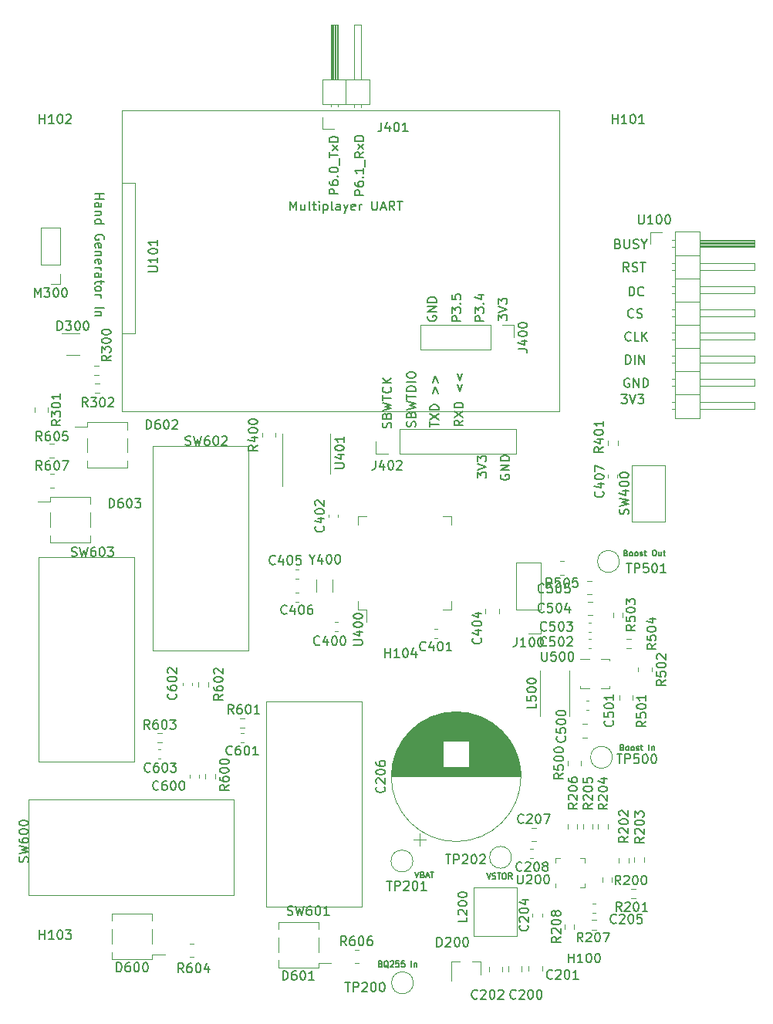
<source format=gbr>
%TF.GenerationSoftware,KiCad,Pcbnew,(5.1.10)-1*%
%TF.CreationDate,2021-11-18T09:17:22-06:00*%
%TF.ProjectId,batteryless_gaming_device,62617474-6572-4796-9c65-73735f67616d,rev?*%
%TF.SameCoordinates,Original*%
%TF.FileFunction,Legend,Top*%
%TF.FilePolarity,Positive*%
%FSLAX46Y46*%
G04 Gerber Fmt 4.6, Leading zero omitted, Abs format (unit mm)*
G04 Created by KiCad (PCBNEW (5.1.10)-1) date 2021-11-18 09:17:22*
%MOMM*%
%LPD*%
G01*
G04 APERTURE LIST*
%ADD10C,0.150000*%
%ADD11C,0.120000*%
G04 APERTURE END LIST*
D10*
X119537238Y-152354642D02*
X119627952Y-152384880D01*
X119658190Y-152415119D01*
X119688428Y-152475595D01*
X119688428Y-152566309D01*
X119658190Y-152626785D01*
X119627952Y-152657023D01*
X119567476Y-152687261D01*
X119325571Y-152687261D01*
X119325571Y-152052261D01*
X119537238Y-152052261D01*
X119597714Y-152082500D01*
X119627952Y-152112738D01*
X119658190Y-152173214D01*
X119658190Y-152233690D01*
X119627952Y-152294166D01*
X119597714Y-152324404D01*
X119537238Y-152354642D01*
X119325571Y-152354642D01*
X120383904Y-152747738D02*
X120323428Y-152717500D01*
X120262952Y-152657023D01*
X120172238Y-152566309D01*
X120111761Y-152536071D01*
X120051285Y-152536071D01*
X120081523Y-152687261D02*
X120021047Y-152657023D01*
X119960571Y-152596547D01*
X119930333Y-152475595D01*
X119930333Y-152263928D01*
X119960571Y-152142976D01*
X120021047Y-152082500D01*
X120081523Y-152052261D01*
X120202476Y-152052261D01*
X120262952Y-152082500D01*
X120323428Y-152142976D01*
X120353666Y-152263928D01*
X120353666Y-152475595D01*
X120323428Y-152596547D01*
X120262952Y-152657023D01*
X120202476Y-152687261D01*
X120081523Y-152687261D01*
X120595571Y-152112738D02*
X120625809Y-152082500D01*
X120686285Y-152052261D01*
X120837476Y-152052261D01*
X120897952Y-152082500D01*
X120928190Y-152112738D01*
X120958428Y-152173214D01*
X120958428Y-152233690D01*
X120928190Y-152324404D01*
X120565333Y-152687261D01*
X120958428Y-152687261D01*
X121532952Y-152052261D02*
X121230571Y-152052261D01*
X121200333Y-152354642D01*
X121230571Y-152324404D01*
X121291047Y-152294166D01*
X121442238Y-152294166D01*
X121502714Y-152324404D01*
X121532952Y-152354642D01*
X121563190Y-152415119D01*
X121563190Y-152566309D01*
X121532952Y-152626785D01*
X121502714Y-152657023D01*
X121442238Y-152687261D01*
X121291047Y-152687261D01*
X121230571Y-152657023D01*
X121200333Y-152626785D01*
X122137714Y-152052261D02*
X121835333Y-152052261D01*
X121805095Y-152354642D01*
X121835333Y-152324404D01*
X121895809Y-152294166D01*
X122047000Y-152294166D01*
X122107476Y-152324404D01*
X122137714Y-152354642D01*
X122167952Y-152415119D01*
X122167952Y-152566309D01*
X122137714Y-152626785D01*
X122107476Y-152657023D01*
X122047000Y-152687261D01*
X121895809Y-152687261D01*
X121835333Y-152657023D01*
X121805095Y-152626785D01*
X122923904Y-152687261D02*
X122923904Y-152052261D01*
X123226285Y-152263928D02*
X123226285Y-152687261D01*
X123226285Y-152324404D02*
X123256523Y-152294166D01*
X123317000Y-152263928D01*
X123407714Y-152263928D01*
X123468190Y-152294166D01*
X123498428Y-152354642D01*
X123498428Y-152687261D01*
X123289785Y-142273261D02*
X123501452Y-142908261D01*
X123713119Y-142273261D01*
X124136452Y-142575642D02*
X124227166Y-142605880D01*
X124257404Y-142636119D01*
X124287642Y-142696595D01*
X124287642Y-142787309D01*
X124257404Y-142847785D01*
X124227166Y-142878023D01*
X124166690Y-142908261D01*
X123924785Y-142908261D01*
X123924785Y-142273261D01*
X124136452Y-142273261D01*
X124196928Y-142303500D01*
X124227166Y-142333738D01*
X124257404Y-142394214D01*
X124257404Y-142454690D01*
X124227166Y-142515166D01*
X124196928Y-142545404D01*
X124136452Y-142575642D01*
X123924785Y-142575642D01*
X124529547Y-142726833D02*
X124831928Y-142726833D01*
X124469071Y-142908261D02*
X124680738Y-142273261D01*
X124892404Y-142908261D01*
X125013357Y-142273261D02*
X125376214Y-142273261D01*
X125194785Y-142908261D02*
X125194785Y-142273261D01*
X131181928Y-142400261D02*
X131393595Y-143035261D01*
X131605261Y-142400261D01*
X131786690Y-143005023D02*
X131877404Y-143035261D01*
X132028595Y-143035261D01*
X132089071Y-143005023D01*
X132119309Y-142974785D01*
X132149547Y-142914309D01*
X132149547Y-142853833D01*
X132119309Y-142793357D01*
X132089071Y-142763119D01*
X132028595Y-142732880D01*
X131907642Y-142702642D01*
X131847166Y-142672404D01*
X131816928Y-142642166D01*
X131786690Y-142581690D01*
X131786690Y-142521214D01*
X131816928Y-142460738D01*
X131847166Y-142430500D01*
X131907642Y-142400261D01*
X132058833Y-142400261D01*
X132149547Y-142430500D01*
X132330976Y-142400261D02*
X132693833Y-142400261D01*
X132512404Y-143035261D02*
X132512404Y-142400261D01*
X133026452Y-142400261D02*
X133147404Y-142400261D01*
X133207880Y-142430500D01*
X133268357Y-142490976D01*
X133298595Y-142611928D01*
X133298595Y-142823595D01*
X133268357Y-142944547D01*
X133207880Y-143005023D01*
X133147404Y-143035261D01*
X133026452Y-143035261D01*
X132965976Y-143005023D01*
X132905500Y-142944547D01*
X132875261Y-142823595D01*
X132875261Y-142611928D01*
X132905500Y-142490976D01*
X132965976Y-142430500D01*
X133026452Y-142400261D01*
X133933595Y-143035261D02*
X133721928Y-142732880D01*
X133570738Y-143035261D02*
X133570738Y-142400261D01*
X133812642Y-142400261D01*
X133873119Y-142430500D01*
X133903357Y-142460738D01*
X133933595Y-142521214D01*
X133933595Y-142611928D01*
X133903357Y-142672404D01*
X133873119Y-142702642D01*
X133812642Y-142732880D01*
X133570738Y-142732880D01*
X146053023Y-128605642D02*
X146143738Y-128635880D01*
X146173976Y-128666119D01*
X146204214Y-128726595D01*
X146204214Y-128817309D01*
X146173976Y-128877785D01*
X146143738Y-128908023D01*
X146083261Y-128938261D01*
X145841357Y-128938261D01*
X145841357Y-128303261D01*
X146053023Y-128303261D01*
X146113500Y-128333500D01*
X146143738Y-128363738D01*
X146173976Y-128424214D01*
X146173976Y-128484690D01*
X146143738Y-128545166D01*
X146113500Y-128575404D01*
X146053023Y-128605642D01*
X145841357Y-128605642D01*
X146567071Y-128938261D02*
X146506595Y-128908023D01*
X146476357Y-128877785D01*
X146446119Y-128817309D01*
X146446119Y-128635880D01*
X146476357Y-128575404D01*
X146506595Y-128545166D01*
X146567071Y-128514928D01*
X146657785Y-128514928D01*
X146718261Y-128545166D01*
X146748500Y-128575404D01*
X146778738Y-128635880D01*
X146778738Y-128817309D01*
X146748500Y-128877785D01*
X146718261Y-128908023D01*
X146657785Y-128938261D01*
X146567071Y-128938261D01*
X147141595Y-128938261D02*
X147081119Y-128908023D01*
X147050880Y-128877785D01*
X147020642Y-128817309D01*
X147020642Y-128635880D01*
X147050880Y-128575404D01*
X147081119Y-128545166D01*
X147141595Y-128514928D01*
X147232309Y-128514928D01*
X147292785Y-128545166D01*
X147323023Y-128575404D01*
X147353261Y-128635880D01*
X147353261Y-128817309D01*
X147323023Y-128877785D01*
X147292785Y-128908023D01*
X147232309Y-128938261D01*
X147141595Y-128938261D01*
X147595166Y-128908023D02*
X147655642Y-128938261D01*
X147776595Y-128938261D01*
X147837071Y-128908023D01*
X147867309Y-128847547D01*
X147867309Y-128817309D01*
X147837071Y-128756833D01*
X147776595Y-128726595D01*
X147685880Y-128726595D01*
X147625404Y-128696357D01*
X147595166Y-128635880D01*
X147595166Y-128605642D01*
X147625404Y-128545166D01*
X147685880Y-128514928D01*
X147776595Y-128514928D01*
X147837071Y-128545166D01*
X148048738Y-128514928D02*
X148290642Y-128514928D01*
X148139452Y-128303261D02*
X148139452Y-128847547D01*
X148169690Y-128908023D01*
X148230166Y-128938261D01*
X148290642Y-128938261D01*
X148986119Y-128938261D02*
X148986119Y-128303261D01*
X149288500Y-128514928D02*
X149288500Y-128938261D01*
X149288500Y-128575404D02*
X149318738Y-128545166D01*
X149379214Y-128514928D01*
X149469928Y-128514928D01*
X149530404Y-128545166D01*
X149560642Y-128605642D01*
X149560642Y-128938261D01*
X146452166Y-107269642D02*
X146542880Y-107299880D01*
X146573119Y-107330119D01*
X146603357Y-107390595D01*
X146603357Y-107481309D01*
X146573119Y-107541785D01*
X146542880Y-107572023D01*
X146482404Y-107602261D01*
X146240500Y-107602261D01*
X146240500Y-106967261D01*
X146452166Y-106967261D01*
X146512642Y-106997500D01*
X146542880Y-107027738D01*
X146573119Y-107088214D01*
X146573119Y-107148690D01*
X146542880Y-107209166D01*
X146512642Y-107239404D01*
X146452166Y-107269642D01*
X146240500Y-107269642D01*
X146966214Y-107602261D02*
X146905738Y-107572023D01*
X146875500Y-107541785D01*
X146845261Y-107481309D01*
X146845261Y-107299880D01*
X146875500Y-107239404D01*
X146905738Y-107209166D01*
X146966214Y-107178928D01*
X147056928Y-107178928D01*
X147117404Y-107209166D01*
X147147642Y-107239404D01*
X147177880Y-107299880D01*
X147177880Y-107481309D01*
X147147642Y-107541785D01*
X147117404Y-107572023D01*
X147056928Y-107602261D01*
X146966214Y-107602261D01*
X147540738Y-107602261D02*
X147480261Y-107572023D01*
X147450023Y-107541785D01*
X147419785Y-107481309D01*
X147419785Y-107299880D01*
X147450023Y-107239404D01*
X147480261Y-107209166D01*
X147540738Y-107178928D01*
X147631452Y-107178928D01*
X147691928Y-107209166D01*
X147722166Y-107239404D01*
X147752404Y-107299880D01*
X147752404Y-107481309D01*
X147722166Y-107541785D01*
X147691928Y-107572023D01*
X147631452Y-107602261D01*
X147540738Y-107602261D01*
X147994309Y-107572023D02*
X148054785Y-107602261D01*
X148175738Y-107602261D01*
X148236214Y-107572023D01*
X148266452Y-107511547D01*
X148266452Y-107481309D01*
X148236214Y-107420833D01*
X148175738Y-107390595D01*
X148085023Y-107390595D01*
X148024547Y-107360357D01*
X147994309Y-107299880D01*
X147994309Y-107269642D01*
X148024547Y-107209166D01*
X148085023Y-107178928D01*
X148175738Y-107178928D01*
X148236214Y-107209166D01*
X148447880Y-107178928D02*
X148689785Y-107178928D01*
X148538595Y-106967261D02*
X148538595Y-107511547D01*
X148568833Y-107572023D01*
X148629309Y-107602261D01*
X148689785Y-107602261D01*
X149506214Y-106967261D02*
X149627166Y-106967261D01*
X149687642Y-106997500D01*
X149748119Y-107057976D01*
X149778357Y-107178928D01*
X149778357Y-107390595D01*
X149748119Y-107511547D01*
X149687642Y-107572023D01*
X149627166Y-107602261D01*
X149506214Y-107602261D01*
X149445738Y-107572023D01*
X149385261Y-107511547D01*
X149355023Y-107390595D01*
X149355023Y-107178928D01*
X149385261Y-107057976D01*
X149445738Y-106997500D01*
X149506214Y-106967261D01*
X150322642Y-107178928D02*
X150322642Y-107602261D01*
X150050500Y-107178928D02*
X150050500Y-107511547D01*
X150080738Y-107572023D01*
X150141214Y-107602261D01*
X150231928Y-107602261D01*
X150292404Y-107572023D01*
X150322642Y-107541785D01*
X150534309Y-107178928D02*
X150776214Y-107178928D01*
X150625023Y-106967261D02*
X150625023Y-107511547D01*
X150655261Y-107572023D01*
X150715738Y-107602261D01*
X150776214Y-107602261D01*
X132723000Y-98678904D02*
X132675380Y-98774142D01*
X132675380Y-98917000D01*
X132723000Y-99059857D01*
X132818238Y-99155095D01*
X132913476Y-99202714D01*
X133103952Y-99250333D01*
X133246809Y-99250333D01*
X133437285Y-99202714D01*
X133532523Y-99155095D01*
X133627761Y-99059857D01*
X133675380Y-98917000D01*
X133675380Y-98821761D01*
X133627761Y-98678904D01*
X133580142Y-98631285D01*
X133246809Y-98631285D01*
X133246809Y-98821761D01*
X133675380Y-98202714D02*
X132675380Y-98202714D01*
X133675380Y-97631285D01*
X132675380Y-97631285D01*
X133675380Y-97155095D02*
X132675380Y-97155095D01*
X132675380Y-96917000D01*
X132723000Y-96774142D01*
X132818238Y-96678904D01*
X132913476Y-96631285D01*
X133103952Y-96583666D01*
X133246809Y-96583666D01*
X133437285Y-96631285D01*
X133532523Y-96678904D01*
X133627761Y-96774142D01*
X133675380Y-96917000D01*
X133675380Y-97155095D01*
X130135380Y-99028095D02*
X130135380Y-98409047D01*
X130516333Y-98742380D01*
X130516333Y-98599523D01*
X130563952Y-98504285D01*
X130611571Y-98456666D01*
X130706809Y-98409047D01*
X130944904Y-98409047D01*
X131040142Y-98456666D01*
X131087761Y-98504285D01*
X131135380Y-98599523D01*
X131135380Y-98885238D01*
X131087761Y-98980476D01*
X131040142Y-99028095D01*
X130135380Y-98123333D02*
X131135380Y-97790000D01*
X130135380Y-97456666D01*
X130135380Y-97218571D02*
X130135380Y-96599523D01*
X130516333Y-96932857D01*
X130516333Y-96790000D01*
X130563952Y-96694761D01*
X130611571Y-96647142D01*
X130706809Y-96599523D01*
X130944904Y-96599523D01*
X131040142Y-96647142D01*
X131087761Y-96694761D01*
X131135380Y-96790000D01*
X131135380Y-97075714D01*
X131087761Y-97170952D01*
X131040142Y-97218571D01*
X128595380Y-92709714D02*
X128119190Y-93043047D01*
X128595380Y-93281142D02*
X127595380Y-93281142D01*
X127595380Y-92900190D01*
X127643000Y-92804952D01*
X127690619Y-92757333D01*
X127785857Y-92709714D01*
X127928714Y-92709714D01*
X128023952Y-92757333D01*
X128071571Y-92804952D01*
X128119190Y-92900190D01*
X128119190Y-93281142D01*
X127595380Y-92376380D02*
X128595380Y-91709714D01*
X127595380Y-91709714D02*
X128595380Y-92376380D01*
X128595380Y-91328761D02*
X127595380Y-91328761D01*
X127595380Y-91090666D01*
X127643000Y-90947809D01*
X127738238Y-90852571D01*
X127833476Y-90804952D01*
X128023952Y-90757333D01*
X128166809Y-90757333D01*
X128357285Y-90804952D01*
X128452523Y-90852571D01*
X128547761Y-90947809D01*
X128595380Y-91090666D01*
X128595380Y-91328761D01*
X127928714Y-88804952D02*
X128214428Y-89566857D01*
X128500142Y-88804952D01*
X127928714Y-87566857D02*
X128214428Y-88328761D01*
X128500142Y-87566857D01*
X124928380Y-93431952D02*
X124928380Y-92860523D01*
X125928380Y-93146238D02*
X124928380Y-93146238D01*
X124928380Y-92622428D02*
X125928380Y-91955761D01*
X124928380Y-91955761D02*
X125928380Y-92622428D01*
X125928380Y-91574809D02*
X124928380Y-91574809D01*
X124928380Y-91336714D01*
X124976000Y-91193857D01*
X125071238Y-91098619D01*
X125166476Y-91051000D01*
X125356952Y-91003380D01*
X125499809Y-91003380D01*
X125690285Y-91051000D01*
X125785523Y-91098619D01*
X125880761Y-91193857D01*
X125928380Y-91336714D01*
X125928380Y-91574809D01*
X125261714Y-89812904D02*
X125547428Y-89051000D01*
X125833142Y-89812904D01*
X125261714Y-88574809D02*
X125547428Y-87812904D01*
X125833142Y-88574809D01*
X123340761Y-93424000D02*
X123388380Y-93281142D01*
X123388380Y-93043047D01*
X123340761Y-92947809D01*
X123293142Y-92900190D01*
X123197904Y-92852571D01*
X123102666Y-92852571D01*
X123007428Y-92900190D01*
X122959809Y-92947809D01*
X122912190Y-93043047D01*
X122864571Y-93233523D01*
X122816952Y-93328761D01*
X122769333Y-93376380D01*
X122674095Y-93424000D01*
X122578857Y-93424000D01*
X122483619Y-93376380D01*
X122436000Y-93328761D01*
X122388380Y-93233523D01*
X122388380Y-92995428D01*
X122436000Y-92852571D01*
X122864571Y-92090666D02*
X122912190Y-91947809D01*
X122959809Y-91900190D01*
X123055047Y-91852571D01*
X123197904Y-91852571D01*
X123293142Y-91900190D01*
X123340761Y-91947809D01*
X123388380Y-92043047D01*
X123388380Y-92424000D01*
X122388380Y-92424000D01*
X122388380Y-92090666D01*
X122436000Y-91995428D01*
X122483619Y-91947809D01*
X122578857Y-91900190D01*
X122674095Y-91900190D01*
X122769333Y-91947809D01*
X122816952Y-91995428D01*
X122864571Y-92090666D01*
X122864571Y-92424000D01*
X122388380Y-91519238D02*
X123388380Y-91281142D01*
X122674095Y-91090666D01*
X123388380Y-90900190D01*
X122388380Y-90662095D01*
X122388380Y-90424000D02*
X122388380Y-89852571D01*
X123388380Y-90138285D02*
X122388380Y-90138285D01*
X123388380Y-89519238D02*
X122388380Y-89519238D01*
X122388380Y-89281142D01*
X122436000Y-89138285D01*
X122531238Y-89043047D01*
X122626476Y-88995428D01*
X122816952Y-88947809D01*
X122959809Y-88947809D01*
X123150285Y-88995428D01*
X123245523Y-89043047D01*
X123340761Y-89138285D01*
X123388380Y-89281142D01*
X123388380Y-89519238D01*
X123388380Y-88519238D02*
X122388380Y-88519238D01*
X122388380Y-87852571D02*
X122388380Y-87662095D01*
X122436000Y-87566857D01*
X122531238Y-87471619D01*
X122721714Y-87424000D01*
X123055047Y-87424000D01*
X123245523Y-87471619D01*
X123340761Y-87566857D01*
X123388380Y-87662095D01*
X123388380Y-87852571D01*
X123340761Y-87947809D01*
X123245523Y-88043047D01*
X123055047Y-88090666D01*
X122721714Y-88090666D01*
X122531238Y-88043047D01*
X122436000Y-87947809D01*
X122388380Y-87852571D01*
X120673761Y-93543095D02*
X120721380Y-93400238D01*
X120721380Y-93162142D01*
X120673761Y-93066904D01*
X120626142Y-93019285D01*
X120530904Y-92971666D01*
X120435666Y-92971666D01*
X120340428Y-93019285D01*
X120292809Y-93066904D01*
X120245190Y-93162142D01*
X120197571Y-93352619D01*
X120149952Y-93447857D01*
X120102333Y-93495476D01*
X120007095Y-93543095D01*
X119911857Y-93543095D01*
X119816619Y-93495476D01*
X119769000Y-93447857D01*
X119721380Y-93352619D01*
X119721380Y-93114523D01*
X119769000Y-92971666D01*
X120197571Y-92209761D02*
X120245190Y-92066904D01*
X120292809Y-92019285D01*
X120388047Y-91971666D01*
X120530904Y-91971666D01*
X120626142Y-92019285D01*
X120673761Y-92066904D01*
X120721380Y-92162142D01*
X120721380Y-92543095D01*
X119721380Y-92543095D01*
X119721380Y-92209761D01*
X119769000Y-92114523D01*
X119816619Y-92066904D01*
X119911857Y-92019285D01*
X120007095Y-92019285D01*
X120102333Y-92066904D01*
X120149952Y-92114523D01*
X120197571Y-92209761D01*
X120197571Y-92543095D01*
X119721380Y-91638333D02*
X120721380Y-91400238D01*
X120007095Y-91209761D01*
X120721380Y-91019285D01*
X119721380Y-90781190D01*
X119721380Y-90543095D02*
X119721380Y-89971666D01*
X120721380Y-90257380D02*
X119721380Y-90257380D01*
X120626142Y-89066904D02*
X120673761Y-89114523D01*
X120721380Y-89257380D01*
X120721380Y-89352619D01*
X120673761Y-89495476D01*
X120578523Y-89590714D01*
X120483285Y-89638333D01*
X120292809Y-89685952D01*
X120149952Y-89685952D01*
X119959476Y-89638333D01*
X119864238Y-89590714D01*
X119769000Y-89495476D01*
X119721380Y-89352619D01*
X119721380Y-89257380D01*
X119769000Y-89114523D01*
X119816619Y-89066904D01*
X120721380Y-88638333D02*
X119721380Y-88638333D01*
X120721380Y-88066904D02*
X120149952Y-88495476D01*
X119721380Y-88066904D02*
X120292809Y-88638333D01*
X117673380Y-68008095D02*
X116673380Y-68008095D01*
X116673380Y-67627142D01*
X116721000Y-67531904D01*
X116768619Y-67484285D01*
X116863857Y-67436666D01*
X117006714Y-67436666D01*
X117101952Y-67484285D01*
X117149571Y-67531904D01*
X117197190Y-67627142D01*
X117197190Y-68008095D01*
X116673380Y-66579523D02*
X116673380Y-66770000D01*
X116721000Y-66865238D01*
X116768619Y-66912857D01*
X116911476Y-67008095D01*
X117101952Y-67055714D01*
X117482904Y-67055714D01*
X117578142Y-67008095D01*
X117625761Y-66960476D01*
X117673380Y-66865238D01*
X117673380Y-66674761D01*
X117625761Y-66579523D01*
X117578142Y-66531904D01*
X117482904Y-66484285D01*
X117244809Y-66484285D01*
X117149571Y-66531904D01*
X117101952Y-66579523D01*
X117054333Y-66674761D01*
X117054333Y-66865238D01*
X117101952Y-66960476D01*
X117149571Y-67008095D01*
X117244809Y-67055714D01*
X117578142Y-66055714D02*
X117625761Y-66008095D01*
X117673380Y-66055714D01*
X117625761Y-66103333D01*
X117578142Y-66055714D01*
X117673380Y-66055714D01*
X117673380Y-65055714D02*
X117673380Y-65627142D01*
X117673380Y-65341428D02*
X116673380Y-65341428D01*
X116816238Y-65436666D01*
X116911476Y-65531904D01*
X116959095Y-65627142D01*
X117768619Y-64865238D02*
X117768619Y-64103333D01*
X117673380Y-63293809D02*
X117197190Y-63627142D01*
X117673380Y-63865238D02*
X116673380Y-63865238D01*
X116673380Y-63484285D01*
X116721000Y-63389047D01*
X116768619Y-63341428D01*
X116863857Y-63293809D01*
X117006714Y-63293809D01*
X117101952Y-63341428D01*
X117149571Y-63389047D01*
X117197190Y-63484285D01*
X117197190Y-63865238D01*
X117673380Y-62960476D02*
X117006714Y-62436666D01*
X117006714Y-62960476D02*
X117673380Y-62436666D01*
X117673380Y-62055714D02*
X116673380Y-62055714D01*
X116673380Y-61817619D01*
X116721000Y-61674761D01*
X116816238Y-61579523D01*
X116911476Y-61531904D01*
X117101952Y-61484285D01*
X117244809Y-61484285D01*
X117435285Y-61531904D01*
X117530523Y-61579523D01*
X117625761Y-61674761D01*
X117673380Y-61817619D01*
X117673380Y-62055714D01*
X114879380Y-67889047D02*
X113879380Y-67889047D01*
X113879380Y-67508095D01*
X113927000Y-67412857D01*
X113974619Y-67365238D01*
X114069857Y-67317619D01*
X114212714Y-67317619D01*
X114307952Y-67365238D01*
X114355571Y-67412857D01*
X114403190Y-67508095D01*
X114403190Y-67889047D01*
X113879380Y-66460476D02*
X113879380Y-66650952D01*
X113927000Y-66746190D01*
X113974619Y-66793809D01*
X114117476Y-66889047D01*
X114307952Y-66936666D01*
X114688904Y-66936666D01*
X114784142Y-66889047D01*
X114831761Y-66841428D01*
X114879380Y-66746190D01*
X114879380Y-66555714D01*
X114831761Y-66460476D01*
X114784142Y-66412857D01*
X114688904Y-66365238D01*
X114450809Y-66365238D01*
X114355571Y-66412857D01*
X114307952Y-66460476D01*
X114260333Y-66555714D01*
X114260333Y-66746190D01*
X114307952Y-66841428D01*
X114355571Y-66889047D01*
X114450809Y-66936666D01*
X114784142Y-65936666D02*
X114831761Y-65889047D01*
X114879380Y-65936666D01*
X114831761Y-65984285D01*
X114784142Y-65936666D01*
X114879380Y-65936666D01*
X113879380Y-65270000D02*
X113879380Y-65174761D01*
X113927000Y-65079523D01*
X113974619Y-65031904D01*
X114069857Y-64984285D01*
X114260333Y-64936666D01*
X114498428Y-64936666D01*
X114688904Y-64984285D01*
X114784142Y-65031904D01*
X114831761Y-65079523D01*
X114879380Y-65174761D01*
X114879380Y-65270000D01*
X114831761Y-65365238D01*
X114784142Y-65412857D01*
X114688904Y-65460476D01*
X114498428Y-65508095D01*
X114260333Y-65508095D01*
X114069857Y-65460476D01*
X113974619Y-65412857D01*
X113927000Y-65365238D01*
X113879380Y-65270000D01*
X114974619Y-64746190D02*
X114974619Y-63984285D01*
X113879380Y-63889047D02*
X113879380Y-63317619D01*
X114879380Y-63603333D02*
X113879380Y-63603333D01*
X114879380Y-63079523D02*
X114212714Y-62555714D01*
X114212714Y-63079523D02*
X114879380Y-62555714D01*
X114879380Y-62174761D02*
X113879380Y-62174761D01*
X113879380Y-61936666D01*
X113927000Y-61793809D01*
X114022238Y-61698571D01*
X114117476Y-61650952D01*
X114307952Y-61603333D01*
X114450809Y-61603333D01*
X114641285Y-61650952D01*
X114736523Y-61698571D01*
X114831761Y-61793809D01*
X114879380Y-61936666D01*
X114879380Y-62174761D01*
X109625571Y-69667380D02*
X109625571Y-68667380D01*
X109958904Y-69381666D01*
X110292238Y-68667380D01*
X110292238Y-69667380D01*
X111197000Y-69000714D02*
X111197000Y-69667380D01*
X110768428Y-69000714D02*
X110768428Y-69524523D01*
X110816047Y-69619761D01*
X110911285Y-69667380D01*
X111054142Y-69667380D01*
X111149380Y-69619761D01*
X111197000Y-69572142D01*
X111816047Y-69667380D02*
X111720809Y-69619761D01*
X111673190Y-69524523D01*
X111673190Y-68667380D01*
X112054142Y-69000714D02*
X112435095Y-69000714D01*
X112197000Y-68667380D02*
X112197000Y-69524523D01*
X112244619Y-69619761D01*
X112339857Y-69667380D01*
X112435095Y-69667380D01*
X112768428Y-69667380D02*
X112768428Y-69000714D01*
X112768428Y-68667380D02*
X112720809Y-68715000D01*
X112768428Y-68762619D01*
X112816047Y-68715000D01*
X112768428Y-68667380D01*
X112768428Y-68762619D01*
X113244619Y-69000714D02*
X113244619Y-70000714D01*
X113244619Y-69048333D02*
X113339857Y-69000714D01*
X113530333Y-69000714D01*
X113625571Y-69048333D01*
X113673190Y-69095952D01*
X113720809Y-69191190D01*
X113720809Y-69476904D01*
X113673190Y-69572142D01*
X113625571Y-69619761D01*
X113530333Y-69667380D01*
X113339857Y-69667380D01*
X113244619Y-69619761D01*
X114292238Y-69667380D02*
X114197000Y-69619761D01*
X114149380Y-69524523D01*
X114149380Y-68667380D01*
X115101761Y-69667380D02*
X115101761Y-69143571D01*
X115054142Y-69048333D01*
X114958904Y-69000714D01*
X114768428Y-69000714D01*
X114673190Y-69048333D01*
X115101761Y-69619761D02*
X115006523Y-69667380D01*
X114768428Y-69667380D01*
X114673190Y-69619761D01*
X114625571Y-69524523D01*
X114625571Y-69429285D01*
X114673190Y-69334047D01*
X114768428Y-69286428D01*
X115006523Y-69286428D01*
X115101761Y-69238809D01*
X115482714Y-69000714D02*
X115720809Y-69667380D01*
X115958904Y-69000714D02*
X115720809Y-69667380D01*
X115625571Y-69905476D01*
X115577952Y-69953095D01*
X115482714Y-70000714D01*
X116720809Y-69619761D02*
X116625571Y-69667380D01*
X116435095Y-69667380D01*
X116339857Y-69619761D01*
X116292238Y-69524523D01*
X116292238Y-69143571D01*
X116339857Y-69048333D01*
X116435095Y-69000714D01*
X116625571Y-69000714D01*
X116720809Y-69048333D01*
X116768428Y-69143571D01*
X116768428Y-69238809D01*
X116292238Y-69334047D01*
X117197000Y-69667380D02*
X117197000Y-69000714D01*
X117197000Y-69191190D02*
X117244619Y-69095952D01*
X117292238Y-69048333D01*
X117387476Y-69000714D01*
X117482714Y-69000714D01*
X118577952Y-68667380D02*
X118577952Y-69476904D01*
X118625571Y-69572142D01*
X118673190Y-69619761D01*
X118768428Y-69667380D01*
X118958904Y-69667380D01*
X119054142Y-69619761D01*
X119101761Y-69572142D01*
X119149380Y-69476904D01*
X119149380Y-68667380D01*
X119577952Y-69381666D02*
X120054142Y-69381666D01*
X119482714Y-69667380D02*
X119816047Y-68667380D01*
X120149380Y-69667380D01*
X121054142Y-69667380D02*
X120720809Y-69191190D01*
X120482714Y-69667380D02*
X120482714Y-68667380D01*
X120863666Y-68667380D01*
X120958904Y-68715000D01*
X121006523Y-68762619D01*
X121054142Y-68857857D01*
X121054142Y-69000714D01*
X121006523Y-69095952D01*
X120958904Y-69143571D01*
X120863666Y-69191190D01*
X120482714Y-69191190D01*
X121339857Y-68667380D02*
X121911285Y-68667380D01*
X121625571Y-69667380D02*
X121625571Y-68667380D01*
X88193619Y-67834714D02*
X89193619Y-67834714D01*
X88717428Y-67834714D02*
X88717428Y-68406142D01*
X88193619Y-68406142D02*
X89193619Y-68406142D01*
X88193619Y-69310904D02*
X88717428Y-69310904D01*
X88812666Y-69263285D01*
X88860285Y-69168047D01*
X88860285Y-68977571D01*
X88812666Y-68882333D01*
X88241238Y-69310904D02*
X88193619Y-69215666D01*
X88193619Y-68977571D01*
X88241238Y-68882333D01*
X88336476Y-68834714D01*
X88431714Y-68834714D01*
X88526952Y-68882333D01*
X88574571Y-68977571D01*
X88574571Y-69215666D01*
X88622190Y-69310904D01*
X88860285Y-69787095D02*
X88193619Y-69787095D01*
X88765047Y-69787095D02*
X88812666Y-69834714D01*
X88860285Y-69929952D01*
X88860285Y-70072809D01*
X88812666Y-70168047D01*
X88717428Y-70215666D01*
X88193619Y-70215666D01*
X88193619Y-71120428D02*
X89193619Y-71120428D01*
X88241238Y-71120428D02*
X88193619Y-71025190D01*
X88193619Y-70834714D01*
X88241238Y-70739476D01*
X88288857Y-70691857D01*
X88384095Y-70644238D01*
X88669809Y-70644238D01*
X88765047Y-70691857D01*
X88812666Y-70739476D01*
X88860285Y-70834714D01*
X88860285Y-71025190D01*
X88812666Y-71120428D01*
X89146000Y-72882333D02*
X89193619Y-72787095D01*
X89193619Y-72644238D01*
X89146000Y-72501380D01*
X89050761Y-72406142D01*
X88955523Y-72358523D01*
X88765047Y-72310904D01*
X88622190Y-72310904D01*
X88431714Y-72358523D01*
X88336476Y-72406142D01*
X88241238Y-72501380D01*
X88193619Y-72644238D01*
X88193619Y-72739476D01*
X88241238Y-72882333D01*
X88288857Y-72929952D01*
X88622190Y-72929952D01*
X88622190Y-72739476D01*
X88241238Y-73739476D02*
X88193619Y-73644238D01*
X88193619Y-73453761D01*
X88241238Y-73358523D01*
X88336476Y-73310904D01*
X88717428Y-73310904D01*
X88812666Y-73358523D01*
X88860285Y-73453761D01*
X88860285Y-73644238D01*
X88812666Y-73739476D01*
X88717428Y-73787095D01*
X88622190Y-73787095D01*
X88526952Y-73310904D01*
X88860285Y-74215666D02*
X88193619Y-74215666D01*
X88765047Y-74215666D02*
X88812666Y-74263285D01*
X88860285Y-74358523D01*
X88860285Y-74501380D01*
X88812666Y-74596619D01*
X88717428Y-74644238D01*
X88193619Y-74644238D01*
X88241238Y-75501380D02*
X88193619Y-75406142D01*
X88193619Y-75215666D01*
X88241238Y-75120428D01*
X88336476Y-75072809D01*
X88717428Y-75072809D01*
X88812666Y-75120428D01*
X88860285Y-75215666D01*
X88860285Y-75406142D01*
X88812666Y-75501380D01*
X88717428Y-75549000D01*
X88622190Y-75549000D01*
X88526952Y-75072809D01*
X88193619Y-75977571D02*
X88860285Y-75977571D01*
X88669809Y-75977571D02*
X88765047Y-76025190D01*
X88812666Y-76072809D01*
X88860285Y-76168047D01*
X88860285Y-76263285D01*
X88193619Y-77025190D02*
X88717428Y-77025190D01*
X88812666Y-76977571D01*
X88860285Y-76882333D01*
X88860285Y-76691857D01*
X88812666Y-76596619D01*
X88241238Y-77025190D02*
X88193619Y-76929952D01*
X88193619Y-76691857D01*
X88241238Y-76596619D01*
X88336476Y-76549000D01*
X88431714Y-76549000D01*
X88526952Y-76596619D01*
X88574571Y-76691857D01*
X88574571Y-76929952D01*
X88622190Y-77025190D01*
X88860285Y-77358523D02*
X88860285Y-77739476D01*
X89193619Y-77501380D02*
X88336476Y-77501380D01*
X88241238Y-77549000D01*
X88193619Y-77644238D01*
X88193619Y-77739476D01*
X88193619Y-78215666D02*
X88241238Y-78120428D01*
X88288857Y-78072809D01*
X88384095Y-78025190D01*
X88669809Y-78025190D01*
X88765047Y-78072809D01*
X88812666Y-78120428D01*
X88860285Y-78215666D01*
X88860285Y-78358523D01*
X88812666Y-78453761D01*
X88765047Y-78501380D01*
X88669809Y-78549000D01*
X88384095Y-78549000D01*
X88288857Y-78501380D01*
X88241238Y-78453761D01*
X88193619Y-78358523D01*
X88193619Y-78215666D01*
X88193619Y-78977571D02*
X88860285Y-78977571D01*
X88669809Y-78977571D02*
X88765047Y-79025190D01*
X88812666Y-79072809D01*
X88860285Y-79168047D01*
X88860285Y-79263285D01*
X88193619Y-80358523D02*
X89193619Y-80358523D01*
X88860285Y-80834714D02*
X88193619Y-80834714D01*
X88765047Y-80834714D02*
X88812666Y-80882333D01*
X88860285Y-80977571D01*
X88860285Y-81120428D01*
X88812666Y-81215666D01*
X88717428Y-81263285D01*
X88193619Y-81263285D01*
X124722000Y-81279904D02*
X124674380Y-81375142D01*
X124674380Y-81518000D01*
X124722000Y-81660857D01*
X124817238Y-81756095D01*
X124912476Y-81803714D01*
X125102952Y-81851333D01*
X125245809Y-81851333D01*
X125436285Y-81803714D01*
X125531523Y-81756095D01*
X125626761Y-81660857D01*
X125674380Y-81518000D01*
X125674380Y-81422761D01*
X125626761Y-81279904D01*
X125579142Y-81232285D01*
X125245809Y-81232285D01*
X125245809Y-81422761D01*
X125674380Y-80803714D02*
X124674380Y-80803714D01*
X125674380Y-80232285D01*
X124674380Y-80232285D01*
X125674380Y-79756095D02*
X124674380Y-79756095D01*
X124674380Y-79518000D01*
X124722000Y-79375142D01*
X124817238Y-79279904D01*
X124912476Y-79232285D01*
X125102952Y-79184666D01*
X125245809Y-79184666D01*
X125436285Y-79232285D01*
X125531523Y-79279904D01*
X125626761Y-79375142D01*
X125674380Y-79518000D01*
X125674380Y-79756095D01*
X132421380Y-81756095D02*
X132421380Y-81137047D01*
X132802333Y-81470380D01*
X132802333Y-81327523D01*
X132849952Y-81232285D01*
X132897571Y-81184666D01*
X132992809Y-81137047D01*
X133230904Y-81137047D01*
X133326142Y-81184666D01*
X133373761Y-81232285D01*
X133421380Y-81327523D01*
X133421380Y-81613238D01*
X133373761Y-81708476D01*
X133326142Y-81756095D01*
X132421380Y-80851333D02*
X133421380Y-80518000D01*
X132421380Y-80184666D01*
X132421380Y-79946571D02*
X132421380Y-79327523D01*
X132802333Y-79660857D01*
X132802333Y-79518000D01*
X132849952Y-79422761D01*
X132897571Y-79375142D01*
X132992809Y-79327523D01*
X133230904Y-79327523D01*
X133326142Y-79375142D01*
X133373761Y-79422761D01*
X133421380Y-79518000D01*
X133421380Y-79803714D01*
X133373761Y-79898952D01*
X133326142Y-79946571D01*
X128341380Y-81843380D02*
X127341380Y-81843380D01*
X127341380Y-81462428D01*
X127389000Y-81367190D01*
X127436619Y-81319571D01*
X127531857Y-81271952D01*
X127674714Y-81271952D01*
X127769952Y-81319571D01*
X127817571Y-81367190D01*
X127865190Y-81462428D01*
X127865190Y-81843380D01*
X127341380Y-80938619D02*
X127341380Y-80319571D01*
X127722333Y-80652904D01*
X127722333Y-80510047D01*
X127769952Y-80414809D01*
X127817571Y-80367190D01*
X127912809Y-80319571D01*
X128150904Y-80319571D01*
X128246142Y-80367190D01*
X128293761Y-80414809D01*
X128341380Y-80510047D01*
X128341380Y-80795761D01*
X128293761Y-80891000D01*
X128246142Y-80938619D01*
X128246142Y-79891000D02*
X128293761Y-79843380D01*
X128341380Y-79891000D01*
X128293761Y-79938619D01*
X128246142Y-79891000D01*
X128341380Y-79891000D01*
X127341380Y-78938619D02*
X127341380Y-79414809D01*
X127817571Y-79462428D01*
X127769952Y-79414809D01*
X127722333Y-79319571D01*
X127722333Y-79081476D01*
X127769952Y-78986238D01*
X127817571Y-78938619D01*
X127912809Y-78891000D01*
X128150904Y-78891000D01*
X128246142Y-78938619D01*
X128293761Y-78986238D01*
X128341380Y-79081476D01*
X128341380Y-79319571D01*
X128293761Y-79414809D01*
X128246142Y-79462428D01*
X130881380Y-81843380D02*
X129881380Y-81843380D01*
X129881380Y-81462428D01*
X129929000Y-81367190D01*
X129976619Y-81319571D01*
X130071857Y-81271952D01*
X130214714Y-81271952D01*
X130309952Y-81319571D01*
X130357571Y-81367190D01*
X130405190Y-81462428D01*
X130405190Y-81843380D01*
X129881380Y-80938619D02*
X129881380Y-80319571D01*
X130262333Y-80652904D01*
X130262333Y-80510047D01*
X130309952Y-80414809D01*
X130357571Y-80367190D01*
X130452809Y-80319571D01*
X130690904Y-80319571D01*
X130786142Y-80367190D01*
X130833761Y-80414809D01*
X130881380Y-80510047D01*
X130881380Y-80795761D01*
X130833761Y-80891000D01*
X130786142Y-80938619D01*
X130786142Y-79891000D02*
X130833761Y-79843380D01*
X130881380Y-79891000D01*
X130833761Y-79938619D01*
X130786142Y-79891000D01*
X130881380Y-79891000D01*
X130214714Y-78986238D02*
X130881380Y-78986238D01*
X129833761Y-79224333D02*
X130548047Y-79462428D01*
X130548047Y-78843380D01*
X145954904Y-89876380D02*
X146573952Y-89876380D01*
X146240619Y-90257333D01*
X146383476Y-90257333D01*
X146478714Y-90304952D01*
X146526333Y-90352571D01*
X146573952Y-90447809D01*
X146573952Y-90685904D01*
X146526333Y-90781142D01*
X146478714Y-90828761D01*
X146383476Y-90876380D01*
X146097761Y-90876380D01*
X146002523Y-90828761D01*
X145954904Y-90781142D01*
X146859666Y-89876380D02*
X147193000Y-90876380D01*
X147526333Y-89876380D01*
X147764428Y-89876380D02*
X148383476Y-89876380D01*
X148050142Y-90257333D01*
X148193000Y-90257333D01*
X148288238Y-90304952D01*
X148335857Y-90352571D01*
X148383476Y-90447809D01*
X148383476Y-90685904D01*
X148335857Y-90781142D01*
X148288238Y-90828761D01*
X148193000Y-90876380D01*
X147907285Y-90876380D01*
X147812047Y-90828761D01*
X147764428Y-90781142D01*
X146812095Y-88146000D02*
X146716857Y-88098380D01*
X146574000Y-88098380D01*
X146431142Y-88146000D01*
X146335904Y-88241238D01*
X146288285Y-88336476D01*
X146240666Y-88526952D01*
X146240666Y-88669809D01*
X146288285Y-88860285D01*
X146335904Y-88955523D01*
X146431142Y-89050761D01*
X146574000Y-89098380D01*
X146669238Y-89098380D01*
X146812095Y-89050761D01*
X146859714Y-89003142D01*
X146859714Y-88669809D01*
X146669238Y-88669809D01*
X147288285Y-89098380D02*
X147288285Y-88098380D01*
X147859714Y-89098380D01*
X147859714Y-88098380D01*
X148335904Y-89098380D02*
X148335904Y-88098380D01*
X148574000Y-88098380D01*
X148716857Y-88146000D01*
X148812095Y-88241238D01*
X148859714Y-88336476D01*
X148907333Y-88526952D01*
X148907333Y-88669809D01*
X148859714Y-88860285D01*
X148812095Y-88955523D01*
X148716857Y-89050761D01*
X148574000Y-89098380D01*
X148335904Y-89098380D01*
X146423190Y-86558380D02*
X146423190Y-85558380D01*
X146661285Y-85558380D01*
X146804142Y-85606000D01*
X146899380Y-85701238D01*
X146947000Y-85796476D01*
X146994619Y-85986952D01*
X146994619Y-86129809D01*
X146947000Y-86320285D01*
X146899380Y-86415523D01*
X146804142Y-86510761D01*
X146661285Y-86558380D01*
X146423190Y-86558380D01*
X147423190Y-86558380D02*
X147423190Y-85558380D01*
X147899380Y-86558380D02*
X147899380Y-85558380D01*
X148470809Y-86558380D01*
X148470809Y-85558380D01*
X146978761Y-83923142D02*
X146931142Y-83970761D01*
X146788285Y-84018380D01*
X146693047Y-84018380D01*
X146550190Y-83970761D01*
X146454952Y-83875523D01*
X146407333Y-83780285D01*
X146359714Y-83589809D01*
X146359714Y-83446952D01*
X146407333Y-83256476D01*
X146454952Y-83161238D01*
X146550190Y-83066000D01*
X146693047Y-83018380D01*
X146788285Y-83018380D01*
X146931142Y-83066000D01*
X146978761Y-83113619D01*
X147883523Y-84018380D02*
X147407333Y-84018380D01*
X147407333Y-83018380D01*
X148216857Y-84018380D02*
X148216857Y-83018380D01*
X148788285Y-84018380D02*
X148359714Y-83446952D01*
X148788285Y-83018380D02*
X148216857Y-83589809D01*
X147280333Y-81383142D02*
X147232714Y-81430761D01*
X147089857Y-81478380D01*
X146994619Y-81478380D01*
X146851761Y-81430761D01*
X146756523Y-81335523D01*
X146708904Y-81240285D01*
X146661285Y-81049809D01*
X146661285Y-80906952D01*
X146708904Y-80716476D01*
X146756523Y-80621238D01*
X146851761Y-80526000D01*
X146994619Y-80478380D01*
X147089857Y-80478380D01*
X147232714Y-80526000D01*
X147280333Y-80573619D01*
X147661285Y-81430761D02*
X147804142Y-81478380D01*
X148042238Y-81478380D01*
X148137476Y-81430761D01*
X148185095Y-81383142D01*
X148232714Y-81287904D01*
X148232714Y-81192666D01*
X148185095Y-81097428D01*
X148137476Y-81049809D01*
X148042238Y-81002190D01*
X147851761Y-80954571D01*
X147756523Y-80906952D01*
X147708904Y-80859333D01*
X147661285Y-80764095D01*
X147661285Y-80668857D01*
X147708904Y-80573619D01*
X147756523Y-80526000D01*
X147851761Y-80478380D01*
X148089857Y-80478380D01*
X148232714Y-80526000D01*
X146812095Y-79065380D02*
X146812095Y-78065380D01*
X147050190Y-78065380D01*
X147193047Y-78113000D01*
X147288285Y-78208238D01*
X147335904Y-78303476D01*
X147383523Y-78493952D01*
X147383523Y-78636809D01*
X147335904Y-78827285D01*
X147288285Y-78922523D01*
X147193047Y-79017761D01*
X147050190Y-79065380D01*
X146812095Y-79065380D01*
X148383523Y-78970142D02*
X148335904Y-79017761D01*
X148193047Y-79065380D01*
X148097809Y-79065380D01*
X147954952Y-79017761D01*
X147859714Y-78922523D01*
X147812095Y-78827285D01*
X147764476Y-78636809D01*
X147764476Y-78493952D01*
X147812095Y-78303476D01*
X147859714Y-78208238D01*
X147954952Y-78113000D01*
X148097809Y-78065380D01*
X148193047Y-78065380D01*
X148335904Y-78113000D01*
X148383523Y-78160619D01*
X146772380Y-76398380D02*
X146439047Y-75922190D01*
X146200952Y-76398380D02*
X146200952Y-75398380D01*
X146581904Y-75398380D01*
X146677142Y-75446000D01*
X146724761Y-75493619D01*
X146772380Y-75588857D01*
X146772380Y-75731714D01*
X146724761Y-75826952D01*
X146677142Y-75874571D01*
X146581904Y-75922190D01*
X146200952Y-75922190D01*
X147153333Y-76350761D02*
X147296190Y-76398380D01*
X147534285Y-76398380D01*
X147629523Y-76350761D01*
X147677142Y-76303142D01*
X147724761Y-76207904D01*
X147724761Y-76112666D01*
X147677142Y-76017428D01*
X147629523Y-75969809D01*
X147534285Y-75922190D01*
X147343809Y-75874571D01*
X147248571Y-75826952D01*
X147200952Y-75779333D01*
X147153333Y-75684095D01*
X147153333Y-75588857D01*
X147200952Y-75493619D01*
X147248571Y-75446000D01*
X147343809Y-75398380D01*
X147581904Y-75398380D01*
X147724761Y-75446000D01*
X148010476Y-75398380D02*
X148581904Y-75398380D01*
X148296190Y-76398380D02*
X148296190Y-75398380D01*
X145581857Y-73334571D02*
X145724714Y-73382190D01*
X145772333Y-73429809D01*
X145819952Y-73525047D01*
X145819952Y-73667904D01*
X145772333Y-73763142D01*
X145724714Y-73810761D01*
X145629476Y-73858380D01*
X145248523Y-73858380D01*
X145248523Y-72858380D01*
X145581857Y-72858380D01*
X145677095Y-72906000D01*
X145724714Y-72953619D01*
X145772333Y-73048857D01*
X145772333Y-73144095D01*
X145724714Y-73239333D01*
X145677095Y-73286952D01*
X145581857Y-73334571D01*
X145248523Y-73334571D01*
X146248523Y-72858380D02*
X146248523Y-73667904D01*
X146296142Y-73763142D01*
X146343761Y-73810761D01*
X146439000Y-73858380D01*
X146629476Y-73858380D01*
X146724714Y-73810761D01*
X146772333Y-73763142D01*
X146819952Y-73667904D01*
X146819952Y-72858380D01*
X147248523Y-73810761D02*
X147391380Y-73858380D01*
X147629476Y-73858380D01*
X147724714Y-73810761D01*
X147772333Y-73763142D01*
X147819952Y-73667904D01*
X147819952Y-73572666D01*
X147772333Y-73477428D01*
X147724714Y-73429809D01*
X147629476Y-73382190D01*
X147439000Y-73334571D01*
X147343761Y-73286952D01*
X147296142Y-73239333D01*
X147248523Y-73144095D01*
X147248523Y-73048857D01*
X147296142Y-72953619D01*
X147343761Y-72906000D01*
X147439000Y-72858380D01*
X147677095Y-72858380D01*
X147819952Y-72906000D01*
X148439000Y-73382190D02*
X148439000Y-73858380D01*
X148105666Y-72858380D02*
X148439000Y-73382190D01*
X148772333Y-72858380D01*
D11*
%TO.C,SW603*%
X92500000Y-107700000D02*
X92500000Y-130200000D01*
X82000000Y-107700000D02*
X92500000Y-107700000D01*
X82000000Y-130200000D02*
X82000000Y-129700000D01*
X92500000Y-130200000D02*
X82000000Y-130200000D01*
X82000000Y-129700000D02*
X82000000Y-107700000D01*
%TO.C,SW602*%
X105000000Y-95500000D02*
X105000000Y-118000000D01*
X94500000Y-95500000D02*
X105000000Y-95500000D01*
X94500000Y-118000000D02*
X94500000Y-117500000D01*
X105000000Y-118000000D02*
X94500000Y-118000000D01*
X94500000Y-117500000D02*
X94500000Y-95500000D01*
%TO.C,SW601*%
X107000000Y-146050000D02*
X107000000Y-123550000D01*
X117500000Y-146050000D02*
X107000000Y-146050000D01*
X117500000Y-123550000D02*
X117500000Y-124050000D01*
X107000000Y-123550000D02*
X117500000Y-123550000D01*
X117500000Y-124050000D02*
X117500000Y-146050000D01*
%TO.C,SW600*%
X80900000Y-134300000D02*
X103400000Y-134300000D01*
X80900000Y-144800000D02*
X80900000Y-134300000D01*
X103400000Y-144800000D02*
X102900000Y-144800000D01*
X103400000Y-134300000D02*
X103400000Y-144800000D01*
X102900000Y-144800000D02*
X80900000Y-144800000D01*
%TO.C,M300*%
X84372000Y-71616000D02*
X82252000Y-71616000D01*
X84372000Y-75676000D02*
X84372000Y-71616000D01*
X82252000Y-75676000D02*
X82252000Y-71616000D01*
X84372000Y-75676000D02*
X82252000Y-75676000D01*
X84372000Y-76676000D02*
X84372000Y-77736000D01*
X84372000Y-77736000D02*
X83312000Y-77736000D01*
%TO.C,J400*%
X123892000Y-82286800D02*
X123892000Y-84946800D01*
X131572000Y-82286800D02*
X123892000Y-82286800D01*
X131572000Y-84946800D02*
X123892000Y-84946800D01*
X131572000Y-82286800D02*
X131572000Y-84946800D01*
X132842000Y-82286800D02*
X134172000Y-82286800D01*
X134172000Y-82286800D02*
X134172000Y-83616800D01*
%TO.C,D601*%
X112690000Y-152766400D02*
X112690000Y-152266400D01*
X112690000Y-152266400D02*
X114090000Y-152266400D01*
X108290000Y-151066400D02*
X108290000Y-149466400D01*
X112690000Y-151066400D02*
X112690000Y-149466400D01*
X108290000Y-151966400D02*
X108290000Y-152766400D01*
X108290000Y-152766400D02*
X112690000Y-152766400D01*
X108290000Y-148566400D02*
X108290000Y-147766400D01*
X108290000Y-147766400D02*
X112690000Y-147766400D01*
X112690000Y-147766400D02*
X112690000Y-148566400D01*
%TO.C,U100*%
X151858800Y-72025200D02*
X151858800Y-92465200D01*
X151858800Y-92465200D02*
X154518800Y-92465200D01*
X154518800Y-92465200D02*
X154518800Y-72025200D01*
X154518800Y-72025200D02*
X151858800Y-72025200D01*
X154518800Y-72975200D02*
X160518800Y-72975200D01*
X160518800Y-72975200D02*
X160518800Y-73735200D01*
X160518800Y-73735200D02*
X154518800Y-73735200D01*
X154518800Y-73035200D02*
X160518800Y-73035200D01*
X154518800Y-73155200D02*
X160518800Y-73155200D01*
X154518800Y-73275200D02*
X160518800Y-73275200D01*
X154518800Y-73395200D02*
X160518800Y-73395200D01*
X154518800Y-73515200D02*
X160518800Y-73515200D01*
X154518800Y-73635200D02*
X160518800Y-73635200D01*
X151528800Y-72975200D02*
X151858800Y-72975200D01*
X151528800Y-73735200D02*
X151858800Y-73735200D01*
X151858800Y-74625200D02*
X154518800Y-74625200D01*
X154518800Y-75515200D02*
X160518800Y-75515200D01*
X160518800Y-75515200D02*
X160518800Y-76275200D01*
X160518800Y-76275200D02*
X154518800Y-76275200D01*
X151461729Y-75515200D02*
X151858800Y-75515200D01*
X151461729Y-76275200D02*
X151858800Y-76275200D01*
X151858800Y-77165200D02*
X154518800Y-77165200D01*
X154518800Y-78055200D02*
X160518800Y-78055200D01*
X160518800Y-78055200D02*
X160518800Y-78815200D01*
X160518800Y-78815200D02*
X154518800Y-78815200D01*
X151461729Y-78055200D02*
X151858800Y-78055200D01*
X151461729Y-78815200D02*
X151858800Y-78815200D01*
X151858800Y-79705200D02*
X154518800Y-79705200D01*
X154518800Y-80595200D02*
X160518800Y-80595200D01*
X160518800Y-80595200D02*
X160518800Y-81355200D01*
X160518800Y-81355200D02*
X154518800Y-81355200D01*
X151461729Y-80595200D02*
X151858800Y-80595200D01*
X151461729Y-81355200D02*
X151858800Y-81355200D01*
X151858800Y-82245200D02*
X154518800Y-82245200D01*
X154518800Y-83135200D02*
X160518800Y-83135200D01*
X160518800Y-83135200D02*
X160518800Y-83895200D01*
X160518800Y-83895200D02*
X154518800Y-83895200D01*
X151461729Y-83135200D02*
X151858800Y-83135200D01*
X151461729Y-83895200D02*
X151858800Y-83895200D01*
X151858800Y-84785200D02*
X154518800Y-84785200D01*
X154518800Y-85675200D02*
X160518800Y-85675200D01*
X160518800Y-85675200D02*
X160518800Y-86435200D01*
X160518800Y-86435200D02*
X154518800Y-86435200D01*
X151461729Y-85675200D02*
X151858800Y-85675200D01*
X151461729Y-86435200D02*
X151858800Y-86435200D01*
X151858800Y-87325200D02*
X154518800Y-87325200D01*
X154518800Y-88215200D02*
X160518800Y-88215200D01*
X160518800Y-88215200D02*
X160518800Y-88975200D01*
X160518800Y-88975200D02*
X154518800Y-88975200D01*
X151461729Y-88215200D02*
X151858800Y-88215200D01*
X151461729Y-88975200D02*
X151858800Y-88975200D01*
X151858800Y-89865200D02*
X154518800Y-89865200D01*
X154518800Y-90755200D02*
X160518800Y-90755200D01*
X160518800Y-90755200D02*
X160518800Y-91515200D01*
X160518800Y-91515200D02*
X154518800Y-91515200D01*
X151461729Y-90755200D02*
X151858800Y-90755200D01*
X151461729Y-91515200D02*
X151858800Y-91515200D01*
X149148800Y-73355200D02*
X149148800Y-72085200D01*
X149148800Y-72085200D02*
X150418800Y-72085200D01*
%TO.C,U400*%
X127284000Y-104196400D02*
X127284000Y-103246400D01*
X127284000Y-103246400D02*
X126334000Y-103246400D01*
X127284000Y-112516400D02*
X127284000Y-113466400D01*
X127284000Y-113466400D02*
X126334000Y-113466400D01*
X117064000Y-104196400D02*
X117064000Y-103246400D01*
X117064000Y-103246400D02*
X118014000Y-103246400D01*
X117064000Y-112516400D02*
X117064000Y-113466400D01*
X117064000Y-113466400D02*
X118014000Y-113466400D01*
X118014000Y-113466400D02*
X118014000Y-114806400D01*
%TO.C,U101*%
X91100000Y-91700000D02*
X91100000Y-58700000D01*
X91100000Y-58700000D02*
X139100000Y-58700000D01*
X139100000Y-58700000D02*
X139100000Y-91700000D01*
X139100000Y-91700000D02*
X91100000Y-91700000D01*
X91100000Y-66700000D02*
X92600000Y-66700000D01*
X92600000Y-66700000D02*
X92600000Y-83200000D01*
X92600000Y-83200000D02*
X91100000Y-83200000D01*
%TO.C,Y400*%
X112459800Y-110170600D02*
X112459800Y-111520600D01*
X114209800Y-110170600D02*
X114209800Y-111520600D01*
%TO.C,U500*%
X143702800Y-122122600D02*
X144677800Y-122122600D01*
X141427800Y-118872600D02*
X142402800Y-118872600D01*
X143702800Y-118872600D02*
X144677800Y-118872600D01*
X141427800Y-122122600D02*
X142402800Y-122122600D01*
X144677800Y-119097600D02*
X144677800Y-118872600D01*
X144677800Y-121897600D02*
X144677800Y-122122600D01*
X141427800Y-122122600D02*
X141427800Y-121897600D01*
%TO.C,U401*%
X113963600Y-96367600D02*
X113963600Y-94167600D01*
X113963600Y-96367600D02*
X113963600Y-98567600D01*
X108743600Y-96367600D02*
X108743600Y-94167600D01*
X108743600Y-96367600D02*
X108743600Y-99967600D01*
%TO.C,U200*%
X138712300Y-141252200D02*
X138712300Y-140777200D01*
X138712300Y-140777200D02*
X139187300Y-140777200D01*
X141932300Y-143522200D02*
X141932300Y-143997200D01*
X141932300Y-143997200D02*
X141457300Y-143997200D01*
X141932300Y-141252200D02*
X141932300Y-140777200D01*
X141932300Y-140777200D02*
X141457300Y-140777200D01*
X138712300Y-143522200D02*
X138712300Y-143997200D01*
%TO.C,TP501*%
X145726000Y-108204000D02*
G75*
G03*
X145726000Y-108204000I-1200000J0D01*
G01*
%TO.C,TP500*%
X144964000Y-129692400D02*
G75*
G03*
X144964000Y-129692400I-1200000J0D01*
G01*
%TO.C,TP202*%
X133889600Y-140665200D02*
G75*
G03*
X133889600Y-140665200I-1200000J0D01*
G01*
%TO.C,TP201*%
X123069200Y-141071600D02*
G75*
G03*
X123069200Y-141071600I-1200000J0D01*
G01*
%TO.C,TP200*%
X123120000Y-154432000D02*
G75*
G03*
X123120000Y-154432000I-1200000J0D01*
G01*
%TO.C,SW400*%
X147084800Y-103796400D02*
X147084800Y-97676400D01*
X147084800Y-97676400D02*
X150704800Y-97676400D01*
X150704800Y-97676400D02*
X150704800Y-103796400D01*
X150704800Y-103796400D02*
X147084800Y-103796400D01*
%TO.C,R607*%
X83237336Y-98629800D02*
X83691464Y-98629800D01*
X83237336Y-100099800D02*
X83691464Y-100099800D01*
%TO.C,R606*%
X116663736Y-150801400D02*
X117117864Y-150801400D01*
X116663736Y-152271400D02*
X117117864Y-152271400D01*
%TO.C,R605*%
X83656664Y-96797800D02*
X83202536Y-96797800D01*
X83656664Y-95327800D02*
X83202536Y-95327800D01*
%TO.C,R604*%
X98578936Y-150141000D02*
X99033064Y-150141000D01*
X98578936Y-151611000D02*
X99033064Y-151611000D01*
%TO.C,R603*%
X94995276Y-127036300D02*
X95504724Y-127036300D01*
X94995276Y-128081300D02*
X95504724Y-128081300D01*
%TO.C,R602*%
X100598500Y-121409376D02*
X100598500Y-121918824D01*
X99553500Y-121409376D02*
X99553500Y-121918824D01*
%TO.C,R601*%
X104599824Y-126455700D02*
X104090376Y-126455700D01*
X104599824Y-125410700D02*
X104090376Y-125410700D01*
%TO.C,R600*%
X100315500Y-132028024D02*
X100315500Y-131518576D01*
X101360500Y-132028024D02*
X101360500Y-131518576D01*
%TO.C,R505*%
X139657064Y-109650200D02*
X139202936Y-109650200D01*
X139657064Y-108180200D02*
X139202936Y-108180200D01*
%TO.C,R504*%
X146506476Y-116673100D02*
X147015924Y-116673100D01*
X146506476Y-117718100D02*
X147015924Y-117718100D01*
%TO.C,R503*%
X146115300Y-113789376D02*
X146115300Y-114298824D01*
X145070300Y-113789376D02*
X145070300Y-114298824D01*
%TO.C,R502*%
X147804200Y-120267464D02*
X147804200Y-119813336D01*
X149274200Y-120267464D02*
X149274200Y-119813336D01*
%TO.C,R501*%
X147191400Y-122912136D02*
X147191400Y-123366264D01*
X145721400Y-122912136D02*
X145721400Y-123366264D01*
%TO.C,R500*%
X140031800Y-130563864D02*
X140031800Y-130109736D01*
X141501800Y-130563864D02*
X141501800Y-130109736D01*
%TO.C,R401*%
X145556500Y-94946376D02*
X145556500Y-95455824D01*
X144511500Y-94946376D02*
X144511500Y-95455824D01*
%TO.C,R400*%
X107973800Y-94108536D02*
X107973800Y-94562664D01*
X106503800Y-94108536D02*
X106503800Y-94562664D01*
%TO.C,R302*%
X88137276Y-88682300D02*
X88646724Y-88682300D01*
X88137276Y-89727300D02*
X88646724Y-89727300D01*
%TO.C,R301*%
X83031000Y-91330536D02*
X83031000Y-91784664D01*
X81561000Y-91330536D02*
X81561000Y-91784664D01*
%TO.C,R300*%
X88595924Y-87746100D02*
X88086476Y-87746100D01*
X88595924Y-86701100D02*
X88086476Y-86701100D01*
%TO.C,R208*%
X139723600Y-148527224D02*
X139723600Y-148017776D01*
X140768600Y-148527224D02*
X140768600Y-148017776D01*
%TO.C,R207*%
X142711076Y-147546800D02*
X143220524Y-147546800D01*
X142711076Y-148591800D02*
X143220524Y-148591800D01*
%TO.C,R206*%
X140079200Y-137541724D02*
X140079200Y-137032276D01*
X141124200Y-137541724D02*
X141124200Y-137032276D01*
%TO.C,R205*%
X141730200Y-137530924D02*
X141730200Y-137021476D01*
X142775200Y-137530924D02*
X142775200Y-137021476D01*
%TO.C,R204*%
X143393900Y-137505524D02*
X143393900Y-136996076D01*
X144438900Y-137505524D02*
X144438900Y-136996076D01*
%TO.C,R203*%
X148426700Y-140702576D02*
X148426700Y-141212024D01*
X147381700Y-140702576D02*
X147381700Y-141212024D01*
%TO.C,R202*%
X145679900Y-141224724D02*
X145679900Y-140715276D01*
X146724900Y-141224724D02*
X146724900Y-140715276D01*
%TO.C,R201*%
X147001776Y-144143200D02*
X147511224Y-144143200D01*
X147001776Y-145188200D02*
X147511224Y-145188200D01*
%TO.C,R200*%
X144921500Y-142861576D02*
X144921500Y-143371024D01*
X143876500Y-142861576D02*
X143876500Y-143371024D01*
%TO.C,L500*%
X137033200Y-125182000D02*
X137033200Y-120182000D01*
X140233200Y-125182000D02*
X140233200Y-120182000D01*
%TO.C,L200*%
X134518100Y-149332800D02*
X129718100Y-149332800D01*
X134518100Y-144132800D02*
X134518100Y-149132800D01*
X129718100Y-143932800D02*
X134518100Y-143932800D01*
X129718100Y-149132800D02*
X129718100Y-144132800D01*
X129718100Y-149332800D02*
X129718100Y-149132800D01*
X129718100Y-144132800D02*
X129718100Y-143932800D01*
X134518100Y-143932800D02*
X134518100Y-144132800D01*
X134518100Y-149132800D02*
X134518100Y-149332800D01*
%TO.C,J402*%
X134375200Y-96376800D02*
X134375200Y-93716800D01*
X121615200Y-96376800D02*
X134375200Y-96376800D01*
X121615200Y-93716800D02*
X134375200Y-93716800D01*
X121615200Y-96376800D02*
X121615200Y-93716800D01*
X120345200Y-96376800D02*
X119015200Y-96376800D01*
X119015200Y-96376800D02*
X119015200Y-95046800D01*
%TO.C,J401*%
X113122400Y-57996000D02*
X118322400Y-57996000D01*
X118322400Y-57996000D02*
X118322400Y-55336000D01*
X118322400Y-55336000D02*
X113122400Y-55336000D01*
X113122400Y-55336000D02*
X113122400Y-57996000D01*
X114072400Y-55336000D02*
X114072400Y-49336000D01*
X114072400Y-49336000D02*
X114832400Y-49336000D01*
X114832400Y-49336000D02*
X114832400Y-55336000D01*
X114132400Y-55336000D02*
X114132400Y-49336000D01*
X114252400Y-55336000D02*
X114252400Y-49336000D01*
X114372400Y-55336000D02*
X114372400Y-49336000D01*
X114492400Y-55336000D02*
X114492400Y-49336000D01*
X114612400Y-55336000D02*
X114612400Y-49336000D01*
X114732400Y-55336000D02*
X114732400Y-49336000D01*
X114072400Y-58326000D02*
X114072400Y-57996000D01*
X114832400Y-58326000D02*
X114832400Y-57996000D01*
X115722400Y-57996000D02*
X115722400Y-55336000D01*
X116612400Y-55336000D02*
X116612400Y-49336000D01*
X116612400Y-49336000D02*
X117372400Y-49336000D01*
X117372400Y-49336000D02*
X117372400Y-55336000D01*
X116612400Y-58393071D02*
X116612400Y-57996000D01*
X117372400Y-58393071D02*
X117372400Y-57996000D01*
X114452400Y-60706000D02*
X113182400Y-60706000D01*
X113182400Y-60706000D02*
X113182400Y-59436000D01*
%TO.C,J100*%
X137067600Y-108347200D02*
X134407600Y-108347200D01*
X137067600Y-113487200D02*
X137067600Y-108347200D01*
X134407600Y-113487200D02*
X134407600Y-108347200D01*
X137067600Y-113487200D02*
X134407600Y-113487200D01*
X137067600Y-114757200D02*
X137067600Y-116087200D01*
X137067600Y-116087200D02*
X135737600Y-116087200D01*
%TO.C,D603*%
X83296400Y-101132000D02*
X83296400Y-101632000D01*
X83296400Y-101632000D02*
X81896400Y-101632000D01*
X87696400Y-102832000D02*
X87696400Y-104432000D01*
X83296400Y-102832000D02*
X83296400Y-104432000D01*
X87696400Y-101932000D02*
X87696400Y-101132000D01*
X87696400Y-101132000D02*
X83296400Y-101132000D01*
X87696400Y-105332000D02*
X87696400Y-106132000D01*
X87696400Y-106132000D02*
X83296400Y-106132000D01*
X83296400Y-106132000D02*
X83296400Y-105332000D01*
%TO.C,D602*%
X87360400Y-92953200D02*
X87360400Y-93453200D01*
X87360400Y-93453200D02*
X85960400Y-93453200D01*
X91760400Y-94653200D02*
X91760400Y-96253200D01*
X87360400Y-94653200D02*
X87360400Y-96253200D01*
X91760400Y-93753200D02*
X91760400Y-92953200D01*
X91760400Y-92953200D02*
X87360400Y-92953200D01*
X91760400Y-97153200D02*
X91760400Y-97953200D01*
X91760400Y-97953200D02*
X87360400Y-97953200D01*
X87360400Y-97953200D02*
X87360400Y-97153200D01*
%TO.C,D600*%
X94452800Y-151852000D02*
X94452800Y-151352000D01*
X94452800Y-151352000D02*
X95852800Y-151352000D01*
X90052800Y-150152000D02*
X90052800Y-148552000D01*
X94452800Y-150152000D02*
X94452800Y-148552000D01*
X90052800Y-151052000D02*
X90052800Y-151852000D01*
X90052800Y-151852000D02*
X94452800Y-151852000D01*
X90052800Y-147652000D02*
X90052800Y-146852000D01*
X90052800Y-146852000D02*
X94452800Y-146852000D01*
X94452800Y-146852000D02*
X94452800Y-147652000D01*
%TO.C,D300*%
X86450400Y-83218800D02*
X84550400Y-83218800D01*
X85050400Y-85538800D02*
X86450400Y-85538800D01*
%TO.C,D200*%
X130472300Y-152065300D02*
X129542300Y-152065300D01*
X127312300Y-152065300D02*
X128242300Y-152065300D01*
X127312300Y-152065300D02*
X127312300Y-154225300D01*
X130472300Y-152065300D02*
X130472300Y-153525300D01*
%TO.C,C603*%
X95104833Y-128826800D02*
X95397367Y-128826800D01*
X95104833Y-129846800D02*
X95397367Y-129846800D01*
%TO.C,C602*%
X98808000Y-121520833D02*
X98808000Y-121813367D01*
X97788000Y-121520833D02*
X97788000Y-121813367D01*
%TO.C,C601*%
X104490567Y-128068800D02*
X104198033Y-128068800D01*
X104490567Y-127048800D02*
X104198033Y-127048800D01*
%TO.C,C600*%
X98600800Y-131921467D02*
X98600800Y-131628933D01*
X99620800Y-131921467D02*
X99620800Y-131628933D01*
%TO.C,C505*%
X142181948Y-110364600D02*
X142704452Y-110364600D01*
X142181948Y-111834600D02*
X142704452Y-111834600D01*
%TO.C,C504*%
X142232748Y-112650600D02*
X142755252Y-112650600D01*
X142232748Y-114120600D02*
X142755252Y-114120600D01*
%TO.C,C503*%
X142347733Y-114958400D02*
X142640267Y-114958400D01*
X142347733Y-115978400D02*
X142640267Y-115978400D01*
%TO.C,C502*%
X142348833Y-116685600D02*
X142641367Y-116685600D01*
X142348833Y-117705600D02*
X142641367Y-117705600D01*
%TO.C,C501*%
X142094833Y-123492800D02*
X142387367Y-123492800D01*
X142094833Y-124512800D02*
X142387367Y-124512800D01*
%TO.C,C500*%
X141652448Y-126061800D02*
X142174952Y-126061800D01*
X141652448Y-127531800D02*
X142174952Y-127531800D01*
%TO.C,C407*%
X145493200Y-98711633D02*
X145493200Y-99004167D01*
X144473200Y-98711633D02*
X144473200Y-99004167D01*
%TO.C,C406*%
X110482767Y-112625600D02*
X110190233Y-112625600D01*
X110482767Y-111605600D02*
X110190233Y-111605600D01*
%TO.C,C405*%
X110483867Y-110136400D02*
X110191333Y-110136400D01*
X110483867Y-109116400D02*
X110191333Y-109116400D01*
%TO.C,C404*%
X132510200Y-113429148D02*
X132510200Y-113951652D01*
X131040200Y-113429148D02*
X131040200Y-113951652D01*
%TO.C,C402*%
X113790000Y-103371867D02*
X113790000Y-103079333D01*
X114810000Y-103371867D02*
X114810000Y-103079333D01*
%TO.C,C401*%
X125722767Y-116638800D02*
X125430233Y-116638800D01*
X125722767Y-115618800D02*
X125430233Y-115618800D01*
%TO.C,C400*%
X114801867Y-115876800D02*
X114509333Y-115876800D01*
X114801867Y-114856800D02*
X114509333Y-114856800D01*
%TO.C,C208*%
X135948033Y-139774200D02*
X136240567Y-139774200D01*
X135948033Y-140794200D02*
X136240567Y-140794200D01*
%TO.C,C207*%
X136064448Y-137415600D02*
X136586952Y-137415600D01*
X136064448Y-138885600D02*
X136586952Y-138885600D01*
%TO.C,C206*%
X134932800Y-131815200D02*
G75*
G03*
X134932800Y-131815200I-7120000J0D01*
G01*
X120732800Y-131815200D02*
X134892800Y-131815200D01*
X120732800Y-131775200D02*
X134892800Y-131775200D01*
X120732800Y-131735200D02*
X134892800Y-131735200D01*
X120733800Y-131695200D02*
X134891800Y-131695200D01*
X120733800Y-131655200D02*
X134891800Y-131655200D01*
X120734800Y-131615200D02*
X134890800Y-131615200D01*
X120736800Y-131575200D02*
X134888800Y-131575200D01*
X120737800Y-131535200D02*
X134887800Y-131535200D01*
X120739800Y-131495200D02*
X134885800Y-131495200D01*
X120741800Y-131455200D02*
X134883800Y-131455200D01*
X120743800Y-131415200D02*
X134881800Y-131415200D01*
X120745800Y-131375200D02*
X134879800Y-131375200D01*
X120748800Y-131335200D02*
X134876800Y-131335200D01*
X120751800Y-131295200D02*
X134873800Y-131295200D01*
X120754800Y-131255200D02*
X134870800Y-131255200D01*
X120757800Y-131215200D02*
X134867800Y-131215200D01*
X120760800Y-131175200D02*
X134864800Y-131175200D01*
X120764800Y-131135200D02*
X134860800Y-131135200D01*
X120768800Y-131094200D02*
X134856800Y-131094200D01*
X120772800Y-131054200D02*
X134852800Y-131054200D01*
X120777800Y-131014200D02*
X134847800Y-131014200D01*
X120781800Y-130974200D02*
X134843800Y-130974200D01*
X120786800Y-130934200D02*
X134838800Y-130934200D01*
X120791800Y-130894200D02*
X134833800Y-130894200D01*
X120797800Y-130854200D02*
X134827800Y-130854200D01*
X120802800Y-130814200D02*
X134822800Y-130814200D01*
X120808800Y-130774200D02*
X134816800Y-130774200D01*
X120814800Y-130734200D02*
X126372800Y-130734200D01*
X129252800Y-130734200D02*
X134810800Y-130734200D01*
X120820800Y-130694200D02*
X126372800Y-130694200D01*
X129252800Y-130694200D02*
X134804800Y-130694200D01*
X120827800Y-130654200D02*
X126372800Y-130654200D01*
X129252800Y-130654200D02*
X134797800Y-130654200D01*
X120833800Y-130614200D02*
X126372800Y-130614200D01*
X129252800Y-130614200D02*
X134791800Y-130614200D01*
X120840800Y-130574200D02*
X126372800Y-130574200D01*
X129252800Y-130574200D02*
X134784800Y-130574200D01*
X120848800Y-130534200D02*
X126372800Y-130534200D01*
X129252800Y-130534200D02*
X134776800Y-130534200D01*
X120855800Y-130494200D02*
X126372800Y-130494200D01*
X129252800Y-130494200D02*
X134769800Y-130494200D01*
X120863800Y-130454200D02*
X126372800Y-130454200D01*
X129252800Y-130454200D02*
X134761800Y-130454200D01*
X120870800Y-130414200D02*
X126372800Y-130414200D01*
X129252800Y-130414200D02*
X134754800Y-130414200D01*
X120879800Y-130374200D02*
X126372800Y-130374200D01*
X129252800Y-130374200D02*
X134745800Y-130374200D01*
X120887800Y-130334200D02*
X126372800Y-130334200D01*
X129252800Y-130334200D02*
X134737800Y-130334200D01*
X120896800Y-130294200D02*
X126372800Y-130294200D01*
X129252800Y-130294200D02*
X134728800Y-130294200D01*
X120905800Y-130254200D02*
X126372800Y-130254200D01*
X129252800Y-130254200D02*
X134719800Y-130254200D01*
X120914800Y-130214200D02*
X126372800Y-130214200D01*
X129252800Y-130214200D02*
X134710800Y-130214200D01*
X120923800Y-130174200D02*
X126372800Y-130174200D01*
X129252800Y-130174200D02*
X134701800Y-130174200D01*
X120933800Y-130134200D02*
X126372800Y-130134200D01*
X129252800Y-130134200D02*
X134691800Y-130134200D01*
X120942800Y-130094200D02*
X126372800Y-130094200D01*
X129252800Y-130094200D02*
X134682800Y-130094200D01*
X120952800Y-130054200D02*
X126372800Y-130054200D01*
X129252800Y-130054200D02*
X134672800Y-130054200D01*
X120963800Y-130014200D02*
X126372800Y-130014200D01*
X129252800Y-130014200D02*
X134661800Y-130014200D01*
X120973800Y-129974200D02*
X126372800Y-129974200D01*
X129252800Y-129974200D02*
X134651800Y-129974200D01*
X120984800Y-129934200D02*
X126372800Y-129934200D01*
X129252800Y-129934200D02*
X134640800Y-129934200D01*
X120995800Y-129894200D02*
X126372800Y-129894200D01*
X129252800Y-129894200D02*
X134629800Y-129894200D01*
X121007800Y-129854200D02*
X126372800Y-129854200D01*
X129252800Y-129854200D02*
X134617800Y-129854200D01*
X121018800Y-129814200D02*
X126372800Y-129814200D01*
X129252800Y-129814200D02*
X134606800Y-129814200D01*
X121030800Y-129774200D02*
X126372800Y-129774200D01*
X129252800Y-129774200D02*
X134594800Y-129774200D01*
X121042800Y-129734200D02*
X126372800Y-129734200D01*
X129252800Y-129734200D02*
X134582800Y-129734200D01*
X121054800Y-129694200D02*
X126372800Y-129694200D01*
X129252800Y-129694200D02*
X134570800Y-129694200D01*
X121067800Y-129654200D02*
X126372800Y-129654200D01*
X129252800Y-129654200D02*
X134557800Y-129654200D01*
X121080800Y-129614200D02*
X126372800Y-129614200D01*
X129252800Y-129614200D02*
X134544800Y-129614200D01*
X121093800Y-129574200D02*
X126372800Y-129574200D01*
X129252800Y-129574200D02*
X134531800Y-129574200D01*
X121106800Y-129534200D02*
X126372800Y-129534200D01*
X129252800Y-129534200D02*
X134518800Y-129534200D01*
X121120800Y-129494200D02*
X126372800Y-129494200D01*
X129252800Y-129494200D02*
X134504800Y-129494200D01*
X121134800Y-129454200D02*
X126372800Y-129454200D01*
X129252800Y-129454200D02*
X134490800Y-129454200D01*
X121148800Y-129414200D02*
X126372800Y-129414200D01*
X129252800Y-129414200D02*
X134476800Y-129414200D01*
X121163800Y-129374200D02*
X126372800Y-129374200D01*
X129252800Y-129374200D02*
X134461800Y-129374200D01*
X121177800Y-129334200D02*
X126372800Y-129334200D01*
X129252800Y-129334200D02*
X134447800Y-129334200D01*
X121192800Y-129294200D02*
X126372800Y-129294200D01*
X129252800Y-129294200D02*
X134432800Y-129294200D01*
X121208800Y-129254200D02*
X126372800Y-129254200D01*
X129252800Y-129254200D02*
X134416800Y-129254200D01*
X121223800Y-129214200D02*
X126372800Y-129214200D01*
X129252800Y-129214200D02*
X134401800Y-129214200D01*
X121239800Y-129174200D02*
X126372800Y-129174200D01*
X129252800Y-129174200D02*
X134385800Y-129174200D01*
X121255800Y-129134200D02*
X126372800Y-129134200D01*
X129252800Y-129134200D02*
X134369800Y-129134200D01*
X121272800Y-129094200D02*
X126372800Y-129094200D01*
X129252800Y-129094200D02*
X134352800Y-129094200D01*
X121288800Y-129054200D02*
X126372800Y-129054200D01*
X129252800Y-129054200D02*
X134336800Y-129054200D01*
X121305800Y-129014200D02*
X126372800Y-129014200D01*
X129252800Y-129014200D02*
X134319800Y-129014200D01*
X121322800Y-128974200D02*
X126372800Y-128974200D01*
X129252800Y-128974200D02*
X134302800Y-128974200D01*
X121340800Y-128934200D02*
X126372800Y-128934200D01*
X129252800Y-128934200D02*
X134284800Y-128934200D01*
X121358800Y-128894200D02*
X126372800Y-128894200D01*
X129252800Y-128894200D02*
X134266800Y-128894200D01*
X121376800Y-128854200D02*
X126372800Y-128854200D01*
X129252800Y-128854200D02*
X134248800Y-128854200D01*
X121394800Y-128814200D02*
X126372800Y-128814200D01*
X129252800Y-128814200D02*
X134230800Y-128814200D01*
X121413800Y-128774200D02*
X126372800Y-128774200D01*
X129252800Y-128774200D02*
X134211800Y-128774200D01*
X121432800Y-128734200D02*
X126372800Y-128734200D01*
X129252800Y-128734200D02*
X134192800Y-128734200D01*
X121452800Y-128694200D02*
X126372800Y-128694200D01*
X129252800Y-128694200D02*
X134172800Y-128694200D01*
X121471800Y-128654200D02*
X126372800Y-128654200D01*
X129252800Y-128654200D02*
X134153800Y-128654200D01*
X121491800Y-128614200D02*
X126372800Y-128614200D01*
X129252800Y-128614200D02*
X134133800Y-128614200D01*
X121511800Y-128574200D02*
X126372800Y-128574200D01*
X129252800Y-128574200D02*
X134113800Y-128574200D01*
X121532800Y-128534200D02*
X126372800Y-128534200D01*
X129252800Y-128534200D02*
X134092800Y-128534200D01*
X121553800Y-128494200D02*
X126372800Y-128494200D01*
X129252800Y-128494200D02*
X134071800Y-128494200D01*
X121574800Y-128454200D02*
X126372800Y-128454200D01*
X129252800Y-128454200D02*
X134050800Y-128454200D01*
X121596800Y-128414200D02*
X126372800Y-128414200D01*
X129252800Y-128414200D02*
X134028800Y-128414200D01*
X121618800Y-128374200D02*
X126372800Y-128374200D01*
X129252800Y-128374200D02*
X134006800Y-128374200D01*
X121640800Y-128334200D02*
X126372800Y-128334200D01*
X129252800Y-128334200D02*
X133984800Y-128334200D01*
X121662800Y-128294200D02*
X126372800Y-128294200D01*
X129252800Y-128294200D02*
X133962800Y-128294200D01*
X121685800Y-128254200D02*
X126372800Y-128254200D01*
X129252800Y-128254200D02*
X133939800Y-128254200D01*
X121709800Y-128214200D02*
X126372800Y-128214200D01*
X129252800Y-128214200D02*
X133915800Y-128214200D01*
X121732800Y-128174200D02*
X126372800Y-128174200D01*
X129252800Y-128174200D02*
X133892800Y-128174200D01*
X121756800Y-128134200D02*
X126372800Y-128134200D01*
X129252800Y-128134200D02*
X133868800Y-128134200D01*
X121781800Y-128094200D02*
X126372800Y-128094200D01*
X129252800Y-128094200D02*
X133843800Y-128094200D01*
X121805800Y-128054200D02*
X126372800Y-128054200D01*
X129252800Y-128054200D02*
X133819800Y-128054200D01*
X121830800Y-128014200D02*
X126372800Y-128014200D01*
X129252800Y-128014200D02*
X133794800Y-128014200D01*
X121856800Y-127974200D02*
X126372800Y-127974200D01*
X129252800Y-127974200D02*
X133768800Y-127974200D01*
X121882800Y-127934200D02*
X126372800Y-127934200D01*
X129252800Y-127934200D02*
X133742800Y-127934200D01*
X121908800Y-127894200D02*
X126372800Y-127894200D01*
X129252800Y-127894200D02*
X133716800Y-127894200D01*
X121934800Y-127854200D02*
X133690800Y-127854200D01*
X121961800Y-127814200D02*
X133663800Y-127814200D01*
X121989800Y-127774200D02*
X133635800Y-127774200D01*
X122016800Y-127734200D02*
X133608800Y-127734200D01*
X122045800Y-127694200D02*
X133579800Y-127694200D01*
X122073800Y-127654200D02*
X133551800Y-127654200D01*
X122102800Y-127614200D02*
X133522800Y-127614200D01*
X122132800Y-127574200D02*
X133492800Y-127574200D01*
X122162800Y-127534200D02*
X133462800Y-127534200D01*
X122192800Y-127494200D02*
X133432800Y-127494200D01*
X122223800Y-127454200D02*
X133401800Y-127454200D01*
X122254800Y-127414200D02*
X133370800Y-127414200D01*
X122285800Y-127374200D02*
X133339800Y-127374200D01*
X122318800Y-127334200D02*
X133306800Y-127334200D01*
X122350800Y-127294200D02*
X133274800Y-127294200D01*
X122383800Y-127254200D02*
X133241800Y-127254200D01*
X122417800Y-127214200D02*
X133207800Y-127214200D01*
X122451800Y-127174200D02*
X133173800Y-127174200D01*
X122486800Y-127134200D02*
X133138800Y-127134200D01*
X122521800Y-127094200D02*
X133103800Y-127094200D01*
X122557800Y-127054200D02*
X133067800Y-127054200D01*
X122593800Y-127014200D02*
X133031800Y-127014200D01*
X122630800Y-126974200D02*
X132994800Y-126974200D01*
X122667800Y-126934200D02*
X132957800Y-126934200D01*
X122705800Y-126894200D02*
X132919800Y-126894200D01*
X122743800Y-126854200D02*
X132881800Y-126854200D01*
X122783800Y-126814200D02*
X132841800Y-126814200D01*
X122822800Y-126774200D02*
X132802800Y-126774200D01*
X122863800Y-126734200D02*
X132761800Y-126734200D01*
X122904800Y-126694200D02*
X132720800Y-126694200D01*
X122946800Y-126654200D02*
X132678800Y-126654200D01*
X122988800Y-126614200D02*
X132636800Y-126614200D01*
X123031800Y-126574200D02*
X132593800Y-126574200D01*
X123075800Y-126534200D02*
X132549800Y-126534200D01*
X123119800Y-126494200D02*
X132505800Y-126494200D01*
X123165800Y-126454200D02*
X132459800Y-126454200D01*
X123211800Y-126414200D02*
X132413800Y-126414200D01*
X123258800Y-126374200D02*
X132366800Y-126374200D01*
X123306800Y-126334200D02*
X132318800Y-126334200D01*
X123354800Y-126294200D02*
X132270800Y-126294200D01*
X123404800Y-126254200D02*
X132220800Y-126254200D01*
X123454800Y-126214200D02*
X132170800Y-126214200D01*
X123506800Y-126174200D02*
X132118800Y-126174200D01*
X123558800Y-126134200D02*
X132066800Y-126134200D01*
X123612800Y-126094200D02*
X132012800Y-126094200D01*
X123666800Y-126054200D02*
X131958800Y-126054200D01*
X123722800Y-126014200D02*
X131902800Y-126014200D01*
X123779800Y-125974200D02*
X131845800Y-125974200D01*
X123837800Y-125934200D02*
X131787800Y-125934200D01*
X123896800Y-125894200D02*
X131728800Y-125894200D01*
X123956800Y-125854200D02*
X131668800Y-125854200D01*
X124018800Y-125814200D02*
X131606800Y-125814200D01*
X124082800Y-125774200D02*
X131542800Y-125774200D01*
X124146800Y-125734200D02*
X131478800Y-125734200D01*
X124213800Y-125694200D02*
X131411800Y-125694200D01*
X124281800Y-125654200D02*
X131343800Y-125654200D01*
X124351800Y-125614200D02*
X131273800Y-125614200D01*
X124423800Y-125574200D02*
X131201800Y-125574200D01*
X124497800Y-125534200D02*
X131127800Y-125534200D01*
X124572800Y-125494200D02*
X131052800Y-125494200D01*
X124651800Y-125454200D02*
X130973800Y-125454200D01*
X124732800Y-125414200D02*
X130892800Y-125414200D01*
X124815800Y-125374200D02*
X130809800Y-125374200D01*
X124901800Y-125334200D02*
X130723800Y-125334200D01*
X124991800Y-125294200D02*
X130633800Y-125294200D01*
X125084800Y-125254200D02*
X130540800Y-125254200D01*
X125180800Y-125214200D02*
X130444800Y-125214200D01*
X125282800Y-125174200D02*
X130342800Y-125174200D01*
X125387800Y-125134200D02*
X130237800Y-125134200D01*
X125499800Y-125094200D02*
X130125800Y-125094200D01*
X125616800Y-125054200D02*
X130008800Y-125054200D01*
X125741800Y-125014200D02*
X129883800Y-125014200D01*
X125874800Y-124974200D02*
X129750800Y-124974200D01*
X126018800Y-124934200D02*
X129606800Y-124934200D01*
X126176800Y-124894200D02*
X129448800Y-124894200D01*
X126351800Y-124854200D02*
X129273800Y-124854200D01*
X126550800Y-124814200D02*
X129074800Y-124814200D01*
X126787800Y-124774200D02*
X128837800Y-124774200D01*
X127098800Y-124734200D02*
X128526800Y-124734200D01*
X123817800Y-139434743D02*
X123817800Y-138034743D01*
X123117800Y-138734743D02*
X124517800Y-138734743D01*
%TO.C,C205*%
X142817633Y-145743200D02*
X143110167Y-145743200D01*
X142817633Y-146763200D02*
X143110167Y-146763200D01*
%TO.C,C204*%
X136218200Y-147148767D02*
X136218200Y-146856233D01*
X137238200Y-147148767D02*
X137238200Y-146856233D01*
%TO.C,C202*%
X132916600Y-152650648D02*
X132916600Y-153173152D01*
X131446600Y-152650648D02*
X131446600Y-153173152D01*
%TO.C,C201*%
X137247300Y-152608648D02*
X137247300Y-153131152D01*
X135777300Y-152608648D02*
X135777300Y-153131152D01*
%TO.C,C200*%
X135012100Y-152634048D02*
X135012100Y-153156552D01*
X133542100Y-152634048D02*
X133542100Y-153156552D01*
%TO.C,SW603*%
D10*
X85614285Y-107604761D02*
X85757142Y-107652380D01*
X85995238Y-107652380D01*
X86090476Y-107604761D01*
X86138095Y-107557142D01*
X86185714Y-107461904D01*
X86185714Y-107366666D01*
X86138095Y-107271428D01*
X86090476Y-107223809D01*
X85995238Y-107176190D01*
X85804761Y-107128571D01*
X85709523Y-107080952D01*
X85661904Y-107033333D01*
X85614285Y-106938095D01*
X85614285Y-106842857D01*
X85661904Y-106747619D01*
X85709523Y-106700000D01*
X85804761Y-106652380D01*
X86042857Y-106652380D01*
X86185714Y-106700000D01*
X86519047Y-106652380D02*
X86757142Y-107652380D01*
X86947619Y-106938095D01*
X87138095Y-107652380D01*
X87376190Y-106652380D01*
X88185714Y-106652380D02*
X87995238Y-106652380D01*
X87900000Y-106700000D01*
X87852380Y-106747619D01*
X87757142Y-106890476D01*
X87709523Y-107080952D01*
X87709523Y-107461904D01*
X87757142Y-107557142D01*
X87804761Y-107604761D01*
X87900000Y-107652380D01*
X88090476Y-107652380D01*
X88185714Y-107604761D01*
X88233333Y-107557142D01*
X88280952Y-107461904D01*
X88280952Y-107223809D01*
X88233333Y-107128571D01*
X88185714Y-107080952D01*
X88090476Y-107033333D01*
X87900000Y-107033333D01*
X87804761Y-107080952D01*
X87757142Y-107128571D01*
X87709523Y-107223809D01*
X88900000Y-106652380D02*
X88995238Y-106652380D01*
X89090476Y-106700000D01*
X89138095Y-106747619D01*
X89185714Y-106842857D01*
X89233333Y-107033333D01*
X89233333Y-107271428D01*
X89185714Y-107461904D01*
X89138095Y-107557142D01*
X89090476Y-107604761D01*
X88995238Y-107652380D01*
X88900000Y-107652380D01*
X88804761Y-107604761D01*
X88757142Y-107557142D01*
X88709523Y-107461904D01*
X88661904Y-107271428D01*
X88661904Y-107033333D01*
X88709523Y-106842857D01*
X88757142Y-106747619D01*
X88804761Y-106700000D01*
X88900000Y-106652380D01*
X89566666Y-106652380D02*
X90185714Y-106652380D01*
X89852380Y-107033333D01*
X89995238Y-107033333D01*
X90090476Y-107080952D01*
X90138095Y-107128571D01*
X90185714Y-107223809D01*
X90185714Y-107461904D01*
X90138095Y-107557142D01*
X90090476Y-107604761D01*
X89995238Y-107652380D01*
X89709523Y-107652380D01*
X89614285Y-107604761D01*
X89566666Y-107557142D01*
%TO.C,SW602*%
X98114285Y-95404761D02*
X98257142Y-95452380D01*
X98495238Y-95452380D01*
X98590476Y-95404761D01*
X98638095Y-95357142D01*
X98685714Y-95261904D01*
X98685714Y-95166666D01*
X98638095Y-95071428D01*
X98590476Y-95023809D01*
X98495238Y-94976190D01*
X98304761Y-94928571D01*
X98209523Y-94880952D01*
X98161904Y-94833333D01*
X98114285Y-94738095D01*
X98114285Y-94642857D01*
X98161904Y-94547619D01*
X98209523Y-94500000D01*
X98304761Y-94452380D01*
X98542857Y-94452380D01*
X98685714Y-94500000D01*
X99019047Y-94452380D02*
X99257142Y-95452380D01*
X99447619Y-94738095D01*
X99638095Y-95452380D01*
X99876190Y-94452380D01*
X100685714Y-94452380D02*
X100495238Y-94452380D01*
X100400000Y-94500000D01*
X100352380Y-94547619D01*
X100257142Y-94690476D01*
X100209523Y-94880952D01*
X100209523Y-95261904D01*
X100257142Y-95357142D01*
X100304761Y-95404761D01*
X100400000Y-95452380D01*
X100590476Y-95452380D01*
X100685714Y-95404761D01*
X100733333Y-95357142D01*
X100780952Y-95261904D01*
X100780952Y-95023809D01*
X100733333Y-94928571D01*
X100685714Y-94880952D01*
X100590476Y-94833333D01*
X100400000Y-94833333D01*
X100304761Y-94880952D01*
X100257142Y-94928571D01*
X100209523Y-95023809D01*
X101400000Y-94452380D02*
X101495238Y-94452380D01*
X101590476Y-94500000D01*
X101638095Y-94547619D01*
X101685714Y-94642857D01*
X101733333Y-94833333D01*
X101733333Y-95071428D01*
X101685714Y-95261904D01*
X101638095Y-95357142D01*
X101590476Y-95404761D01*
X101495238Y-95452380D01*
X101400000Y-95452380D01*
X101304761Y-95404761D01*
X101257142Y-95357142D01*
X101209523Y-95261904D01*
X101161904Y-95071428D01*
X101161904Y-94833333D01*
X101209523Y-94642857D01*
X101257142Y-94547619D01*
X101304761Y-94500000D01*
X101400000Y-94452380D01*
X102114285Y-94547619D02*
X102161904Y-94500000D01*
X102257142Y-94452380D01*
X102495238Y-94452380D01*
X102590476Y-94500000D01*
X102638095Y-94547619D01*
X102685714Y-94642857D01*
X102685714Y-94738095D01*
X102638095Y-94880952D01*
X102066666Y-95452380D01*
X102685714Y-95452380D01*
%TO.C,SW601*%
X109314285Y-146954761D02*
X109457142Y-147002380D01*
X109695238Y-147002380D01*
X109790476Y-146954761D01*
X109838095Y-146907142D01*
X109885714Y-146811904D01*
X109885714Y-146716666D01*
X109838095Y-146621428D01*
X109790476Y-146573809D01*
X109695238Y-146526190D01*
X109504761Y-146478571D01*
X109409523Y-146430952D01*
X109361904Y-146383333D01*
X109314285Y-146288095D01*
X109314285Y-146192857D01*
X109361904Y-146097619D01*
X109409523Y-146050000D01*
X109504761Y-146002380D01*
X109742857Y-146002380D01*
X109885714Y-146050000D01*
X110219047Y-146002380D02*
X110457142Y-147002380D01*
X110647619Y-146288095D01*
X110838095Y-147002380D01*
X111076190Y-146002380D01*
X111885714Y-146002380D02*
X111695238Y-146002380D01*
X111600000Y-146050000D01*
X111552380Y-146097619D01*
X111457142Y-146240476D01*
X111409523Y-146430952D01*
X111409523Y-146811904D01*
X111457142Y-146907142D01*
X111504761Y-146954761D01*
X111600000Y-147002380D01*
X111790476Y-147002380D01*
X111885714Y-146954761D01*
X111933333Y-146907142D01*
X111980952Y-146811904D01*
X111980952Y-146573809D01*
X111933333Y-146478571D01*
X111885714Y-146430952D01*
X111790476Y-146383333D01*
X111600000Y-146383333D01*
X111504761Y-146430952D01*
X111457142Y-146478571D01*
X111409523Y-146573809D01*
X112600000Y-146002380D02*
X112695238Y-146002380D01*
X112790476Y-146050000D01*
X112838095Y-146097619D01*
X112885714Y-146192857D01*
X112933333Y-146383333D01*
X112933333Y-146621428D01*
X112885714Y-146811904D01*
X112838095Y-146907142D01*
X112790476Y-146954761D01*
X112695238Y-147002380D01*
X112600000Y-147002380D01*
X112504761Y-146954761D01*
X112457142Y-146907142D01*
X112409523Y-146811904D01*
X112361904Y-146621428D01*
X112361904Y-146383333D01*
X112409523Y-146192857D01*
X112457142Y-146097619D01*
X112504761Y-146050000D01*
X112600000Y-146002380D01*
X113885714Y-147002380D02*
X113314285Y-147002380D01*
X113600000Y-147002380D02*
X113600000Y-146002380D01*
X113504761Y-146145238D01*
X113409523Y-146240476D01*
X113314285Y-146288095D01*
%TO.C,SW600*%
X80804761Y-141185714D02*
X80852380Y-141042857D01*
X80852380Y-140804761D01*
X80804761Y-140709523D01*
X80757142Y-140661904D01*
X80661904Y-140614285D01*
X80566666Y-140614285D01*
X80471428Y-140661904D01*
X80423809Y-140709523D01*
X80376190Y-140804761D01*
X80328571Y-140995238D01*
X80280952Y-141090476D01*
X80233333Y-141138095D01*
X80138095Y-141185714D01*
X80042857Y-141185714D01*
X79947619Y-141138095D01*
X79900000Y-141090476D01*
X79852380Y-140995238D01*
X79852380Y-140757142D01*
X79900000Y-140614285D01*
X79852380Y-140280952D02*
X80852380Y-140042857D01*
X80138095Y-139852380D01*
X80852380Y-139661904D01*
X79852380Y-139423809D01*
X79852380Y-138614285D02*
X79852380Y-138804761D01*
X79900000Y-138900000D01*
X79947619Y-138947619D01*
X80090476Y-139042857D01*
X80280952Y-139090476D01*
X80661904Y-139090476D01*
X80757142Y-139042857D01*
X80804761Y-138995238D01*
X80852380Y-138900000D01*
X80852380Y-138709523D01*
X80804761Y-138614285D01*
X80757142Y-138566666D01*
X80661904Y-138519047D01*
X80423809Y-138519047D01*
X80328571Y-138566666D01*
X80280952Y-138614285D01*
X80233333Y-138709523D01*
X80233333Y-138900000D01*
X80280952Y-138995238D01*
X80328571Y-139042857D01*
X80423809Y-139090476D01*
X79852380Y-137900000D02*
X79852380Y-137804761D01*
X79900000Y-137709523D01*
X79947619Y-137661904D01*
X80042857Y-137614285D01*
X80233333Y-137566666D01*
X80471428Y-137566666D01*
X80661904Y-137614285D01*
X80757142Y-137661904D01*
X80804761Y-137709523D01*
X80852380Y-137804761D01*
X80852380Y-137900000D01*
X80804761Y-137995238D01*
X80757142Y-138042857D01*
X80661904Y-138090476D01*
X80471428Y-138138095D01*
X80233333Y-138138095D01*
X80042857Y-138090476D01*
X79947619Y-138042857D01*
X79900000Y-137995238D01*
X79852380Y-137900000D01*
X79852380Y-136947619D02*
X79852380Y-136852380D01*
X79900000Y-136757142D01*
X79947619Y-136709523D01*
X80042857Y-136661904D01*
X80233333Y-136614285D01*
X80471428Y-136614285D01*
X80661904Y-136661904D01*
X80757142Y-136709523D01*
X80804761Y-136757142D01*
X80852380Y-136852380D01*
X80852380Y-136947619D01*
X80804761Y-137042857D01*
X80757142Y-137090476D01*
X80661904Y-137138095D01*
X80471428Y-137185714D01*
X80233333Y-137185714D01*
X80042857Y-137138095D01*
X79947619Y-137090476D01*
X79900000Y-137042857D01*
X79852380Y-136947619D01*
%TO.C,H104*%
X120002514Y-118724780D02*
X120002514Y-117724780D01*
X120002514Y-118200971D02*
X120573942Y-118200971D01*
X120573942Y-118724780D02*
X120573942Y-117724780D01*
X121573942Y-118724780D02*
X121002514Y-118724780D01*
X121288228Y-118724780D02*
X121288228Y-117724780D01*
X121192990Y-117867638D01*
X121097752Y-117962876D01*
X121002514Y-118010495D01*
X122192990Y-117724780D02*
X122288228Y-117724780D01*
X122383466Y-117772400D01*
X122431085Y-117820019D01*
X122478704Y-117915257D01*
X122526323Y-118105733D01*
X122526323Y-118343828D01*
X122478704Y-118534304D01*
X122431085Y-118629542D01*
X122383466Y-118677161D01*
X122288228Y-118724780D01*
X122192990Y-118724780D01*
X122097752Y-118677161D01*
X122050133Y-118629542D01*
X122002514Y-118534304D01*
X121954895Y-118343828D01*
X121954895Y-118105733D01*
X122002514Y-117915257D01*
X122050133Y-117820019D01*
X122097752Y-117772400D01*
X122192990Y-117724780D01*
X123383466Y-118058114D02*
X123383466Y-118724780D01*
X123145371Y-117677161D02*
X122907276Y-118391447D01*
X123526323Y-118391447D01*
%TO.C,H102*%
X82105714Y-60152380D02*
X82105714Y-59152380D01*
X82105714Y-59628571D02*
X82677142Y-59628571D01*
X82677142Y-60152380D02*
X82677142Y-59152380D01*
X83677142Y-60152380D02*
X83105714Y-60152380D01*
X83391428Y-60152380D02*
X83391428Y-59152380D01*
X83296190Y-59295238D01*
X83200952Y-59390476D01*
X83105714Y-59438095D01*
X84296190Y-59152380D02*
X84391428Y-59152380D01*
X84486666Y-59200000D01*
X84534285Y-59247619D01*
X84581904Y-59342857D01*
X84629523Y-59533333D01*
X84629523Y-59771428D01*
X84581904Y-59961904D01*
X84534285Y-60057142D01*
X84486666Y-60104761D01*
X84391428Y-60152380D01*
X84296190Y-60152380D01*
X84200952Y-60104761D01*
X84153333Y-60057142D01*
X84105714Y-59961904D01*
X84058095Y-59771428D01*
X84058095Y-59533333D01*
X84105714Y-59342857D01*
X84153333Y-59247619D01*
X84200952Y-59200000D01*
X84296190Y-59152380D01*
X85010476Y-59247619D02*
X85058095Y-59200000D01*
X85153333Y-59152380D01*
X85391428Y-59152380D01*
X85486666Y-59200000D01*
X85534285Y-59247619D01*
X85581904Y-59342857D01*
X85581904Y-59438095D01*
X85534285Y-59580952D01*
X84962857Y-60152380D01*
X85581904Y-60152380D01*
%TO.C,M300*%
X81550095Y-79188380D02*
X81550095Y-78188380D01*
X81883428Y-78902666D01*
X82216761Y-78188380D01*
X82216761Y-79188380D01*
X82597714Y-78188380D02*
X83216761Y-78188380D01*
X82883428Y-78569333D01*
X83026285Y-78569333D01*
X83121523Y-78616952D01*
X83169142Y-78664571D01*
X83216761Y-78759809D01*
X83216761Y-78997904D01*
X83169142Y-79093142D01*
X83121523Y-79140761D01*
X83026285Y-79188380D01*
X82740571Y-79188380D01*
X82645333Y-79140761D01*
X82597714Y-79093142D01*
X83835809Y-78188380D02*
X83931047Y-78188380D01*
X84026285Y-78236000D01*
X84073904Y-78283619D01*
X84121523Y-78378857D01*
X84169142Y-78569333D01*
X84169142Y-78807428D01*
X84121523Y-78997904D01*
X84073904Y-79093142D01*
X84026285Y-79140761D01*
X83931047Y-79188380D01*
X83835809Y-79188380D01*
X83740571Y-79140761D01*
X83692952Y-79093142D01*
X83645333Y-78997904D01*
X83597714Y-78807428D01*
X83597714Y-78569333D01*
X83645333Y-78378857D01*
X83692952Y-78283619D01*
X83740571Y-78236000D01*
X83835809Y-78188380D01*
X84788190Y-78188380D02*
X84883428Y-78188380D01*
X84978666Y-78236000D01*
X85026285Y-78283619D01*
X85073904Y-78378857D01*
X85121523Y-78569333D01*
X85121523Y-78807428D01*
X85073904Y-78997904D01*
X85026285Y-79093142D01*
X84978666Y-79140761D01*
X84883428Y-79188380D01*
X84788190Y-79188380D01*
X84692952Y-79140761D01*
X84645333Y-79093142D01*
X84597714Y-78997904D01*
X84550095Y-78807428D01*
X84550095Y-78569333D01*
X84597714Y-78378857D01*
X84645333Y-78283619D01*
X84692952Y-78236000D01*
X84788190Y-78188380D01*
%TO.C,J400*%
X134624380Y-84902514D02*
X135338666Y-84902514D01*
X135481523Y-84950133D01*
X135576761Y-85045371D01*
X135624380Y-85188228D01*
X135624380Y-85283466D01*
X134957714Y-83997752D02*
X135624380Y-83997752D01*
X134576761Y-84235847D02*
X135291047Y-84473942D01*
X135291047Y-83854895D01*
X134624380Y-83283466D02*
X134624380Y-83188228D01*
X134672000Y-83092990D01*
X134719619Y-83045371D01*
X134814857Y-82997752D01*
X135005333Y-82950133D01*
X135243428Y-82950133D01*
X135433904Y-82997752D01*
X135529142Y-83045371D01*
X135576761Y-83092990D01*
X135624380Y-83188228D01*
X135624380Y-83283466D01*
X135576761Y-83378704D01*
X135529142Y-83426323D01*
X135433904Y-83473942D01*
X135243428Y-83521561D01*
X135005333Y-83521561D01*
X134814857Y-83473942D01*
X134719619Y-83426323D01*
X134672000Y-83378704D01*
X134624380Y-83283466D01*
X134624380Y-82331085D02*
X134624380Y-82235847D01*
X134672000Y-82140609D01*
X134719619Y-82092990D01*
X134814857Y-82045371D01*
X135005333Y-81997752D01*
X135243428Y-81997752D01*
X135433904Y-82045371D01*
X135529142Y-82092990D01*
X135576761Y-82140609D01*
X135624380Y-82235847D01*
X135624380Y-82331085D01*
X135576761Y-82426323D01*
X135529142Y-82473942D01*
X135433904Y-82521561D01*
X135243428Y-82569180D01*
X135005333Y-82569180D01*
X134814857Y-82521561D01*
X134719619Y-82473942D01*
X134672000Y-82426323D01*
X134624380Y-82331085D01*
%TO.C,D601*%
X108799523Y-154118780D02*
X108799523Y-153118780D01*
X109037619Y-153118780D01*
X109180476Y-153166400D01*
X109275714Y-153261638D01*
X109323333Y-153356876D01*
X109370952Y-153547352D01*
X109370952Y-153690209D01*
X109323333Y-153880685D01*
X109275714Y-153975923D01*
X109180476Y-154071161D01*
X109037619Y-154118780D01*
X108799523Y-154118780D01*
X110228095Y-153118780D02*
X110037619Y-153118780D01*
X109942380Y-153166400D01*
X109894761Y-153214019D01*
X109799523Y-153356876D01*
X109751904Y-153547352D01*
X109751904Y-153928304D01*
X109799523Y-154023542D01*
X109847142Y-154071161D01*
X109942380Y-154118780D01*
X110132857Y-154118780D01*
X110228095Y-154071161D01*
X110275714Y-154023542D01*
X110323333Y-153928304D01*
X110323333Y-153690209D01*
X110275714Y-153594971D01*
X110228095Y-153547352D01*
X110132857Y-153499733D01*
X109942380Y-153499733D01*
X109847142Y-153547352D01*
X109799523Y-153594971D01*
X109751904Y-153690209D01*
X110942380Y-153118780D02*
X111037619Y-153118780D01*
X111132857Y-153166400D01*
X111180476Y-153214019D01*
X111228095Y-153309257D01*
X111275714Y-153499733D01*
X111275714Y-153737828D01*
X111228095Y-153928304D01*
X111180476Y-154023542D01*
X111132857Y-154071161D01*
X111037619Y-154118780D01*
X110942380Y-154118780D01*
X110847142Y-154071161D01*
X110799523Y-154023542D01*
X110751904Y-153928304D01*
X110704285Y-153737828D01*
X110704285Y-153499733D01*
X110751904Y-153309257D01*
X110799523Y-153214019D01*
X110847142Y-153166400D01*
X110942380Y-153118780D01*
X112228095Y-154118780D02*
X111656666Y-154118780D01*
X111942380Y-154118780D02*
X111942380Y-153118780D01*
X111847142Y-153261638D01*
X111751904Y-153356876D01*
X111656666Y-153404495D01*
%TO.C,U100*%
X147840914Y-70165980D02*
X147840914Y-70975504D01*
X147888533Y-71070742D01*
X147936152Y-71118361D01*
X148031390Y-71165980D01*
X148221866Y-71165980D01*
X148317104Y-71118361D01*
X148364723Y-71070742D01*
X148412342Y-70975504D01*
X148412342Y-70165980D01*
X149412342Y-71165980D02*
X148840914Y-71165980D01*
X149126628Y-71165980D02*
X149126628Y-70165980D01*
X149031390Y-70308838D01*
X148936152Y-70404076D01*
X148840914Y-70451695D01*
X150031390Y-70165980D02*
X150126628Y-70165980D01*
X150221866Y-70213600D01*
X150269485Y-70261219D01*
X150317104Y-70356457D01*
X150364723Y-70546933D01*
X150364723Y-70785028D01*
X150317104Y-70975504D01*
X150269485Y-71070742D01*
X150221866Y-71118361D01*
X150126628Y-71165980D01*
X150031390Y-71165980D01*
X149936152Y-71118361D01*
X149888533Y-71070742D01*
X149840914Y-70975504D01*
X149793295Y-70785028D01*
X149793295Y-70546933D01*
X149840914Y-70356457D01*
X149888533Y-70261219D01*
X149936152Y-70213600D01*
X150031390Y-70165980D01*
X150983771Y-70165980D02*
X151079009Y-70165980D01*
X151174247Y-70213600D01*
X151221866Y-70261219D01*
X151269485Y-70356457D01*
X151317104Y-70546933D01*
X151317104Y-70785028D01*
X151269485Y-70975504D01*
X151221866Y-71070742D01*
X151174247Y-71118361D01*
X151079009Y-71165980D01*
X150983771Y-71165980D01*
X150888533Y-71118361D01*
X150840914Y-71070742D01*
X150793295Y-70975504D01*
X150745676Y-70785028D01*
X150745676Y-70546933D01*
X150793295Y-70356457D01*
X150840914Y-70261219D01*
X150888533Y-70213600D01*
X150983771Y-70165980D01*
%TO.C,U400*%
X116546380Y-117385885D02*
X117355904Y-117385885D01*
X117451142Y-117338266D01*
X117498761Y-117290647D01*
X117546380Y-117195409D01*
X117546380Y-117004933D01*
X117498761Y-116909695D01*
X117451142Y-116862076D01*
X117355904Y-116814457D01*
X116546380Y-116814457D01*
X116879714Y-115909695D02*
X117546380Y-115909695D01*
X116498761Y-116147790D02*
X117213047Y-116385885D01*
X117213047Y-115766838D01*
X116546380Y-115195409D02*
X116546380Y-115100171D01*
X116594000Y-115004933D01*
X116641619Y-114957314D01*
X116736857Y-114909695D01*
X116927333Y-114862076D01*
X117165428Y-114862076D01*
X117355904Y-114909695D01*
X117451142Y-114957314D01*
X117498761Y-115004933D01*
X117546380Y-115100171D01*
X117546380Y-115195409D01*
X117498761Y-115290647D01*
X117451142Y-115338266D01*
X117355904Y-115385885D01*
X117165428Y-115433504D01*
X116927333Y-115433504D01*
X116736857Y-115385885D01*
X116641619Y-115338266D01*
X116594000Y-115290647D01*
X116546380Y-115195409D01*
X116546380Y-114243028D02*
X116546380Y-114147790D01*
X116594000Y-114052552D01*
X116641619Y-114004933D01*
X116736857Y-113957314D01*
X116927333Y-113909695D01*
X117165428Y-113909695D01*
X117355904Y-113957314D01*
X117451142Y-114004933D01*
X117498761Y-114052552D01*
X117546380Y-114147790D01*
X117546380Y-114243028D01*
X117498761Y-114338266D01*
X117451142Y-114385885D01*
X117355904Y-114433504D01*
X117165428Y-114481123D01*
X116927333Y-114481123D01*
X116736857Y-114433504D01*
X116641619Y-114385885D01*
X116594000Y-114338266D01*
X116546380Y-114243028D01*
%TO.C,U101*%
X94052380Y-76414285D02*
X94861904Y-76414285D01*
X94957142Y-76366666D01*
X95004761Y-76319047D01*
X95052380Y-76223809D01*
X95052380Y-76033333D01*
X95004761Y-75938095D01*
X94957142Y-75890476D01*
X94861904Y-75842857D01*
X94052380Y-75842857D01*
X95052380Y-74842857D02*
X95052380Y-75414285D01*
X95052380Y-75128571D02*
X94052380Y-75128571D01*
X94195238Y-75223809D01*
X94290476Y-75319047D01*
X94338095Y-75414285D01*
X94052380Y-74223809D02*
X94052380Y-74128571D01*
X94100000Y-74033333D01*
X94147619Y-73985714D01*
X94242857Y-73938095D01*
X94433333Y-73890476D01*
X94671428Y-73890476D01*
X94861904Y-73938095D01*
X94957142Y-73985714D01*
X95004761Y-74033333D01*
X95052380Y-74128571D01*
X95052380Y-74223809D01*
X95004761Y-74319047D01*
X94957142Y-74366666D01*
X94861904Y-74414285D01*
X94671428Y-74461904D01*
X94433333Y-74461904D01*
X94242857Y-74414285D01*
X94147619Y-74366666D01*
X94100000Y-74319047D01*
X94052380Y-74223809D01*
X95052380Y-72938095D02*
X95052380Y-73509523D01*
X95052380Y-73223809D02*
X94052380Y-73223809D01*
X94195238Y-73319047D01*
X94290476Y-73414285D01*
X94338095Y-73509523D01*
%TO.C,Y400*%
X112007828Y-107976990D02*
X112007828Y-108453180D01*
X111674495Y-107453180D02*
X112007828Y-107976990D01*
X112341161Y-107453180D01*
X113103066Y-107786514D02*
X113103066Y-108453180D01*
X112864971Y-107405561D02*
X112626876Y-108119847D01*
X113245923Y-108119847D01*
X113817352Y-107453180D02*
X113912590Y-107453180D01*
X114007828Y-107500800D01*
X114055447Y-107548419D01*
X114103066Y-107643657D01*
X114150685Y-107834133D01*
X114150685Y-108072228D01*
X114103066Y-108262704D01*
X114055447Y-108357942D01*
X114007828Y-108405561D01*
X113912590Y-108453180D01*
X113817352Y-108453180D01*
X113722114Y-108405561D01*
X113674495Y-108357942D01*
X113626876Y-108262704D01*
X113579257Y-108072228D01*
X113579257Y-107834133D01*
X113626876Y-107643657D01*
X113674495Y-107548419D01*
X113722114Y-107500800D01*
X113817352Y-107453180D01*
X114769733Y-107453180D02*
X114864971Y-107453180D01*
X114960209Y-107500800D01*
X115007828Y-107548419D01*
X115055447Y-107643657D01*
X115103066Y-107834133D01*
X115103066Y-108072228D01*
X115055447Y-108262704D01*
X115007828Y-108357942D01*
X114960209Y-108405561D01*
X114864971Y-108453180D01*
X114769733Y-108453180D01*
X114674495Y-108405561D01*
X114626876Y-108357942D01*
X114579257Y-108262704D01*
X114531638Y-108072228D01*
X114531638Y-107834133D01*
X114579257Y-107643657D01*
X114626876Y-107548419D01*
X114674495Y-107500800D01*
X114769733Y-107453180D01*
%TO.C,U500*%
X137223714Y-118121180D02*
X137223714Y-118930704D01*
X137271333Y-119025942D01*
X137318952Y-119073561D01*
X137414190Y-119121180D01*
X137604666Y-119121180D01*
X137699904Y-119073561D01*
X137747523Y-119025942D01*
X137795142Y-118930704D01*
X137795142Y-118121180D01*
X138747523Y-118121180D02*
X138271333Y-118121180D01*
X138223714Y-118597371D01*
X138271333Y-118549752D01*
X138366571Y-118502133D01*
X138604666Y-118502133D01*
X138699904Y-118549752D01*
X138747523Y-118597371D01*
X138795142Y-118692609D01*
X138795142Y-118930704D01*
X138747523Y-119025942D01*
X138699904Y-119073561D01*
X138604666Y-119121180D01*
X138366571Y-119121180D01*
X138271333Y-119073561D01*
X138223714Y-119025942D01*
X139414190Y-118121180D02*
X139509428Y-118121180D01*
X139604666Y-118168800D01*
X139652285Y-118216419D01*
X139699904Y-118311657D01*
X139747523Y-118502133D01*
X139747523Y-118740228D01*
X139699904Y-118930704D01*
X139652285Y-119025942D01*
X139604666Y-119073561D01*
X139509428Y-119121180D01*
X139414190Y-119121180D01*
X139318952Y-119073561D01*
X139271333Y-119025942D01*
X139223714Y-118930704D01*
X139176095Y-118740228D01*
X139176095Y-118502133D01*
X139223714Y-118311657D01*
X139271333Y-118216419D01*
X139318952Y-118168800D01*
X139414190Y-118121180D01*
X140366571Y-118121180D02*
X140461809Y-118121180D01*
X140557047Y-118168800D01*
X140604666Y-118216419D01*
X140652285Y-118311657D01*
X140699904Y-118502133D01*
X140699904Y-118740228D01*
X140652285Y-118930704D01*
X140604666Y-119025942D01*
X140557047Y-119073561D01*
X140461809Y-119121180D01*
X140366571Y-119121180D01*
X140271333Y-119073561D01*
X140223714Y-119025942D01*
X140176095Y-118930704D01*
X140128476Y-118740228D01*
X140128476Y-118502133D01*
X140176095Y-118311657D01*
X140223714Y-118216419D01*
X140271333Y-118168800D01*
X140366571Y-118121180D01*
%TO.C,U401*%
X114514380Y-97980285D02*
X115323904Y-97980285D01*
X115419142Y-97932666D01*
X115466761Y-97885047D01*
X115514380Y-97789809D01*
X115514380Y-97599333D01*
X115466761Y-97504095D01*
X115419142Y-97456476D01*
X115323904Y-97408857D01*
X114514380Y-97408857D01*
X114847714Y-96504095D02*
X115514380Y-96504095D01*
X114466761Y-96742190D02*
X115181047Y-96980285D01*
X115181047Y-96361238D01*
X114514380Y-95789809D02*
X114514380Y-95694571D01*
X114562000Y-95599333D01*
X114609619Y-95551714D01*
X114704857Y-95504095D01*
X114895333Y-95456476D01*
X115133428Y-95456476D01*
X115323904Y-95504095D01*
X115419142Y-95551714D01*
X115466761Y-95599333D01*
X115514380Y-95694571D01*
X115514380Y-95789809D01*
X115466761Y-95885047D01*
X115419142Y-95932666D01*
X115323904Y-95980285D01*
X115133428Y-96027904D01*
X114895333Y-96027904D01*
X114704857Y-95980285D01*
X114609619Y-95932666D01*
X114562000Y-95885047D01*
X114514380Y-95789809D01*
X115514380Y-94504095D02*
X115514380Y-95075523D01*
X115514380Y-94789809D02*
X114514380Y-94789809D01*
X114657238Y-94885047D01*
X114752476Y-94980285D01*
X114800095Y-95075523D01*
%TO.C,U200*%
X134556714Y-142581380D02*
X134556714Y-143390904D01*
X134604333Y-143486142D01*
X134651952Y-143533761D01*
X134747190Y-143581380D01*
X134937666Y-143581380D01*
X135032904Y-143533761D01*
X135080523Y-143486142D01*
X135128142Y-143390904D01*
X135128142Y-142581380D01*
X135556714Y-142676619D02*
X135604333Y-142629000D01*
X135699571Y-142581380D01*
X135937666Y-142581380D01*
X136032904Y-142629000D01*
X136080523Y-142676619D01*
X136128142Y-142771857D01*
X136128142Y-142867095D01*
X136080523Y-143009952D01*
X135509095Y-143581380D01*
X136128142Y-143581380D01*
X136747190Y-142581380D02*
X136842428Y-142581380D01*
X136937666Y-142629000D01*
X136985285Y-142676619D01*
X137032904Y-142771857D01*
X137080523Y-142962333D01*
X137080523Y-143200428D01*
X137032904Y-143390904D01*
X136985285Y-143486142D01*
X136937666Y-143533761D01*
X136842428Y-143581380D01*
X136747190Y-143581380D01*
X136651952Y-143533761D01*
X136604333Y-143486142D01*
X136556714Y-143390904D01*
X136509095Y-143200428D01*
X136509095Y-142962333D01*
X136556714Y-142771857D01*
X136604333Y-142676619D01*
X136651952Y-142629000D01*
X136747190Y-142581380D01*
X137699571Y-142581380D02*
X137794809Y-142581380D01*
X137890047Y-142629000D01*
X137937666Y-142676619D01*
X137985285Y-142771857D01*
X138032904Y-142962333D01*
X138032904Y-143200428D01*
X137985285Y-143390904D01*
X137937666Y-143486142D01*
X137890047Y-143533761D01*
X137794809Y-143581380D01*
X137699571Y-143581380D01*
X137604333Y-143533761D01*
X137556714Y-143486142D01*
X137509095Y-143390904D01*
X137461476Y-143200428D01*
X137461476Y-142962333D01*
X137509095Y-142771857D01*
X137556714Y-142676619D01*
X137604333Y-142629000D01*
X137699571Y-142581380D01*
%TO.C,TP501*%
X146502714Y-108418380D02*
X147074142Y-108418380D01*
X146788428Y-109418380D02*
X146788428Y-108418380D01*
X147407476Y-109418380D02*
X147407476Y-108418380D01*
X147788428Y-108418380D01*
X147883666Y-108466000D01*
X147931285Y-108513619D01*
X147978904Y-108608857D01*
X147978904Y-108751714D01*
X147931285Y-108846952D01*
X147883666Y-108894571D01*
X147788428Y-108942190D01*
X147407476Y-108942190D01*
X148883666Y-108418380D02*
X148407476Y-108418380D01*
X148359857Y-108894571D01*
X148407476Y-108846952D01*
X148502714Y-108799333D01*
X148740809Y-108799333D01*
X148836047Y-108846952D01*
X148883666Y-108894571D01*
X148931285Y-108989809D01*
X148931285Y-109227904D01*
X148883666Y-109323142D01*
X148836047Y-109370761D01*
X148740809Y-109418380D01*
X148502714Y-109418380D01*
X148407476Y-109370761D01*
X148359857Y-109323142D01*
X149550333Y-108418380D02*
X149645571Y-108418380D01*
X149740809Y-108466000D01*
X149788428Y-108513619D01*
X149836047Y-108608857D01*
X149883666Y-108799333D01*
X149883666Y-109037428D01*
X149836047Y-109227904D01*
X149788428Y-109323142D01*
X149740809Y-109370761D01*
X149645571Y-109418380D01*
X149550333Y-109418380D01*
X149455095Y-109370761D01*
X149407476Y-109323142D01*
X149359857Y-109227904D01*
X149312238Y-109037428D01*
X149312238Y-108799333D01*
X149359857Y-108608857D01*
X149407476Y-108513619D01*
X149455095Y-108466000D01*
X149550333Y-108418380D01*
X150836047Y-109418380D02*
X150264619Y-109418380D01*
X150550333Y-109418380D02*
X150550333Y-108418380D01*
X150455095Y-108561238D01*
X150359857Y-108656476D01*
X150264619Y-108704095D01*
%TO.C,TP500*%
X145461314Y-129347980D02*
X146032742Y-129347980D01*
X145747028Y-130347980D02*
X145747028Y-129347980D01*
X146366076Y-130347980D02*
X146366076Y-129347980D01*
X146747028Y-129347980D01*
X146842266Y-129395600D01*
X146889885Y-129443219D01*
X146937504Y-129538457D01*
X146937504Y-129681314D01*
X146889885Y-129776552D01*
X146842266Y-129824171D01*
X146747028Y-129871790D01*
X146366076Y-129871790D01*
X147842266Y-129347980D02*
X147366076Y-129347980D01*
X147318457Y-129824171D01*
X147366076Y-129776552D01*
X147461314Y-129728933D01*
X147699409Y-129728933D01*
X147794647Y-129776552D01*
X147842266Y-129824171D01*
X147889885Y-129919409D01*
X147889885Y-130157504D01*
X147842266Y-130252742D01*
X147794647Y-130300361D01*
X147699409Y-130347980D01*
X147461314Y-130347980D01*
X147366076Y-130300361D01*
X147318457Y-130252742D01*
X148508933Y-129347980D02*
X148604171Y-129347980D01*
X148699409Y-129395600D01*
X148747028Y-129443219D01*
X148794647Y-129538457D01*
X148842266Y-129728933D01*
X148842266Y-129967028D01*
X148794647Y-130157504D01*
X148747028Y-130252742D01*
X148699409Y-130300361D01*
X148604171Y-130347980D01*
X148508933Y-130347980D01*
X148413695Y-130300361D01*
X148366076Y-130252742D01*
X148318457Y-130157504D01*
X148270838Y-129967028D01*
X148270838Y-129728933D01*
X148318457Y-129538457D01*
X148366076Y-129443219D01*
X148413695Y-129395600D01*
X148508933Y-129347980D01*
X149461314Y-129347980D02*
X149556552Y-129347980D01*
X149651790Y-129395600D01*
X149699409Y-129443219D01*
X149747028Y-129538457D01*
X149794647Y-129728933D01*
X149794647Y-129967028D01*
X149747028Y-130157504D01*
X149699409Y-130252742D01*
X149651790Y-130300361D01*
X149556552Y-130347980D01*
X149461314Y-130347980D01*
X149366076Y-130300361D01*
X149318457Y-130252742D01*
X149270838Y-130157504D01*
X149223219Y-129967028D01*
X149223219Y-129728933D01*
X149270838Y-129538457D01*
X149318457Y-129443219D01*
X149366076Y-129395600D01*
X149461314Y-129347980D01*
%TO.C,TP202*%
X126665314Y-140371580D02*
X127236742Y-140371580D01*
X126951028Y-141371580D02*
X126951028Y-140371580D01*
X127570076Y-141371580D02*
X127570076Y-140371580D01*
X127951028Y-140371580D01*
X128046266Y-140419200D01*
X128093885Y-140466819D01*
X128141504Y-140562057D01*
X128141504Y-140704914D01*
X128093885Y-140800152D01*
X128046266Y-140847771D01*
X127951028Y-140895390D01*
X127570076Y-140895390D01*
X128522457Y-140466819D02*
X128570076Y-140419200D01*
X128665314Y-140371580D01*
X128903409Y-140371580D01*
X128998647Y-140419200D01*
X129046266Y-140466819D01*
X129093885Y-140562057D01*
X129093885Y-140657295D01*
X129046266Y-140800152D01*
X128474838Y-141371580D01*
X129093885Y-141371580D01*
X129712933Y-140371580D02*
X129808171Y-140371580D01*
X129903409Y-140419200D01*
X129951028Y-140466819D01*
X129998647Y-140562057D01*
X130046266Y-140752533D01*
X130046266Y-140990628D01*
X129998647Y-141181104D01*
X129951028Y-141276342D01*
X129903409Y-141323961D01*
X129808171Y-141371580D01*
X129712933Y-141371580D01*
X129617695Y-141323961D01*
X129570076Y-141276342D01*
X129522457Y-141181104D01*
X129474838Y-140990628D01*
X129474838Y-140752533D01*
X129522457Y-140562057D01*
X129570076Y-140466819D01*
X129617695Y-140419200D01*
X129712933Y-140371580D01*
X130427219Y-140466819D02*
X130474838Y-140419200D01*
X130570076Y-140371580D01*
X130808171Y-140371580D01*
X130903409Y-140419200D01*
X130951028Y-140466819D01*
X130998647Y-140562057D01*
X130998647Y-140657295D01*
X130951028Y-140800152D01*
X130379600Y-141371580D01*
X130998647Y-141371580D01*
%TO.C,TP201*%
X120213714Y-143267180D02*
X120785142Y-143267180D01*
X120499428Y-144267180D02*
X120499428Y-143267180D01*
X121118476Y-144267180D02*
X121118476Y-143267180D01*
X121499428Y-143267180D01*
X121594666Y-143314800D01*
X121642285Y-143362419D01*
X121689904Y-143457657D01*
X121689904Y-143600514D01*
X121642285Y-143695752D01*
X121594666Y-143743371D01*
X121499428Y-143790990D01*
X121118476Y-143790990D01*
X122070857Y-143362419D02*
X122118476Y-143314800D01*
X122213714Y-143267180D01*
X122451809Y-143267180D01*
X122547047Y-143314800D01*
X122594666Y-143362419D01*
X122642285Y-143457657D01*
X122642285Y-143552895D01*
X122594666Y-143695752D01*
X122023238Y-144267180D01*
X122642285Y-144267180D01*
X123261333Y-143267180D02*
X123356571Y-143267180D01*
X123451809Y-143314800D01*
X123499428Y-143362419D01*
X123547047Y-143457657D01*
X123594666Y-143648133D01*
X123594666Y-143886228D01*
X123547047Y-144076704D01*
X123499428Y-144171942D01*
X123451809Y-144219561D01*
X123356571Y-144267180D01*
X123261333Y-144267180D01*
X123166095Y-144219561D01*
X123118476Y-144171942D01*
X123070857Y-144076704D01*
X123023238Y-143886228D01*
X123023238Y-143648133D01*
X123070857Y-143457657D01*
X123118476Y-143362419D01*
X123166095Y-143314800D01*
X123261333Y-143267180D01*
X124547047Y-144267180D02*
X123975619Y-144267180D01*
X124261333Y-144267180D02*
X124261333Y-143267180D01*
X124166095Y-143410038D01*
X124070857Y-143505276D01*
X123975619Y-143552895D01*
%TO.C,TP200*%
X115641714Y-154392380D02*
X116213142Y-154392380D01*
X115927428Y-155392380D02*
X115927428Y-154392380D01*
X116546476Y-155392380D02*
X116546476Y-154392380D01*
X116927428Y-154392380D01*
X117022666Y-154440000D01*
X117070285Y-154487619D01*
X117117904Y-154582857D01*
X117117904Y-154725714D01*
X117070285Y-154820952D01*
X117022666Y-154868571D01*
X116927428Y-154916190D01*
X116546476Y-154916190D01*
X117498857Y-154487619D02*
X117546476Y-154440000D01*
X117641714Y-154392380D01*
X117879809Y-154392380D01*
X117975047Y-154440000D01*
X118022666Y-154487619D01*
X118070285Y-154582857D01*
X118070285Y-154678095D01*
X118022666Y-154820952D01*
X117451238Y-155392380D01*
X118070285Y-155392380D01*
X118689333Y-154392380D02*
X118784571Y-154392380D01*
X118879809Y-154440000D01*
X118927428Y-154487619D01*
X118975047Y-154582857D01*
X119022666Y-154773333D01*
X119022666Y-155011428D01*
X118975047Y-155201904D01*
X118927428Y-155297142D01*
X118879809Y-155344761D01*
X118784571Y-155392380D01*
X118689333Y-155392380D01*
X118594095Y-155344761D01*
X118546476Y-155297142D01*
X118498857Y-155201904D01*
X118451238Y-155011428D01*
X118451238Y-154773333D01*
X118498857Y-154582857D01*
X118546476Y-154487619D01*
X118594095Y-154440000D01*
X118689333Y-154392380D01*
X119641714Y-154392380D02*
X119736952Y-154392380D01*
X119832190Y-154440000D01*
X119879809Y-154487619D01*
X119927428Y-154582857D01*
X119975047Y-154773333D01*
X119975047Y-155011428D01*
X119927428Y-155201904D01*
X119879809Y-155297142D01*
X119832190Y-155344761D01*
X119736952Y-155392380D01*
X119641714Y-155392380D01*
X119546476Y-155344761D01*
X119498857Y-155297142D01*
X119451238Y-155201904D01*
X119403619Y-155011428D01*
X119403619Y-154773333D01*
X119451238Y-154582857D01*
X119498857Y-154487619D01*
X119546476Y-154440000D01*
X119641714Y-154392380D01*
%TO.C,SW400*%
X146699561Y-103022114D02*
X146747180Y-102879257D01*
X146747180Y-102641161D01*
X146699561Y-102545923D01*
X146651942Y-102498304D01*
X146556704Y-102450685D01*
X146461466Y-102450685D01*
X146366228Y-102498304D01*
X146318609Y-102545923D01*
X146270990Y-102641161D01*
X146223371Y-102831638D01*
X146175752Y-102926876D01*
X146128133Y-102974495D01*
X146032895Y-103022114D01*
X145937657Y-103022114D01*
X145842419Y-102974495D01*
X145794800Y-102926876D01*
X145747180Y-102831638D01*
X145747180Y-102593542D01*
X145794800Y-102450685D01*
X145747180Y-102117352D02*
X146747180Y-101879257D01*
X146032895Y-101688780D01*
X146747180Y-101498304D01*
X145747180Y-101260209D01*
X146080514Y-100450685D02*
X146747180Y-100450685D01*
X145699561Y-100688780D02*
X146413847Y-100926876D01*
X146413847Y-100307828D01*
X145747180Y-99736400D02*
X145747180Y-99641161D01*
X145794800Y-99545923D01*
X145842419Y-99498304D01*
X145937657Y-99450685D01*
X146128133Y-99403066D01*
X146366228Y-99403066D01*
X146556704Y-99450685D01*
X146651942Y-99498304D01*
X146699561Y-99545923D01*
X146747180Y-99641161D01*
X146747180Y-99736400D01*
X146699561Y-99831638D01*
X146651942Y-99879257D01*
X146556704Y-99926876D01*
X146366228Y-99974495D01*
X146128133Y-99974495D01*
X145937657Y-99926876D01*
X145842419Y-99879257D01*
X145794800Y-99831638D01*
X145747180Y-99736400D01*
X145747180Y-98784019D02*
X145747180Y-98688780D01*
X145794800Y-98593542D01*
X145842419Y-98545923D01*
X145937657Y-98498304D01*
X146128133Y-98450685D01*
X146366228Y-98450685D01*
X146556704Y-98498304D01*
X146651942Y-98545923D01*
X146699561Y-98593542D01*
X146747180Y-98688780D01*
X146747180Y-98784019D01*
X146699561Y-98879257D01*
X146651942Y-98926876D01*
X146556704Y-98974495D01*
X146366228Y-99022114D01*
X146128133Y-99022114D01*
X145937657Y-98974495D01*
X145842419Y-98926876D01*
X145794800Y-98879257D01*
X145747180Y-98784019D01*
%TO.C,R607*%
X82345352Y-98167180D02*
X82012019Y-97690990D01*
X81773923Y-98167180D02*
X81773923Y-97167180D01*
X82154876Y-97167180D01*
X82250114Y-97214800D01*
X82297733Y-97262419D01*
X82345352Y-97357657D01*
X82345352Y-97500514D01*
X82297733Y-97595752D01*
X82250114Y-97643371D01*
X82154876Y-97690990D01*
X81773923Y-97690990D01*
X83202495Y-97167180D02*
X83012019Y-97167180D01*
X82916780Y-97214800D01*
X82869161Y-97262419D01*
X82773923Y-97405276D01*
X82726304Y-97595752D01*
X82726304Y-97976704D01*
X82773923Y-98071942D01*
X82821542Y-98119561D01*
X82916780Y-98167180D01*
X83107257Y-98167180D01*
X83202495Y-98119561D01*
X83250114Y-98071942D01*
X83297733Y-97976704D01*
X83297733Y-97738609D01*
X83250114Y-97643371D01*
X83202495Y-97595752D01*
X83107257Y-97548133D01*
X82916780Y-97548133D01*
X82821542Y-97595752D01*
X82773923Y-97643371D01*
X82726304Y-97738609D01*
X83916780Y-97167180D02*
X84012019Y-97167180D01*
X84107257Y-97214800D01*
X84154876Y-97262419D01*
X84202495Y-97357657D01*
X84250114Y-97548133D01*
X84250114Y-97786228D01*
X84202495Y-97976704D01*
X84154876Y-98071942D01*
X84107257Y-98119561D01*
X84012019Y-98167180D01*
X83916780Y-98167180D01*
X83821542Y-98119561D01*
X83773923Y-98071942D01*
X83726304Y-97976704D01*
X83678685Y-97786228D01*
X83678685Y-97548133D01*
X83726304Y-97357657D01*
X83773923Y-97262419D01*
X83821542Y-97214800D01*
X83916780Y-97167180D01*
X84583447Y-97167180D02*
X85250114Y-97167180D01*
X84821542Y-98167180D01*
%TO.C,R606*%
X115771752Y-150338780D02*
X115438419Y-149862590D01*
X115200323Y-150338780D02*
X115200323Y-149338780D01*
X115581276Y-149338780D01*
X115676514Y-149386400D01*
X115724133Y-149434019D01*
X115771752Y-149529257D01*
X115771752Y-149672114D01*
X115724133Y-149767352D01*
X115676514Y-149814971D01*
X115581276Y-149862590D01*
X115200323Y-149862590D01*
X116628895Y-149338780D02*
X116438419Y-149338780D01*
X116343180Y-149386400D01*
X116295561Y-149434019D01*
X116200323Y-149576876D01*
X116152704Y-149767352D01*
X116152704Y-150148304D01*
X116200323Y-150243542D01*
X116247942Y-150291161D01*
X116343180Y-150338780D01*
X116533657Y-150338780D01*
X116628895Y-150291161D01*
X116676514Y-150243542D01*
X116724133Y-150148304D01*
X116724133Y-149910209D01*
X116676514Y-149814971D01*
X116628895Y-149767352D01*
X116533657Y-149719733D01*
X116343180Y-149719733D01*
X116247942Y-149767352D01*
X116200323Y-149814971D01*
X116152704Y-149910209D01*
X117343180Y-149338780D02*
X117438419Y-149338780D01*
X117533657Y-149386400D01*
X117581276Y-149434019D01*
X117628895Y-149529257D01*
X117676514Y-149719733D01*
X117676514Y-149957828D01*
X117628895Y-150148304D01*
X117581276Y-150243542D01*
X117533657Y-150291161D01*
X117438419Y-150338780D01*
X117343180Y-150338780D01*
X117247942Y-150291161D01*
X117200323Y-150243542D01*
X117152704Y-150148304D01*
X117105085Y-149957828D01*
X117105085Y-149719733D01*
X117152704Y-149529257D01*
X117200323Y-149434019D01*
X117247942Y-149386400D01*
X117343180Y-149338780D01*
X118533657Y-149338780D02*
X118343180Y-149338780D01*
X118247942Y-149386400D01*
X118200323Y-149434019D01*
X118105085Y-149576876D01*
X118057466Y-149767352D01*
X118057466Y-150148304D01*
X118105085Y-150243542D01*
X118152704Y-150291161D01*
X118247942Y-150338780D01*
X118438419Y-150338780D01*
X118533657Y-150291161D01*
X118581276Y-150243542D01*
X118628895Y-150148304D01*
X118628895Y-149910209D01*
X118581276Y-149814971D01*
X118533657Y-149767352D01*
X118438419Y-149719733D01*
X118247942Y-149719733D01*
X118152704Y-149767352D01*
X118105085Y-149814971D01*
X118057466Y-149910209D01*
%TO.C,R605*%
X82345352Y-94940380D02*
X82012019Y-94464190D01*
X81773923Y-94940380D02*
X81773923Y-93940380D01*
X82154876Y-93940380D01*
X82250114Y-93988000D01*
X82297733Y-94035619D01*
X82345352Y-94130857D01*
X82345352Y-94273714D01*
X82297733Y-94368952D01*
X82250114Y-94416571D01*
X82154876Y-94464190D01*
X81773923Y-94464190D01*
X83202495Y-93940380D02*
X83012019Y-93940380D01*
X82916780Y-93988000D01*
X82869161Y-94035619D01*
X82773923Y-94178476D01*
X82726304Y-94368952D01*
X82726304Y-94749904D01*
X82773923Y-94845142D01*
X82821542Y-94892761D01*
X82916780Y-94940380D01*
X83107257Y-94940380D01*
X83202495Y-94892761D01*
X83250114Y-94845142D01*
X83297733Y-94749904D01*
X83297733Y-94511809D01*
X83250114Y-94416571D01*
X83202495Y-94368952D01*
X83107257Y-94321333D01*
X82916780Y-94321333D01*
X82821542Y-94368952D01*
X82773923Y-94416571D01*
X82726304Y-94511809D01*
X83916780Y-93940380D02*
X84012019Y-93940380D01*
X84107257Y-93988000D01*
X84154876Y-94035619D01*
X84202495Y-94130857D01*
X84250114Y-94321333D01*
X84250114Y-94559428D01*
X84202495Y-94749904D01*
X84154876Y-94845142D01*
X84107257Y-94892761D01*
X84012019Y-94940380D01*
X83916780Y-94940380D01*
X83821542Y-94892761D01*
X83773923Y-94845142D01*
X83726304Y-94749904D01*
X83678685Y-94559428D01*
X83678685Y-94321333D01*
X83726304Y-94130857D01*
X83773923Y-94035619D01*
X83821542Y-93988000D01*
X83916780Y-93940380D01*
X85154876Y-93940380D02*
X84678685Y-93940380D01*
X84631066Y-94416571D01*
X84678685Y-94368952D01*
X84773923Y-94321333D01*
X85012019Y-94321333D01*
X85107257Y-94368952D01*
X85154876Y-94416571D01*
X85202495Y-94511809D01*
X85202495Y-94749904D01*
X85154876Y-94845142D01*
X85107257Y-94892761D01*
X85012019Y-94940380D01*
X84773923Y-94940380D01*
X84678685Y-94892761D01*
X84631066Y-94845142D01*
%TO.C,R604*%
X97890152Y-153309580D02*
X97556819Y-152833390D01*
X97318723Y-153309580D02*
X97318723Y-152309580D01*
X97699676Y-152309580D01*
X97794914Y-152357200D01*
X97842533Y-152404819D01*
X97890152Y-152500057D01*
X97890152Y-152642914D01*
X97842533Y-152738152D01*
X97794914Y-152785771D01*
X97699676Y-152833390D01*
X97318723Y-152833390D01*
X98747295Y-152309580D02*
X98556819Y-152309580D01*
X98461580Y-152357200D01*
X98413961Y-152404819D01*
X98318723Y-152547676D01*
X98271104Y-152738152D01*
X98271104Y-153119104D01*
X98318723Y-153214342D01*
X98366342Y-153261961D01*
X98461580Y-153309580D01*
X98652057Y-153309580D01*
X98747295Y-153261961D01*
X98794914Y-153214342D01*
X98842533Y-153119104D01*
X98842533Y-152881009D01*
X98794914Y-152785771D01*
X98747295Y-152738152D01*
X98652057Y-152690533D01*
X98461580Y-152690533D01*
X98366342Y-152738152D01*
X98318723Y-152785771D01*
X98271104Y-152881009D01*
X99461580Y-152309580D02*
X99556819Y-152309580D01*
X99652057Y-152357200D01*
X99699676Y-152404819D01*
X99747295Y-152500057D01*
X99794914Y-152690533D01*
X99794914Y-152928628D01*
X99747295Y-153119104D01*
X99699676Y-153214342D01*
X99652057Y-153261961D01*
X99556819Y-153309580D01*
X99461580Y-153309580D01*
X99366342Y-153261961D01*
X99318723Y-153214342D01*
X99271104Y-153119104D01*
X99223485Y-152928628D01*
X99223485Y-152690533D01*
X99271104Y-152500057D01*
X99318723Y-152404819D01*
X99366342Y-152357200D01*
X99461580Y-152309580D01*
X100652057Y-152642914D02*
X100652057Y-153309580D01*
X100413961Y-152261961D02*
X100175866Y-152976247D01*
X100794914Y-152976247D01*
%TO.C,R603*%
X94179852Y-126588780D02*
X93846519Y-126112590D01*
X93608423Y-126588780D02*
X93608423Y-125588780D01*
X93989376Y-125588780D01*
X94084614Y-125636400D01*
X94132233Y-125684019D01*
X94179852Y-125779257D01*
X94179852Y-125922114D01*
X94132233Y-126017352D01*
X94084614Y-126064971D01*
X93989376Y-126112590D01*
X93608423Y-126112590D01*
X95036995Y-125588780D02*
X94846519Y-125588780D01*
X94751280Y-125636400D01*
X94703661Y-125684019D01*
X94608423Y-125826876D01*
X94560804Y-126017352D01*
X94560804Y-126398304D01*
X94608423Y-126493542D01*
X94656042Y-126541161D01*
X94751280Y-126588780D01*
X94941757Y-126588780D01*
X95036995Y-126541161D01*
X95084614Y-126493542D01*
X95132233Y-126398304D01*
X95132233Y-126160209D01*
X95084614Y-126064971D01*
X95036995Y-126017352D01*
X94941757Y-125969733D01*
X94751280Y-125969733D01*
X94656042Y-126017352D01*
X94608423Y-126064971D01*
X94560804Y-126160209D01*
X95751280Y-125588780D02*
X95846519Y-125588780D01*
X95941757Y-125636400D01*
X95989376Y-125684019D01*
X96036995Y-125779257D01*
X96084614Y-125969733D01*
X96084614Y-126207828D01*
X96036995Y-126398304D01*
X95989376Y-126493542D01*
X95941757Y-126541161D01*
X95846519Y-126588780D01*
X95751280Y-126588780D01*
X95656042Y-126541161D01*
X95608423Y-126493542D01*
X95560804Y-126398304D01*
X95513185Y-126207828D01*
X95513185Y-125969733D01*
X95560804Y-125779257D01*
X95608423Y-125684019D01*
X95656042Y-125636400D01*
X95751280Y-125588780D01*
X96417947Y-125588780D02*
X97036995Y-125588780D01*
X96703661Y-125969733D01*
X96846519Y-125969733D01*
X96941757Y-126017352D01*
X96989376Y-126064971D01*
X97036995Y-126160209D01*
X97036995Y-126398304D01*
X96989376Y-126493542D01*
X96941757Y-126541161D01*
X96846519Y-126588780D01*
X96560804Y-126588780D01*
X96465566Y-126541161D01*
X96417947Y-126493542D01*
%TO.C,R602*%
X102204780Y-122783147D02*
X101728590Y-123116480D01*
X102204780Y-123354576D02*
X101204780Y-123354576D01*
X101204780Y-122973623D01*
X101252400Y-122878385D01*
X101300019Y-122830766D01*
X101395257Y-122783147D01*
X101538114Y-122783147D01*
X101633352Y-122830766D01*
X101680971Y-122878385D01*
X101728590Y-122973623D01*
X101728590Y-123354576D01*
X101204780Y-121926004D02*
X101204780Y-122116480D01*
X101252400Y-122211719D01*
X101300019Y-122259338D01*
X101442876Y-122354576D01*
X101633352Y-122402195D01*
X102014304Y-122402195D01*
X102109542Y-122354576D01*
X102157161Y-122306957D01*
X102204780Y-122211719D01*
X102204780Y-122021242D01*
X102157161Y-121926004D01*
X102109542Y-121878385D01*
X102014304Y-121830766D01*
X101776209Y-121830766D01*
X101680971Y-121878385D01*
X101633352Y-121926004D01*
X101585733Y-122021242D01*
X101585733Y-122211719D01*
X101633352Y-122306957D01*
X101680971Y-122354576D01*
X101776209Y-122402195D01*
X101204780Y-121211719D02*
X101204780Y-121116480D01*
X101252400Y-121021242D01*
X101300019Y-120973623D01*
X101395257Y-120926004D01*
X101585733Y-120878385D01*
X101823828Y-120878385D01*
X102014304Y-120926004D01*
X102109542Y-120973623D01*
X102157161Y-121021242D01*
X102204780Y-121116480D01*
X102204780Y-121211719D01*
X102157161Y-121306957D01*
X102109542Y-121354576D01*
X102014304Y-121402195D01*
X101823828Y-121449814D01*
X101585733Y-121449814D01*
X101395257Y-121402195D01*
X101300019Y-121354576D01*
X101252400Y-121306957D01*
X101204780Y-121211719D01*
X101300019Y-120497433D02*
X101252400Y-120449814D01*
X101204780Y-120354576D01*
X101204780Y-120116480D01*
X101252400Y-120021242D01*
X101300019Y-119973623D01*
X101395257Y-119926004D01*
X101490495Y-119926004D01*
X101633352Y-119973623D01*
X102204780Y-120545052D01*
X102204780Y-119926004D01*
%TO.C,R601*%
X103378452Y-124912380D02*
X103045119Y-124436190D01*
X102807023Y-124912380D02*
X102807023Y-123912380D01*
X103187976Y-123912380D01*
X103283214Y-123960000D01*
X103330833Y-124007619D01*
X103378452Y-124102857D01*
X103378452Y-124245714D01*
X103330833Y-124340952D01*
X103283214Y-124388571D01*
X103187976Y-124436190D01*
X102807023Y-124436190D01*
X104235595Y-123912380D02*
X104045119Y-123912380D01*
X103949880Y-123960000D01*
X103902261Y-124007619D01*
X103807023Y-124150476D01*
X103759404Y-124340952D01*
X103759404Y-124721904D01*
X103807023Y-124817142D01*
X103854642Y-124864761D01*
X103949880Y-124912380D01*
X104140357Y-124912380D01*
X104235595Y-124864761D01*
X104283214Y-124817142D01*
X104330833Y-124721904D01*
X104330833Y-124483809D01*
X104283214Y-124388571D01*
X104235595Y-124340952D01*
X104140357Y-124293333D01*
X103949880Y-124293333D01*
X103854642Y-124340952D01*
X103807023Y-124388571D01*
X103759404Y-124483809D01*
X104949880Y-123912380D02*
X105045119Y-123912380D01*
X105140357Y-123960000D01*
X105187976Y-124007619D01*
X105235595Y-124102857D01*
X105283214Y-124293333D01*
X105283214Y-124531428D01*
X105235595Y-124721904D01*
X105187976Y-124817142D01*
X105140357Y-124864761D01*
X105045119Y-124912380D01*
X104949880Y-124912380D01*
X104854642Y-124864761D01*
X104807023Y-124817142D01*
X104759404Y-124721904D01*
X104711785Y-124531428D01*
X104711785Y-124293333D01*
X104759404Y-124102857D01*
X104807023Y-124007619D01*
X104854642Y-123960000D01*
X104949880Y-123912380D01*
X106235595Y-124912380D02*
X105664166Y-124912380D01*
X105949880Y-124912380D02*
X105949880Y-123912380D01*
X105854642Y-124055238D01*
X105759404Y-124150476D01*
X105664166Y-124198095D01*
%TO.C,R600*%
X102863280Y-132739947D02*
X102387090Y-133073280D01*
X102863280Y-133311376D02*
X101863280Y-133311376D01*
X101863280Y-132930423D01*
X101910900Y-132835185D01*
X101958519Y-132787566D01*
X102053757Y-132739947D01*
X102196614Y-132739947D01*
X102291852Y-132787566D01*
X102339471Y-132835185D01*
X102387090Y-132930423D01*
X102387090Y-133311376D01*
X101863280Y-131882804D02*
X101863280Y-132073280D01*
X101910900Y-132168519D01*
X101958519Y-132216138D01*
X102101376Y-132311376D01*
X102291852Y-132358995D01*
X102672804Y-132358995D01*
X102768042Y-132311376D01*
X102815661Y-132263757D01*
X102863280Y-132168519D01*
X102863280Y-131978042D01*
X102815661Y-131882804D01*
X102768042Y-131835185D01*
X102672804Y-131787566D01*
X102434709Y-131787566D01*
X102339471Y-131835185D01*
X102291852Y-131882804D01*
X102244233Y-131978042D01*
X102244233Y-132168519D01*
X102291852Y-132263757D01*
X102339471Y-132311376D01*
X102434709Y-132358995D01*
X101863280Y-131168519D02*
X101863280Y-131073280D01*
X101910900Y-130978042D01*
X101958519Y-130930423D01*
X102053757Y-130882804D01*
X102244233Y-130835185D01*
X102482328Y-130835185D01*
X102672804Y-130882804D01*
X102768042Y-130930423D01*
X102815661Y-130978042D01*
X102863280Y-131073280D01*
X102863280Y-131168519D01*
X102815661Y-131263757D01*
X102768042Y-131311376D01*
X102672804Y-131358995D01*
X102482328Y-131406614D01*
X102244233Y-131406614D01*
X102053757Y-131358995D01*
X101958519Y-131311376D01*
X101910900Y-131263757D01*
X101863280Y-131168519D01*
X101863280Y-130216138D02*
X101863280Y-130120900D01*
X101910900Y-130025661D01*
X101958519Y-129978042D01*
X102053757Y-129930423D01*
X102244233Y-129882804D01*
X102482328Y-129882804D01*
X102672804Y-129930423D01*
X102768042Y-129978042D01*
X102815661Y-130025661D01*
X102863280Y-130120900D01*
X102863280Y-130216138D01*
X102815661Y-130311376D01*
X102768042Y-130358995D01*
X102672804Y-130406614D01*
X102482328Y-130454233D01*
X102244233Y-130454233D01*
X102053757Y-130406614D01*
X101958519Y-130358995D01*
X101910900Y-130311376D01*
X101863280Y-130216138D01*
%TO.C,R505*%
X138310952Y-111017580D02*
X137977619Y-110541390D01*
X137739523Y-111017580D02*
X137739523Y-110017580D01*
X138120476Y-110017580D01*
X138215714Y-110065200D01*
X138263333Y-110112819D01*
X138310952Y-110208057D01*
X138310952Y-110350914D01*
X138263333Y-110446152D01*
X138215714Y-110493771D01*
X138120476Y-110541390D01*
X137739523Y-110541390D01*
X139215714Y-110017580D02*
X138739523Y-110017580D01*
X138691904Y-110493771D01*
X138739523Y-110446152D01*
X138834761Y-110398533D01*
X139072857Y-110398533D01*
X139168095Y-110446152D01*
X139215714Y-110493771D01*
X139263333Y-110589009D01*
X139263333Y-110827104D01*
X139215714Y-110922342D01*
X139168095Y-110969961D01*
X139072857Y-111017580D01*
X138834761Y-111017580D01*
X138739523Y-110969961D01*
X138691904Y-110922342D01*
X139882380Y-110017580D02*
X139977619Y-110017580D01*
X140072857Y-110065200D01*
X140120476Y-110112819D01*
X140168095Y-110208057D01*
X140215714Y-110398533D01*
X140215714Y-110636628D01*
X140168095Y-110827104D01*
X140120476Y-110922342D01*
X140072857Y-110969961D01*
X139977619Y-111017580D01*
X139882380Y-111017580D01*
X139787142Y-110969961D01*
X139739523Y-110922342D01*
X139691904Y-110827104D01*
X139644285Y-110636628D01*
X139644285Y-110398533D01*
X139691904Y-110208057D01*
X139739523Y-110112819D01*
X139787142Y-110065200D01*
X139882380Y-110017580D01*
X141120476Y-110017580D02*
X140644285Y-110017580D01*
X140596666Y-110493771D01*
X140644285Y-110446152D01*
X140739523Y-110398533D01*
X140977619Y-110398533D01*
X141072857Y-110446152D01*
X141120476Y-110493771D01*
X141168095Y-110589009D01*
X141168095Y-110827104D01*
X141120476Y-110922342D01*
X141072857Y-110969961D01*
X140977619Y-111017580D01*
X140739523Y-111017580D01*
X140644285Y-110969961D01*
X140596666Y-110922342D01*
%TO.C,R504*%
X149753580Y-117247847D02*
X149277390Y-117581180D01*
X149753580Y-117819276D02*
X148753580Y-117819276D01*
X148753580Y-117438323D01*
X148801200Y-117343085D01*
X148848819Y-117295466D01*
X148944057Y-117247847D01*
X149086914Y-117247847D01*
X149182152Y-117295466D01*
X149229771Y-117343085D01*
X149277390Y-117438323D01*
X149277390Y-117819276D01*
X148753580Y-116343085D02*
X148753580Y-116819276D01*
X149229771Y-116866895D01*
X149182152Y-116819276D01*
X149134533Y-116724038D01*
X149134533Y-116485942D01*
X149182152Y-116390704D01*
X149229771Y-116343085D01*
X149325009Y-116295466D01*
X149563104Y-116295466D01*
X149658342Y-116343085D01*
X149705961Y-116390704D01*
X149753580Y-116485942D01*
X149753580Y-116724038D01*
X149705961Y-116819276D01*
X149658342Y-116866895D01*
X148753580Y-115676419D02*
X148753580Y-115581180D01*
X148801200Y-115485942D01*
X148848819Y-115438323D01*
X148944057Y-115390704D01*
X149134533Y-115343085D01*
X149372628Y-115343085D01*
X149563104Y-115390704D01*
X149658342Y-115438323D01*
X149705961Y-115485942D01*
X149753580Y-115581180D01*
X149753580Y-115676419D01*
X149705961Y-115771657D01*
X149658342Y-115819276D01*
X149563104Y-115866895D01*
X149372628Y-115914514D01*
X149134533Y-115914514D01*
X148944057Y-115866895D01*
X148848819Y-115819276D01*
X148801200Y-115771657D01*
X148753580Y-115676419D01*
X149086914Y-114485942D02*
X149753580Y-114485942D01*
X148705961Y-114724038D02*
X149420247Y-114962133D01*
X149420247Y-114343085D01*
%TO.C,R503*%
X147475180Y-115163147D02*
X146998990Y-115496480D01*
X147475180Y-115734576D02*
X146475180Y-115734576D01*
X146475180Y-115353623D01*
X146522800Y-115258385D01*
X146570419Y-115210766D01*
X146665657Y-115163147D01*
X146808514Y-115163147D01*
X146903752Y-115210766D01*
X146951371Y-115258385D01*
X146998990Y-115353623D01*
X146998990Y-115734576D01*
X146475180Y-114258385D02*
X146475180Y-114734576D01*
X146951371Y-114782195D01*
X146903752Y-114734576D01*
X146856133Y-114639338D01*
X146856133Y-114401242D01*
X146903752Y-114306004D01*
X146951371Y-114258385D01*
X147046609Y-114210766D01*
X147284704Y-114210766D01*
X147379942Y-114258385D01*
X147427561Y-114306004D01*
X147475180Y-114401242D01*
X147475180Y-114639338D01*
X147427561Y-114734576D01*
X147379942Y-114782195D01*
X146475180Y-113591719D02*
X146475180Y-113496480D01*
X146522800Y-113401242D01*
X146570419Y-113353623D01*
X146665657Y-113306004D01*
X146856133Y-113258385D01*
X147094228Y-113258385D01*
X147284704Y-113306004D01*
X147379942Y-113353623D01*
X147427561Y-113401242D01*
X147475180Y-113496480D01*
X147475180Y-113591719D01*
X147427561Y-113686957D01*
X147379942Y-113734576D01*
X147284704Y-113782195D01*
X147094228Y-113829814D01*
X146856133Y-113829814D01*
X146665657Y-113782195D01*
X146570419Y-113734576D01*
X146522800Y-113686957D01*
X146475180Y-113591719D01*
X146475180Y-112925052D02*
X146475180Y-112306004D01*
X146856133Y-112639338D01*
X146856133Y-112496480D01*
X146903752Y-112401242D01*
X146951371Y-112353623D01*
X147046609Y-112306004D01*
X147284704Y-112306004D01*
X147379942Y-112353623D01*
X147427561Y-112401242D01*
X147475180Y-112496480D01*
X147475180Y-112782195D01*
X147427561Y-112877433D01*
X147379942Y-112925052D01*
%TO.C,R502*%
X150820380Y-121210247D02*
X150344190Y-121543580D01*
X150820380Y-121781676D02*
X149820380Y-121781676D01*
X149820380Y-121400723D01*
X149868000Y-121305485D01*
X149915619Y-121257866D01*
X150010857Y-121210247D01*
X150153714Y-121210247D01*
X150248952Y-121257866D01*
X150296571Y-121305485D01*
X150344190Y-121400723D01*
X150344190Y-121781676D01*
X149820380Y-120305485D02*
X149820380Y-120781676D01*
X150296571Y-120829295D01*
X150248952Y-120781676D01*
X150201333Y-120686438D01*
X150201333Y-120448342D01*
X150248952Y-120353104D01*
X150296571Y-120305485D01*
X150391809Y-120257866D01*
X150629904Y-120257866D01*
X150725142Y-120305485D01*
X150772761Y-120353104D01*
X150820380Y-120448342D01*
X150820380Y-120686438D01*
X150772761Y-120781676D01*
X150725142Y-120829295D01*
X149820380Y-119638819D02*
X149820380Y-119543580D01*
X149868000Y-119448342D01*
X149915619Y-119400723D01*
X150010857Y-119353104D01*
X150201333Y-119305485D01*
X150439428Y-119305485D01*
X150629904Y-119353104D01*
X150725142Y-119400723D01*
X150772761Y-119448342D01*
X150820380Y-119543580D01*
X150820380Y-119638819D01*
X150772761Y-119734057D01*
X150725142Y-119781676D01*
X150629904Y-119829295D01*
X150439428Y-119876914D01*
X150201333Y-119876914D01*
X150010857Y-119829295D01*
X149915619Y-119781676D01*
X149868000Y-119734057D01*
X149820380Y-119638819D01*
X149915619Y-118924533D02*
X149868000Y-118876914D01*
X149820380Y-118781676D01*
X149820380Y-118543580D01*
X149868000Y-118448342D01*
X149915619Y-118400723D01*
X150010857Y-118353104D01*
X150106095Y-118353104D01*
X150248952Y-118400723D01*
X150820380Y-118972152D01*
X150820380Y-118353104D01*
%TO.C,R501*%
X148635980Y-125731447D02*
X148159790Y-126064780D01*
X148635980Y-126302876D02*
X147635980Y-126302876D01*
X147635980Y-125921923D01*
X147683600Y-125826685D01*
X147731219Y-125779066D01*
X147826457Y-125731447D01*
X147969314Y-125731447D01*
X148064552Y-125779066D01*
X148112171Y-125826685D01*
X148159790Y-125921923D01*
X148159790Y-126302876D01*
X147635980Y-124826685D02*
X147635980Y-125302876D01*
X148112171Y-125350495D01*
X148064552Y-125302876D01*
X148016933Y-125207638D01*
X148016933Y-124969542D01*
X148064552Y-124874304D01*
X148112171Y-124826685D01*
X148207409Y-124779066D01*
X148445504Y-124779066D01*
X148540742Y-124826685D01*
X148588361Y-124874304D01*
X148635980Y-124969542D01*
X148635980Y-125207638D01*
X148588361Y-125302876D01*
X148540742Y-125350495D01*
X147635980Y-124160019D02*
X147635980Y-124064780D01*
X147683600Y-123969542D01*
X147731219Y-123921923D01*
X147826457Y-123874304D01*
X148016933Y-123826685D01*
X148255028Y-123826685D01*
X148445504Y-123874304D01*
X148540742Y-123921923D01*
X148588361Y-123969542D01*
X148635980Y-124064780D01*
X148635980Y-124160019D01*
X148588361Y-124255257D01*
X148540742Y-124302876D01*
X148445504Y-124350495D01*
X148255028Y-124398114D01*
X148016933Y-124398114D01*
X147826457Y-124350495D01*
X147731219Y-124302876D01*
X147683600Y-124255257D01*
X147635980Y-124160019D01*
X148635980Y-122874304D02*
X148635980Y-123445733D01*
X148635980Y-123160019D02*
X147635980Y-123160019D01*
X147778838Y-123255257D01*
X147874076Y-123350495D01*
X147921695Y-123445733D01*
%TO.C,R500*%
X139569180Y-131455847D02*
X139092990Y-131789180D01*
X139569180Y-132027276D02*
X138569180Y-132027276D01*
X138569180Y-131646323D01*
X138616800Y-131551085D01*
X138664419Y-131503466D01*
X138759657Y-131455847D01*
X138902514Y-131455847D01*
X138997752Y-131503466D01*
X139045371Y-131551085D01*
X139092990Y-131646323D01*
X139092990Y-132027276D01*
X138569180Y-130551085D02*
X138569180Y-131027276D01*
X139045371Y-131074895D01*
X138997752Y-131027276D01*
X138950133Y-130932038D01*
X138950133Y-130693942D01*
X138997752Y-130598704D01*
X139045371Y-130551085D01*
X139140609Y-130503466D01*
X139378704Y-130503466D01*
X139473942Y-130551085D01*
X139521561Y-130598704D01*
X139569180Y-130693942D01*
X139569180Y-130932038D01*
X139521561Y-131027276D01*
X139473942Y-131074895D01*
X138569180Y-129884419D02*
X138569180Y-129789180D01*
X138616800Y-129693942D01*
X138664419Y-129646323D01*
X138759657Y-129598704D01*
X138950133Y-129551085D01*
X139188228Y-129551085D01*
X139378704Y-129598704D01*
X139473942Y-129646323D01*
X139521561Y-129693942D01*
X139569180Y-129789180D01*
X139569180Y-129884419D01*
X139521561Y-129979657D01*
X139473942Y-130027276D01*
X139378704Y-130074895D01*
X139188228Y-130122514D01*
X138950133Y-130122514D01*
X138759657Y-130074895D01*
X138664419Y-130027276D01*
X138616800Y-129979657D01*
X138569180Y-129884419D01*
X138569180Y-128932038D02*
X138569180Y-128836800D01*
X138616800Y-128741561D01*
X138664419Y-128693942D01*
X138759657Y-128646323D01*
X138950133Y-128598704D01*
X139188228Y-128598704D01*
X139378704Y-128646323D01*
X139473942Y-128693942D01*
X139521561Y-128741561D01*
X139569180Y-128836800D01*
X139569180Y-128932038D01*
X139521561Y-129027276D01*
X139473942Y-129074895D01*
X139378704Y-129122514D01*
X139188228Y-129170133D01*
X138950133Y-129170133D01*
X138759657Y-129122514D01*
X138664419Y-129074895D01*
X138616800Y-129027276D01*
X138569180Y-128932038D01*
%TO.C,R401*%
X143962380Y-95657847D02*
X143486190Y-95991180D01*
X143962380Y-96229276D02*
X142962380Y-96229276D01*
X142962380Y-95848323D01*
X143010000Y-95753085D01*
X143057619Y-95705466D01*
X143152857Y-95657847D01*
X143295714Y-95657847D01*
X143390952Y-95705466D01*
X143438571Y-95753085D01*
X143486190Y-95848323D01*
X143486190Y-96229276D01*
X143295714Y-94800704D02*
X143962380Y-94800704D01*
X142914761Y-95038800D02*
X143629047Y-95276895D01*
X143629047Y-94657847D01*
X142962380Y-94086419D02*
X142962380Y-93991180D01*
X143010000Y-93895942D01*
X143057619Y-93848323D01*
X143152857Y-93800704D01*
X143343333Y-93753085D01*
X143581428Y-93753085D01*
X143771904Y-93800704D01*
X143867142Y-93848323D01*
X143914761Y-93895942D01*
X143962380Y-93991180D01*
X143962380Y-94086419D01*
X143914761Y-94181657D01*
X143867142Y-94229276D01*
X143771904Y-94276895D01*
X143581428Y-94324514D01*
X143343333Y-94324514D01*
X143152857Y-94276895D01*
X143057619Y-94229276D01*
X143010000Y-94181657D01*
X142962380Y-94086419D01*
X143962380Y-92800704D02*
X143962380Y-93372133D01*
X143962380Y-93086419D02*
X142962380Y-93086419D01*
X143105238Y-93181657D01*
X143200476Y-93276895D01*
X143248095Y-93372133D01*
%TO.C,R400*%
X106014780Y-95454647D02*
X105538590Y-95787980D01*
X106014780Y-96026076D02*
X105014780Y-96026076D01*
X105014780Y-95645123D01*
X105062400Y-95549885D01*
X105110019Y-95502266D01*
X105205257Y-95454647D01*
X105348114Y-95454647D01*
X105443352Y-95502266D01*
X105490971Y-95549885D01*
X105538590Y-95645123D01*
X105538590Y-96026076D01*
X105348114Y-94597504D02*
X106014780Y-94597504D01*
X104967161Y-94835600D02*
X105681447Y-95073695D01*
X105681447Y-94454647D01*
X105014780Y-93883219D02*
X105014780Y-93787980D01*
X105062400Y-93692742D01*
X105110019Y-93645123D01*
X105205257Y-93597504D01*
X105395733Y-93549885D01*
X105633828Y-93549885D01*
X105824304Y-93597504D01*
X105919542Y-93645123D01*
X105967161Y-93692742D01*
X106014780Y-93787980D01*
X106014780Y-93883219D01*
X105967161Y-93978457D01*
X105919542Y-94026076D01*
X105824304Y-94073695D01*
X105633828Y-94121314D01*
X105395733Y-94121314D01*
X105205257Y-94073695D01*
X105110019Y-94026076D01*
X105062400Y-93978457D01*
X105014780Y-93883219D01*
X105014780Y-92930838D02*
X105014780Y-92835600D01*
X105062400Y-92740361D01*
X105110019Y-92692742D01*
X105205257Y-92645123D01*
X105395733Y-92597504D01*
X105633828Y-92597504D01*
X105824304Y-92645123D01*
X105919542Y-92692742D01*
X105967161Y-92740361D01*
X106014780Y-92835600D01*
X106014780Y-92930838D01*
X105967161Y-93026076D01*
X105919542Y-93073695D01*
X105824304Y-93121314D01*
X105633828Y-93168933D01*
X105395733Y-93168933D01*
X105205257Y-93121314D01*
X105110019Y-93073695D01*
X105062400Y-93026076D01*
X105014780Y-92930838D01*
%TO.C,R302*%
X87374552Y-91231980D02*
X87041219Y-90755790D01*
X86803123Y-91231980D02*
X86803123Y-90231980D01*
X87184076Y-90231980D01*
X87279314Y-90279600D01*
X87326933Y-90327219D01*
X87374552Y-90422457D01*
X87374552Y-90565314D01*
X87326933Y-90660552D01*
X87279314Y-90708171D01*
X87184076Y-90755790D01*
X86803123Y-90755790D01*
X87707885Y-90231980D02*
X88326933Y-90231980D01*
X87993600Y-90612933D01*
X88136457Y-90612933D01*
X88231695Y-90660552D01*
X88279314Y-90708171D01*
X88326933Y-90803409D01*
X88326933Y-91041504D01*
X88279314Y-91136742D01*
X88231695Y-91184361D01*
X88136457Y-91231980D01*
X87850742Y-91231980D01*
X87755504Y-91184361D01*
X87707885Y-91136742D01*
X88945980Y-90231980D02*
X89041219Y-90231980D01*
X89136457Y-90279600D01*
X89184076Y-90327219D01*
X89231695Y-90422457D01*
X89279314Y-90612933D01*
X89279314Y-90851028D01*
X89231695Y-91041504D01*
X89184076Y-91136742D01*
X89136457Y-91184361D01*
X89041219Y-91231980D01*
X88945980Y-91231980D01*
X88850742Y-91184361D01*
X88803123Y-91136742D01*
X88755504Y-91041504D01*
X88707885Y-90851028D01*
X88707885Y-90612933D01*
X88755504Y-90422457D01*
X88803123Y-90327219D01*
X88850742Y-90279600D01*
X88945980Y-90231980D01*
X89660266Y-90327219D02*
X89707885Y-90279600D01*
X89803123Y-90231980D01*
X90041219Y-90231980D01*
X90136457Y-90279600D01*
X90184076Y-90327219D01*
X90231695Y-90422457D01*
X90231695Y-90517695D01*
X90184076Y-90660552D01*
X89612647Y-91231980D01*
X90231695Y-91231980D01*
%TO.C,R301*%
X84398380Y-92676647D02*
X83922190Y-93009980D01*
X84398380Y-93248076D02*
X83398380Y-93248076D01*
X83398380Y-92867123D01*
X83446000Y-92771885D01*
X83493619Y-92724266D01*
X83588857Y-92676647D01*
X83731714Y-92676647D01*
X83826952Y-92724266D01*
X83874571Y-92771885D01*
X83922190Y-92867123D01*
X83922190Y-93248076D01*
X83398380Y-92343314D02*
X83398380Y-91724266D01*
X83779333Y-92057600D01*
X83779333Y-91914742D01*
X83826952Y-91819504D01*
X83874571Y-91771885D01*
X83969809Y-91724266D01*
X84207904Y-91724266D01*
X84303142Y-91771885D01*
X84350761Y-91819504D01*
X84398380Y-91914742D01*
X84398380Y-92200457D01*
X84350761Y-92295695D01*
X84303142Y-92343314D01*
X83398380Y-91105219D02*
X83398380Y-91009980D01*
X83446000Y-90914742D01*
X83493619Y-90867123D01*
X83588857Y-90819504D01*
X83779333Y-90771885D01*
X84017428Y-90771885D01*
X84207904Y-90819504D01*
X84303142Y-90867123D01*
X84350761Y-90914742D01*
X84398380Y-91009980D01*
X84398380Y-91105219D01*
X84350761Y-91200457D01*
X84303142Y-91248076D01*
X84207904Y-91295695D01*
X84017428Y-91343314D01*
X83779333Y-91343314D01*
X83588857Y-91295695D01*
X83493619Y-91248076D01*
X83446000Y-91200457D01*
X83398380Y-91105219D01*
X84398380Y-89819504D02*
X84398380Y-90390933D01*
X84398380Y-90105219D02*
X83398380Y-90105219D01*
X83541238Y-90200457D01*
X83636476Y-90295695D01*
X83684095Y-90390933D01*
%TO.C,R300*%
X89911180Y-85599447D02*
X89434990Y-85932780D01*
X89911180Y-86170876D02*
X88911180Y-86170876D01*
X88911180Y-85789923D01*
X88958800Y-85694685D01*
X89006419Y-85647066D01*
X89101657Y-85599447D01*
X89244514Y-85599447D01*
X89339752Y-85647066D01*
X89387371Y-85694685D01*
X89434990Y-85789923D01*
X89434990Y-86170876D01*
X88911180Y-85266114D02*
X88911180Y-84647066D01*
X89292133Y-84980400D01*
X89292133Y-84837542D01*
X89339752Y-84742304D01*
X89387371Y-84694685D01*
X89482609Y-84647066D01*
X89720704Y-84647066D01*
X89815942Y-84694685D01*
X89863561Y-84742304D01*
X89911180Y-84837542D01*
X89911180Y-85123257D01*
X89863561Y-85218495D01*
X89815942Y-85266114D01*
X88911180Y-84028019D02*
X88911180Y-83932780D01*
X88958800Y-83837542D01*
X89006419Y-83789923D01*
X89101657Y-83742304D01*
X89292133Y-83694685D01*
X89530228Y-83694685D01*
X89720704Y-83742304D01*
X89815942Y-83789923D01*
X89863561Y-83837542D01*
X89911180Y-83932780D01*
X89911180Y-84028019D01*
X89863561Y-84123257D01*
X89815942Y-84170876D01*
X89720704Y-84218495D01*
X89530228Y-84266114D01*
X89292133Y-84266114D01*
X89101657Y-84218495D01*
X89006419Y-84170876D01*
X88958800Y-84123257D01*
X88911180Y-84028019D01*
X88911180Y-83075638D02*
X88911180Y-82980400D01*
X88958800Y-82885161D01*
X89006419Y-82837542D01*
X89101657Y-82789923D01*
X89292133Y-82742304D01*
X89530228Y-82742304D01*
X89720704Y-82789923D01*
X89815942Y-82837542D01*
X89863561Y-82885161D01*
X89911180Y-82980400D01*
X89911180Y-83075638D01*
X89863561Y-83170876D01*
X89815942Y-83218495D01*
X89720704Y-83266114D01*
X89530228Y-83313733D01*
X89292133Y-83313733D01*
X89101657Y-83266114D01*
X89006419Y-83218495D01*
X88958800Y-83170876D01*
X88911180Y-83075638D01*
%TO.C,R208*%
X139268480Y-149391547D02*
X138792290Y-149724880D01*
X139268480Y-149962976D02*
X138268480Y-149962976D01*
X138268480Y-149582023D01*
X138316100Y-149486785D01*
X138363719Y-149439166D01*
X138458957Y-149391547D01*
X138601814Y-149391547D01*
X138697052Y-149439166D01*
X138744671Y-149486785D01*
X138792290Y-149582023D01*
X138792290Y-149962976D01*
X138363719Y-149010595D02*
X138316100Y-148962976D01*
X138268480Y-148867738D01*
X138268480Y-148629642D01*
X138316100Y-148534404D01*
X138363719Y-148486785D01*
X138458957Y-148439166D01*
X138554195Y-148439166D01*
X138697052Y-148486785D01*
X139268480Y-149058214D01*
X139268480Y-148439166D01*
X138268480Y-147820119D02*
X138268480Y-147724880D01*
X138316100Y-147629642D01*
X138363719Y-147582023D01*
X138458957Y-147534404D01*
X138649433Y-147486785D01*
X138887528Y-147486785D01*
X139078004Y-147534404D01*
X139173242Y-147582023D01*
X139220861Y-147629642D01*
X139268480Y-147724880D01*
X139268480Y-147820119D01*
X139220861Y-147915357D01*
X139173242Y-147962976D01*
X139078004Y-148010595D01*
X138887528Y-148058214D01*
X138649433Y-148058214D01*
X138458957Y-148010595D01*
X138363719Y-147962976D01*
X138316100Y-147915357D01*
X138268480Y-147820119D01*
X138697052Y-146915357D02*
X138649433Y-147010595D01*
X138601814Y-147058214D01*
X138506576Y-147105833D01*
X138458957Y-147105833D01*
X138363719Y-147058214D01*
X138316100Y-147010595D01*
X138268480Y-146915357D01*
X138268480Y-146724880D01*
X138316100Y-146629642D01*
X138363719Y-146582023D01*
X138458957Y-146534404D01*
X138506576Y-146534404D01*
X138601814Y-146582023D01*
X138649433Y-146629642D01*
X138697052Y-146724880D01*
X138697052Y-146915357D01*
X138744671Y-147010595D01*
X138792290Y-147058214D01*
X138887528Y-147105833D01*
X139078004Y-147105833D01*
X139173242Y-147058214D01*
X139220861Y-147010595D01*
X139268480Y-146915357D01*
X139268480Y-146724880D01*
X139220861Y-146629642D01*
X139173242Y-146582023D01*
X139078004Y-146534404D01*
X138887528Y-146534404D01*
X138792290Y-146582023D01*
X138744671Y-146629642D01*
X138697052Y-146724880D01*
%TO.C,R207*%
X141707052Y-149931380D02*
X141373719Y-149455190D01*
X141135623Y-149931380D02*
X141135623Y-148931380D01*
X141516576Y-148931380D01*
X141611814Y-148979000D01*
X141659433Y-149026619D01*
X141707052Y-149121857D01*
X141707052Y-149264714D01*
X141659433Y-149359952D01*
X141611814Y-149407571D01*
X141516576Y-149455190D01*
X141135623Y-149455190D01*
X142088004Y-149026619D02*
X142135623Y-148979000D01*
X142230861Y-148931380D01*
X142468957Y-148931380D01*
X142564195Y-148979000D01*
X142611814Y-149026619D01*
X142659433Y-149121857D01*
X142659433Y-149217095D01*
X142611814Y-149359952D01*
X142040385Y-149931380D01*
X142659433Y-149931380D01*
X143278480Y-148931380D02*
X143373719Y-148931380D01*
X143468957Y-148979000D01*
X143516576Y-149026619D01*
X143564195Y-149121857D01*
X143611814Y-149312333D01*
X143611814Y-149550428D01*
X143564195Y-149740904D01*
X143516576Y-149836142D01*
X143468957Y-149883761D01*
X143373719Y-149931380D01*
X143278480Y-149931380D01*
X143183242Y-149883761D01*
X143135623Y-149836142D01*
X143088004Y-149740904D01*
X143040385Y-149550428D01*
X143040385Y-149312333D01*
X143088004Y-149121857D01*
X143135623Y-149026619D01*
X143183242Y-148979000D01*
X143278480Y-148931380D01*
X143945147Y-148931380D02*
X144611814Y-148931380D01*
X144183242Y-149931380D01*
%TO.C,R206*%
X141117580Y-134735747D02*
X140641390Y-135069080D01*
X141117580Y-135307176D02*
X140117580Y-135307176D01*
X140117580Y-134926223D01*
X140165200Y-134830985D01*
X140212819Y-134783366D01*
X140308057Y-134735747D01*
X140450914Y-134735747D01*
X140546152Y-134783366D01*
X140593771Y-134830985D01*
X140641390Y-134926223D01*
X140641390Y-135307176D01*
X140212819Y-134354795D02*
X140165200Y-134307176D01*
X140117580Y-134211938D01*
X140117580Y-133973842D01*
X140165200Y-133878604D01*
X140212819Y-133830985D01*
X140308057Y-133783366D01*
X140403295Y-133783366D01*
X140546152Y-133830985D01*
X141117580Y-134402414D01*
X141117580Y-133783366D01*
X140117580Y-133164319D02*
X140117580Y-133069080D01*
X140165200Y-132973842D01*
X140212819Y-132926223D01*
X140308057Y-132878604D01*
X140498533Y-132830985D01*
X140736628Y-132830985D01*
X140927104Y-132878604D01*
X141022342Y-132926223D01*
X141069961Y-132973842D01*
X141117580Y-133069080D01*
X141117580Y-133164319D01*
X141069961Y-133259557D01*
X141022342Y-133307176D01*
X140927104Y-133354795D01*
X140736628Y-133402414D01*
X140498533Y-133402414D01*
X140308057Y-133354795D01*
X140212819Y-133307176D01*
X140165200Y-133259557D01*
X140117580Y-133164319D01*
X140117580Y-131973842D02*
X140117580Y-132164319D01*
X140165200Y-132259557D01*
X140212819Y-132307176D01*
X140355676Y-132402414D01*
X140546152Y-132450033D01*
X140927104Y-132450033D01*
X141022342Y-132402414D01*
X141069961Y-132354795D01*
X141117580Y-132259557D01*
X141117580Y-132069080D01*
X141069961Y-131973842D01*
X141022342Y-131926223D01*
X140927104Y-131878604D01*
X140689009Y-131878604D01*
X140593771Y-131926223D01*
X140546152Y-131973842D01*
X140498533Y-132069080D01*
X140498533Y-132259557D01*
X140546152Y-132354795D01*
X140593771Y-132402414D01*
X140689009Y-132450033D01*
%TO.C,R205*%
X142781280Y-134777647D02*
X142305090Y-135110980D01*
X142781280Y-135349076D02*
X141781280Y-135349076D01*
X141781280Y-134968123D01*
X141828900Y-134872885D01*
X141876519Y-134825266D01*
X141971757Y-134777647D01*
X142114614Y-134777647D01*
X142209852Y-134825266D01*
X142257471Y-134872885D01*
X142305090Y-134968123D01*
X142305090Y-135349076D01*
X141876519Y-134396695D02*
X141828900Y-134349076D01*
X141781280Y-134253838D01*
X141781280Y-134015742D01*
X141828900Y-133920504D01*
X141876519Y-133872885D01*
X141971757Y-133825266D01*
X142066995Y-133825266D01*
X142209852Y-133872885D01*
X142781280Y-134444314D01*
X142781280Y-133825266D01*
X141781280Y-133206219D02*
X141781280Y-133110980D01*
X141828900Y-133015742D01*
X141876519Y-132968123D01*
X141971757Y-132920504D01*
X142162233Y-132872885D01*
X142400328Y-132872885D01*
X142590804Y-132920504D01*
X142686042Y-132968123D01*
X142733661Y-133015742D01*
X142781280Y-133110980D01*
X142781280Y-133206219D01*
X142733661Y-133301457D01*
X142686042Y-133349076D01*
X142590804Y-133396695D01*
X142400328Y-133444314D01*
X142162233Y-133444314D01*
X141971757Y-133396695D01*
X141876519Y-133349076D01*
X141828900Y-133301457D01*
X141781280Y-133206219D01*
X141781280Y-131968123D02*
X141781280Y-132444314D01*
X142257471Y-132491933D01*
X142209852Y-132444314D01*
X142162233Y-132349076D01*
X142162233Y-132110980D01*
X142209852Y-132015742D01*
X142257471Y-131968123D01*
X142352709Y-131920504D01*
X142590804Y-131920504D01*
X142686042Y-131968123D01*
X142733661Y-132015742D01*
X142781280Y-132110980D01*
X142781280Y-132349076D01*
X142733661Y-132444314D01*
X142686042Y-132491933D01*
%TO.C,R204*%
X144419580Y-134799247D02*
X143943390Y-135132580D01*
X144419580Y-135370676D02*
X143419580Y-135370676D01*
X143419580Y-134989723D01*
X143467200Y-134894485D01*
X143514819Y-134846866D01*
X143610057Y-134799247D01*
X143752914Y-134799247D01*
X143848152Y-134846866D01*
X143895771Y-134894485D01*
X143943390Y-134989723D01*
X143943390Y-135370676D01*
X143514819Y-134418295D02*
X143467200Y-134370676D01*
X143419580Y-134275438D01*
X143419580Y-134037342D01*
X143467200Y-133942104D01*
X143514819Y-133894485D01*
X143610057Y-133846866D01*
X143705295Y-133846866D01*
X143848152Y-133894485D01*
X144419580Y-134465914D01*
X144419580Y-133846866D01*
X143419580Y-133227819D02*
X143419580Y-133132580D01*
X143467200Y-133037342D01*
X143514819Y-132989723D01*
X143610057Y-132942104D01*
X143800533Y-132894485D01*
X144038628Y-132894485D01*
X144229104Y-132942104D01*
X144324342Y-132989723D01*
X144371961Y-133037342D01*
X144419580Y-133132580D01*
X144419580Y-133227819D01*
X144371961Y-133323057D01*
X144324342Y-133370676D01*
X144229104Y-133418295D01*
X144038628Y-133465914D01*
X143800533Y-133465914D01*
X143610057Y-133418295D01*
X143514819Y-133370676D01*
X143467200Y-133323057D01*
X143419580Y-133227819D01*
X143752914Y-132037342D02*
X144419580Y-132037342D01*
X143371961Y-132275438D02*
X144086247Y-132513533D01*
X144086247Y-131894485D01*
%TO.C,R203*%
X148420080Y-138482247D02*
X147943890Y-138815580D01*
X148420080Y-139053676D02*
X147420080Y-139053676D01*
X147420080Y-138672723D01*
X147467700Y-138577485D01*
X147515319Y-138529866D01*
X147610557Y-138482247D01*
X147753414Y-138482247D01*
X147848652Y-138529866D01*
X147896271Y-138577485D01*
X147943890Y-138672723D01*
X147943890Y-139053676D01*
X147515319Y-138101295D02*
X147467700Y-138053676D01*
X147420080Y-137958438D01*
X147420080Y-137720342D01*
X147467700Y-137625104D01*
X147515319Y-137577485D01*
X147610557Y-137529866D01*
X147705795Y-137529866D01*
X147848652Y-137577485D01*
X148420080Y-138148914D01*
X148420080Y-137529866D01*
X147420080Y-136910819D02*
X147420080Y-136815580D01*
X147467700Y-136720342D01*
X147515319Y-136672723D01*
X147610557Y-136625104D01*
X147801033Y-136577485D01*
X148039128Y-136577485D01*
X148229604Y-136625104D01*
X148324842Y-136672723D01*
X148372461Y-136720342D01*
X148420080Y-136815580D01*
X148420080Y-136910819D01*
X148372461Y-137006057D01*
X148324842Y-137053676D01*
X148229604Y-137101295D01*
X148039128Y-137148914D01*
X147801033Y-137148914D01*
X147610557Y-137101295D01*
X147515319Y-137053676D01*
X147467700Y-137006057D01*
X147420080Y-136910819D01*
X147420080Y-136244152D02*
X147420080Y-135625104D01*
X147801033Y-135958438D01*
X147801033Y-135815580D01*
X147848652Y-135720342D01*
X147896271Y-135672723D01*
X147991509Y-135625104D01*
X148229604Y-135625104D01*
X148324842Y-135672723D01*
X148372461Y-135720342D01*
X148420080Y-135815580D01*
X148420080Y-136101295D01*
X148372461Y-136196533D01*
X148324842Y-136244152D01*
%TO.C,R202*%
X146692880Y-138380647D02*
X146216690Y-138713980D01*
X146692880Y-138952076D02*
X145692880Y-138952076D01*
X145692880Y-138571123D01*
X145740500Y-138475885D01*
X145788119Y-138428266D01*
X145883357Y-138380647D01*
X146026214Y-138380647D01*
X146121452Y-138428266D01*
X146169071Y-138475885D01*
X146216690Y-138571123D01*
X146216690Y-138952076D01*
X145788119Y-137999695D02*
X145740500Y-137952076D01*
X145692880Y-137856838D01*
X145692880Y-137618742D01*
X145740500Y-137523504D01*
X145788119Y-137475885D01*
X145883357Y-137428266D01*
X145978595Y-137428266D01*
X146121452Y-137475885D01*
X146692880Y-138047314D01*
X146692880Y-137428266D01*
X145692880Y-136809219D02*
X145692880Y-136713980D01*
X145740500Y-136618742D01*
X145788119Y-136571123D01*
X145883357Y-136523504D01*
X146073833Y-136475885D01*
X146311928Y-136475885D01*
X146502404Y-136523504D01*
X146597642Y-136571123D01*
X146645261Y-136618742D01*
X146692880Y-136713980D01*
X146692880Y-136809219D01*
X146645261Y-136904457D01*
X146597642Y-136952076D01*
X146502404Y-136999695D01*
X146311928Y-137047314D01*
X146073833Y-137047314D01*
X145883357Y-136999695D01*
X145788119Y-136952076D01*
X145740500Y-136904457D01*
X145692880Y-136809219D01*
X145788119Y-136094933D02*
X145740500Y-136047314D01*
X145692880Y-135952076D01*
X145692880Y-135713980D01*
X145740500Y-135618742D01*
X145788119Y-135571123D01*
X145883357Y-135523504D01*
X145978595Y-135523504D01*
X146121452Y-135571123D01*
X146692880Y-136142552D01*
X146692880Y-135523504D01*
%TO.C,R201*%
X145959652Y-146578580D02*
X145626319Y-146102390D01*
X145388223Y-146578580D02*
X145388223Y-145578580D01*
X145769176Y-145578580D01*
X145864414Y-145626200D01*
X145912033Y-145673819D01*
X145959652Y-145769057D01*
X145959652Y-145911914D01*
X145912033Y-146007152D01*
X145864414Y-146054771D01*
X145769176Y-146102390D01*
X145388223Y-146102390D01*
X146340604Y-145673819D02*
X146388223Y-145626200D01*
X146483461Y-145578580D01*
X146721557Y-145578580D01*
X146816795Y-145626200D01*
X146864414Y-145673819D01*
X146912033Y-145769057D01*
X146912033Y-145864295D01*
X146864414Y-146007152D01*
X146292985Y-146578580D01*
X146912033Y-146578580D01*
X147531080Y-145578580D02*
X147626319Y-145578580D01*
X147721557Y-145626200D01*
X147769176Y-145673819D01*
X147816795Y-145769057D01*
X147864414Y-145959533D01*
X147864414Y-146197628D01*
X147816795Y-146388104D01*
X147769176Y-146483342D01*
X147721557Y-146530961D01*
X147626319Y-146578580D01*
X147531080Y-146578580D01*
X147435842Y-146530961D01*
X147388223Y-146483342D01*
X147340604Y-146388104D01*
X147292985Y-146197628D01*
X147292985Y-145959533D01*
X147340604Y-145769057D01*
X147388223Y-145673819D01*
X147435842Y-145626200D01*
X147531080Y-145578580D01*
X148816795Y-146578580D02*
X148245366Y-146578580D01*
X148531080Y-146578580D02*
X148531080Y-145578580D01*
X148435842Y-145721438D01*
X148340604Y-145816676D01*
X148245366Y-145864295D01*
%TO.C,R200*%
X145858052Y-143670280D02*
X145524719Y-143194090D01*
X145286623Y-143670280D02*
X145286623Y-142670280D01*
X145667576Y-142670280D01*
X145762814Y-142717900D01*
X145810433Y-142765519D01*
X145858052Y-142860757D01*
X145858052Y-143003614D01*
X145810433Y-143098852D01*
X145762814Y-143146471D01*
X145667576Y-143194090D01*
X145286623Y-143194090D01*
X146239004Y-142765519D02*
X146286623Y-142717900D01*
X146381861Y-142670280D01*
X146619957Y-142670280D01*
X146715195Y-142717900D01*
X146762814Y-142765519D01*
X146810433Y-142860757D01*
X146810433Y-142955995D01*
X146762814Y-143098852D01*
X146191385Y-143670280D01*
X146810433Y-143670280D01*
X147429480Y-142670280D02*
X147524719Y-142670280D01*
X147619957Y-142717900D01*
X147667576Y-142765519D01*
X147715195Y-142860757D01*
X147762814Y-143051233D01*
X147762814Y-143289328D01*
X147715195Y-143479804D01*
X147667576Y-143575042D01*
X147619957Y-143622661D01*
X147524719Y-143670280D01*
X147429480Y-143670280D01*
X147334242Y-143622661D01*
X147286623Y-143575042D01*
X147239004Y-143479804D01*
X147191385Y-143289328D01*
X147191385Y-143051233D01*
X147239004Y-142860757D01*
X147286623Y-142765519D01*
X147334242Y-142717900D01*
X147429480Y-142670280D01*
X148381861Y-142670280D02*
X148477100Y-142670280D01*
X148572338Y-142717900D01*
X148619957Y-142765519D01*
X148667576Y-142860757D01*
X148715195Y-143051233D01*
X148715195Y-143289328D01*
X148667576Y-143479804D01*
X148619957Y-143575042D01*
X148572338Y-143622661D01*
X148477100Y-143670280D01*
X148381861Y-143670280D01*
X148286623Y-143622661D01*
X148239004Y-143575042D01*
X148191385Y-143479804D01*
X148143766Y-143289328D01*
X148143766Y-143051233D01*
X148191385Y-142860757D01*
X148239004Y-142765519D01*
X148286623Y-142717900D01*
X148381861Y-142670280D01*
%TO.C,L500*%
X136585580Y-123801047D02*
X136585580Y-124277238D01*
X135585580Y-124277238D01*
X135585580Y-122991523D02*
X135585580Y-123467714D01*
X136061771Y-123515333D01*
X136014152Y-123467714D01*
X135966533Y-123372476D01*
X135966533Y-123134380D01*
X136014152Y-123039142D01*
X136061771Y-122991523D01*
X136157009Y-122943904D01*
X136395104Y-122943904D01*
X136490342Y-122991523D01*
X136537961Y-123039142D01*
X136585580Y-123134380D01*
X136585580Y-123372476D01*
X136537961Y-123467714D01*
X136490342Y-123515333D01*
X135585580Y-122324857D02*
X135585580Y-122229619D01*
X135633200Y-122134380D01*
X135680819Y-122086761D01*
X135776057Y-122039142D01*
X135966533Y-121991523D01*
X136204628Y-121991523D01*
X136395104Y-122039142D01*
X136490342Y-122086761D01*
X136537961Y-122134380D01*
X136585580Y-122229619D01*
X136585580Y-122324857D01*
X136537961Y-122420095D01*
X136490342Y-122467714D01*
X136395104Y-122515333D01*
X136204628Y-122562952D01*
X135966533Y-122562952D01*
X135776057Y-122515333D01*
X135680819Y-122467714D01*
X135633200Y-122420095D01*
X135585580Y-122324857D01*
X135585580Y-121372476D02*
X135585580Y-121277238D01*
X135633200Y-121182000D01*
X135680819Y-121134380D01*
X135776057Y-121086761D01*
X135966533Y-121039142D01*
X136204628Y-121039142D01*
X136395104Y-121086761D01*
X136490342Y-121134380D01*
X136537961Y-121182000D01*
X136585580Y-121277238D01*
X136585580Y-121372476D01*
X136537961Y-121467714D01*
X136490342Y-121515333D01*
X136395104Y-121562952D01*
X136204628Y-121610571D01*
X135966533Y-121610571D01*
X135776057Y-121562952D01*
X135680819Y-121515333D01*
X135633200Y-121467714D01*
X135585580Y-121372476D01*
%TO.C,L200*%
X129020480Y-147251847D02*
X129020480Y-147728038D01*
X128020480Y-147728038D01*
X128115719Y-146966133D02*
X128068100Y-146918514D01*
X128020480Y-146823276D01*
X128020480Y-146585180D01*
X128068100Y-146489942D01*
X128115719Y-146442323D01*
X128210957Y-146394704D01*
X128306195Y-146394704D01*
X128449052Y-146442323D01*
X129020480Y-147013752D01*
X129020480Y-146394704D01*
X128020480Y-145775657D02*
X128020480Y-145680419D01*
X128068100Y-145585180D01*
X128115719Y-145537561D01*
X128210957Y-145489942D01*
X128401433Y-145442323D01*
X128639528Y-145442323D01*
X128830004Y-145489942D01*
X128925242Y-145537561D01*
X128972861Y-145585180D01*
X129020480Y-145680419D01*
X129020480Y-145775657D01*
X128972861Y-145870895D01*
X128925242Y-145918514D01*
X128830004Y-145966133D01*
X128639528Y-146013752D01*
X128401433Y-146013752D01*
X128210957Y-145966133D01*
X128115719Y-145918514D01*
X128068100Y-145870895D01*
X128020480Y-145775657D01*
X128020480Y-144823276D02*
X128020480Y-144728038D01*
X128068100Y-144632800D01*
X128115719Y-144585180D01*
X128210957Y-144537561D01*
X128401433Y-144489942D01*
X128639528Y-144489942D01*
X128830004Y-144537561D01*
X128925242Y-144585180D01*
X128972861Y-144632800D01*
X129020480Y-144728038D01*
X129020480Y-144823276D01*
X128972861Y-144918514D01*
X128925242Y-144966133D01*
X128830004Y-145013752D01*
X128639528Y-145061371D01*
X128401433Y-145061371D01*
X128210957Y-145013752D01*
X128115719Y-144966133D01*
X128068100Y-144918514D01*
X128020480Y-144823276D01*
%TO.C,J402*%
X118957885Y-97140780D02*
X118957885Y-97855066D01*
X118910266Y-97997923D01*
X118815028Y-98093161D01*
X118672171Y-98140780D01*
X118576933Y-98140780D01*
X119862647Y-97474114D02*
X119862647Y-98140780D01*
X119624552Y-97093161D02*
X119386457Y-97807447D01*
X120005504Y-97807447D01*
X120576933Y-97140780D02*
X120672171Y-97140780D01*
X120767409Y-97188400D01*
X120815028Y-97236019D01*
X120862647Y-97331257D01*
X120910266Y-97521733D01*
X120910266Y-97759828D01*
X120862647Y-97950304D01*
X120815028Y-98045542D01*
X120767409Y-98093161D01*
X120672171Y-98140780D01*
X120576933Y-98140780D01*
X120481695Y-98093161D01*
X120434076Y-98045542D01*
X120386457Y-97950304D01*
X120338838Y-97759828D01*
X120338838Y-97521733D01*
X120386457Y-97331257D01*
X120434076Y-97236019D01*
X120481695Y-97188400D01*
X120576933Y-97140780D01*
X121291219Y-97236019D02*
X121338838Y-97188400D01*
X121434076Y-97140780D01*
X121672171Y-97140780D01*
X121767409Y-97188400D01*
X121815028Y-97236019D01*
X121862647Y-97331257D01*
X121862647Y-97426495D01*
X121815028Y-97569352D01*
X121243600Y-98140780D01*
X121862647Y-98140780D01*
%TO.C,J401*%
X119618285Y-60031380D02*
X119618285Y-60745666D01*
X119570666Y-60888523D01*
X119475428Y-60983761D01*
X119332571Y-61031380D01*
X119237333Y-61031380D01*
X120523047Y-60364714D02*
X120523047Y-61031380D01*
X120284952Y-59983761D02*
X120046857Y-60698047D01*
X120665904Y-60698047D01*
X121237333Y-60031380D02*
X121332571Y-60031380D01*
X121427809Y-60079000D01*
X121475428Y-60126619D01*
X121523047Y-60221857D01*
X121570666Y-60412333D01*
X121570666Y-60650428D01*
X121523047Y-60840904D01*
X121475428Y-60936142D01*
X121427809Y-60983761D01*
X121332571Y-61031380D01*
X121237333Y-61031380D01*
X121142095Y-60983761D01*
X121094476Y-60936142D01*
X121046857Y-60840904D01*
X120999238Y-60650428D01*
X120999238Y-60412333D01*
X121046857Y-60221857D01*
X121094476Y-60126619D01*
X121142095Y-60079000D01*
X121237333Y-60031380D01*
X122523047Y-61031380D02*
X121951619Y-61031380D01*
X122237333Y-61031380D02*
X122237333Y-60031380D01*
X122142095Y-60174238D01*
X122046857Y-60269476D01*
X121951619Y-60317095D01*
%TO.C,J100*%
X134451885Y-116539580D02*
X134451885Y-117253866D01*
X134404266Y-117396723D01*
X134309028Y-117491961D01*
X134166171Y-117539580D01*
X134070933Y-117539580D01*
X135451885Y-117539580D02*
X134880457Y-117539580D01*
X135166171Y-117539580D02*
X135166171Y-116539580D01*
X135070933Y-116682438D01*
X134975695Y-116777676D01*
X134880457Y-116825295D01*
X136070933Y-116539580D02*
X136166171Y-116539580D01*
X136261409Y-116587200D01*
X136309028Y-116634819D01*
X136356647Y-116730057D01*
X136404266Y-116920533D01*
X136404266Y-117158628D01*
X136356647Y-117349104D01*
X136309028Y-117444342D01*
X136261409Y-117491961D01*
X136166171Y-117539580D01*
X136070933Y-117539580D01*
X135975695Y-117491961D01*
X135928076Y-117444342D01*
X135880457Y-117349104D01*
X135832838Y-117158628D01*
X135832838Y-116920533D01*
X135880457Y-116730057D01*
X135928076Y-116634819D01*
X135975695Y-116587200D01*
X136070933Y-116539580D01*
X137023314Y-116539580D02*
X137118552Y-116539580D01*
X137213790Y-116587200D01*
X137261409Y-116634819D01*
X137309028Y-116730057D01*
X137356647Y-116920533D01*
X137356647Y-117158628D01*
X137309028Y-117349104D01*
X137261409Y-117444342D01*
X137213790Y-117491961D01*
X137118552Y-117539580D01*
X137023314Y-117539580D01*
X136928076Y-117491961D01*
X136880457Y-117444342D01*
X136832838Y-117349104D01*
X136785219Y-117158628D01*
X136785219Y-116920533D01*
X136832838Y-116730057D01*
X136880457Y-116634819D01*
X136928076Y-116587200D01*
X137023314Y-116539580D01*
%TO.C,H103*%
X82105714Y-149652380D02*
X82105714Y-148652380D01*
X82105714Y-149128571D02*
X82677142Y-149128571D01*
X82677142Y-149652380D02*
X82677142Y-148652380D01*
X83677142Y-149652380D02*
X83105714Y-149652380D01*
X83391428Y-149652380D02*
X83391428Y-148652380D01*
X83296190Y-148795238D01*
X83200952Y-148890476D01*
X83105714Y-148938095D01*
X84296190Y-148652380D02*
X84391428Y-148652380D01*
X84486666Y-148700000D01*
X84534285Y-148747619D01*
X84581904Y-148842857D01*
X84629523Y-149033333D01*
X84629523Y-149271428D01*
X84581904Y-149461904D01*
X84534285Y-149557142D01*
X84486666Y-149604761D01*
X84391428Y-149652380D01*
X84296190Y-149652380D01*
X84200952Y-149604761D01*
X84153333Y-149557142D01*
X84105714Y-149461904D01*
X84058095Y-149271428D01*
X84058095Y-149033333D01*
X84105714Y-148842857D01*
X84153333Y-148747619D01*
X84200952Y-148700000D01*
X84296190Y-148652380D01*
X84962857Y-148652380D02*
X85581904Y-148652380D01*
X85248571Y-149033333D01*
X85391428Y-149033333D01*
X85486666Y-149080952D01*
X85534285Y-149128571D01*
X85581904Y-149223809D01*
X85581904Y-149461904D01*
X85534285Y-149557142D01*
X85486666Y-149604761D01*
X85391428Y-149652380D01*
X85105714Y-149652380D01*
X85010476Y-149604761D01*
X84962857Y-149557142D01*
%TO.C,H101*%
X144970714Y-60152380D02*
X144970714Y-59152380D01*
X144970714Y-59628571D02*
X145542142Y-59628571D01*
X145542142Y-60152380D02*
X145542142Y-59152380D01*
X146542142Y-60152380D02*
X145970714Y-60152380D01*
X146256428Y-60152380D02*
X146256428Y-59152380D01*
X146161190Y-59295238D01*
X146065952Y-59390476D01*
X145970714Y-59438095D01*
X147161190Y-59152380D02*
X147256428Y-59152380D01*
X147351666Y-59200000D01*
X147399285Y-59247619D01*
X147446904Y-59342857D01*
X147494523Y-59533333D01*
X147494523Y-59771428D01*
X147446904Y-59961904D01*
X147399285Y-60057142D01*
X147351666Y-60104761D01*
X147256428Y-60152380D01*
X147161190Y-60152380D01*
X147065952Y-60104761D01*
X147018333Y-60057142D01*
X146970714Y-59961904D01*
X146923095Y-59771428D01*
X146923095Y-59533333D01*
X146970714Y-59342857D01*
X147018333Y-59247619D01*
X147065952Y-59200000D01*
X147161190Y-59152380D01*
X148446904Y-60152380D02*
X147875476Y-60152380D01*
X148161190Y-60152380D02*
X148161190Y-59152380D01*
X148065952Y-59295238D01*
X147970714Y-59390476D01*
X147875476Y-59438095D01*
%TO.C,H100*%
X140144714Y-152217380D02*
X140144714Y-151217380D01*
X140144714Y-151693571D02*
X140716142Y-151693571D01*
X140716142Y-152217380D02*
X140716142Y-151217380D01*
X141716142Y-152217380D02*
X141144714Y-152217380D01*
X141430428Y-152217380D02*
X141430428Y-151217380D01*
X141335190Y-151360238D01*
X141239952Y-151455476D01*
X141144714Y-151503095D01*
X142335190Y-151217380D02*
X142430428Y-151217380D01*
X142525666Y-151265000D01*
X142573285Y-151312619D01*
X142620904Y-151407857D01*
X142668523Y-151598333D01*
X142668523Y-151836428D01*
X142620904Y-152026904D01*
X142573285Y-152122142D01*
X142525666Y-152169761D01*
X142430428Y-152217380D01*
X142335190Y-152217380D01*
X142239952Y-152169761D01*
X142192333Y-152122142D01*
X142144714Y-152026904D01*
X142097095Y-151836428D01*
X142097095Y-151598333D01*
X142144714Y-151407857D01*
X142192333Y-151312619D01*
X142239952Y-151265000D01*
X142335190Y-151217380D01*
X143287571Y-151217380D02*
X143382809Y-151217380D01*
X143478047Y-151265000D01*
X143525666Y-151312619D01*
X143573285Y-151407857D01*
X143620904Y-151598333D01*
X143620904Y-151836428D01*
X143573285Y-152026904D01*
X143525666Y-152122142D01*
X143478047Y-152169761D01*
X143382809Y-152217380D01*
X143287571Y-152217380D01*
X143192333Y-152169761D01*
X143144714Y-152122142D01*
X143097095Y-152026904D01*
X143049476Y-151836428D01*
X143049476Y-151598333D01*
X143097095Y-151407857D01*
X143144714Y-151312619D01*
X143192333Y-151265000D01*
X143287571Y-151217380D01*
%TO.C,D603*%
X89749523Y-102306380D02*
X89749523Y-101306380D01*
X89987619Y-101306380D01*
X90130476Y-101354000D01*
X90225714Y-101449238D01*
X90273333Y-101544476D01*
X90320952Y-101734952D01*
X90320952Y-101877809D01*
X90273333Y-102068285D01*
X90225714Y-102163523D01*
X90130476Y-102258761D01*
X89987619Y-102306380D01*
X89749523Y-102306380D01*
X91178095Y-101306380D02*
X90987619Y-101306380D01*
X90892380Y-101354000D01*
X90844761Y-101401619D01*
X90749523Y-101544476D01*
X90701904Y-101734952D01*
X90701904Y-102115904D01*
X90749523Y-102211142D01*
X90797142Y-102258761D01*
X90892380Y-102306380D01*
X91082857Y-102306380D01*
X91178095Y-102258761D01*
X91225714Y-102211142D01*
X91273333Y-102115904D01*
X91273333Y-101877809D01*
X91225714Y-101782571D01*
X91178095Y-101734952D01*
X91082857Y-101687333D01*
X90892380Y-101687333D01*
X90797142Y-101734952D01*
X90749523Y-101782571D01*
X90701904Y-101877809D01*
X91892380Y-101306380D02*
X91987619Y-101306380D01*
X92082857Y-101354000D01*
X92130476Y-101401619D01*
X92178095Y-101496857D01*
X92225714Y-101687333D01*
X92225714Y-101925428D01*
X92178095Y-102115904D01*
X92130476Y-102211142D01*
X92082857Y-102258761D01*
X91987619Y-102306380D01*
X91892380Y-102306380D01*
X91797142Y-102258761D01*
X91749523Y-102211142D01*
X91701904Y-102115904D01*
X91654285Y-101925428D01*
X91654285Y-101687333D01*
X91701904Y-101496857D01*
X91749523Y-101401619D01*
X91797142Y-101354000D01*
X91892380Y-101306380D01*
X92559047Y-101306380D02*
X93178095Y-101306380D01*
X92844761Y-101687333D01*
X92987619Y-101687333D01*
X93082857Y-101734952D01*
X93130476Y-101782571D01*
X93178095Y-101877809D01*
X93178095Y-102115904D01*
X93130476Y-102211142D01*
X93082857Y-102258761D01*
X92987619Y-102306380D01*
X92701904Y-102306380D01*
X92606666Y-102258761D01*
X92559047Y-102211142D01*
%TO.C,D602*%
X93813523Y-93670380D02*
X93813523Y-92670380D01*
X94051619Y-92670380D01*
X94194476Y-92718000D01*
X94289714Y-92813238D01*
X94337333Y-92908476D01*
X94384952Y-93098952D01*
X94384952Y-93241809D01*
X94337333Y-93432285D01*
X94289714Y-93527523D01*
X94194476Y-93622761D01*
X94051619Y-93670380D01*
X93813523Y-93670380D01*
X95242095Y-92670380D02*
X95051619Y-92670380D01*
X94956380Y-92718000D01*
X94908761Y-92765619D01*
X94813523Y-92908476D01*
X94765904Y-93098952D01*
X94765904Y-93479904D01*
X94813523Y-93575142D01*
X94861142Y-93622761D01*
X94956380Y-93670380D01*
X95146857Y-93670380D01*
X95242095Y-93622761D01*
X95289714Y-93575142D01*
X95337333Y-93479904D01*
X95337333Y-93241809D01*
X95289714Y-93146571D01*
X95242095Y-93098952D01*
X95146857Y-93051333D01*
X94956380Y-93051333D01*
X94861142Y-93098952D01*
X94813523Y-93146571D01*
X94765904Y-93241809D01*
X95956380Y-92670380D02*
X96051619Y-92670380D01*
X96146857Y-92718000D01*
X96194476Y-92765619D01*
X96242095Y-92860857D01*
X96289714Y-93051333D01*
X96289714Y-93289428D01*
X96242095Y-93479904D01*
X96194476Y-93575142D01*
X96146857Y-93622761D01*
X96051619Y-93670380D01*
X95956380Y-93670380D01*
X95861142Y-93622761D01*
X95813523Y-93575142D01*
X95765904Y-93479904D01*
X95718285Y-93289428D01*
X95718285Y-93051333D01*
X95765904Y-92860857D01*
X95813523Y-92765619D01*
X95861142Y-92718000D01*
X95956380Y-92670380D01*
X96670666Y-92765619D02*
X96718285Y-92718000D01*
X96813523Y-92670380D01*
X97051619Y-92670380D01*
X97146857Y-92718000D01*
X97194476Y-92765619D01*
X97242095Y-92860857D01*
X97242095Y-92956095D01*
X97194476Y-93098952D01*
X96623047Y-93670380D01*
X97242095Y-93670380D01*
%TO.C,D600*%
X90562323Y-153204380D02*
X90562323Y-152204380D01*
X90800419Y-152204380D01*
X90943276Y-152252000D01*
X91038514Y-152347238D01*
X91086133Y-152442476D01*
X91133752Y-152632952D01*
X91133752Y-152775809D01*
X91086133Y-152966285D01*
X91038514Y-153061523D01*
X90943276Y-153156761D01*
X90800419Y-153204380D01*
X90562323Y-153204380D01*
X91990895Y-152204380D02*
X91800419Y-152204380D01*
X91705180Y-152252000D01*
X91657561Y-152299619D01*
X91562323Y-152442476D01*
X91514704Y-152632952D01*
X91514704Y-153013904D01*
X91562323Y-153109142D01*
X91609942Y-153156761D01*
X91705180Y-153204380D01*
X91895657Y-153204380D01*
X91990895Y-153156761D01*
X92038514Y-153109142D01*
X92086133Y-153013904D01*
X92086133Y-152775809D01*
X92038514Y-152680571D01*
X91990895Y-152632952D01*
X91895657Y-152585333D01*
X91705180Y-152585333D01*
X91609942Y-152632952D01*
X91562323Y-152680571D01*
X91514704Y-152775809D01*
X92705180Y-152204380D02*
X92800419Y-152204380D01*
X92895657Y-152252000D01*
X92943276Y-152299619D01*
X92990895Y-152394857D01*
X93038514Y-152585333D01*
X93038514Y-152823428D01*
X92990895Y-153013904D01*
X92943276Y-153109142D01*
X92895657Y-153156761D01*
X92800419Y-153204380D01*
X92705180Y-153204380D01*
X92609942Y-153156761D01*
X92562323Y-153109142D01*
X92514704Y-153013904D01*
X92467085Y-152823428D01*
X92467085Y-152585333D01*
X92514704Y-152394857D01*
X92562323Y-152299619D01*
X92609942Y-152252000D01*
X92705180Y-152204380D01*
X93657561Y-152204380D02*
X93752800Y-152204380D01*
X93848038Y-152252000D01*
X93895657Y-152299619D01*
X93943276Y-152394857D01*
X93990895Y-152585333D01*
X93990895Y-152823428D01*
X93943276Y-153013904D01*
X93895657Y-153109142D01*
X93848038Y-153156761D01*
X93752800Y-153204380D01*
X93657561Y-153204380D01*
X93562323Y-153156761D01*
X93514704Y-153109142D01*
X93467085Y-153013904D01*
X93419466Y-152823428D01*
X93419466Y-152585333D01*
X93467085Y-152394857D01*
X93514704Y-152299619D01*
X93562323Y-152252000D01*
X93657561Y-152204380D01*
%TO.C,D300*%
X84059923Y-82831180D02*
X84059923Y-81831180D01*
X84298019Y-81831180D01*
X84440876Y-81878800D01*
X84536114Y-81974038D01*
X84583733Y-82069276D01*
X84631352Y-82259752D01*
X84631352Y-82402609D01*
X84583733Y-82593085D01*
X84536114Y-82688323D01*
X84440876Y-82783561D01*
X84298019Y-82831180D01*
X84059923Y-82831180D01*
X84964685Y-81831180D02*
X85583733Y-81831180D01*
X85250400Y-82212133D01*
X85393257Y-82212133D01*
X85488495Y-82259752D01*
X85536114Y-82307371D01*
X85583733Y-82402609D01*
X85583733Y-82640704D01*
X85536114Y-82735942D01*
X85488495Y-82783561D01*
X85393257Y-82831180D01*
X85107542Y-82831180D01*
X85012304Y-82783561D01*
X84964685Y-82735942D01*
X86202780Y-81831180D02*
X86298019Y-81831180D01*
X86393257Y-81878800D01*
X86440876Y-81926419D01*
X86488495Y-82021657D01*
X86536114Y-82212133D01*
X86536114Y-82450228D01*
X86488495Y-82640704D01*
X86440876Y-82735942D01*
X86393257Y-82783561D01*
X86298019Y-82831180D01*
X86202780Y-82831180D01*
X86107542Y-82783561D01*
X86059923Y-82735942D01*
X86012304Y-82640704D01*
X85964685Y-82450228D01*
X85964685Y-82212133D01*
X86012304Y-82021657D01*
X86059923Y-81926419D01*
X86107542Y-81878800D01*
X86202780Y-81831180D01*
X87155161Y-81831180D02*
X87250400Y-81831180D01*
X87345638Y-81878800D01*
X87393257Y-81926419D01*
X87440876Y-82021657D01*
X87488495Y-82212133D01*
X87488495Y-82450228D01*
X87440876Y-82640704D01*
X87393257Y-82735942D01*
X87345638Y-82783561D01*
X87250400Y-82831180D01*
X87155161Y-82831180D01*
X87059923Y-82783561D01*
X87012304Y-82735942D01*
X86964685Y-82640704D01*
X86917066Y-82450228D01*
X86917066Y-82212133D01*
X86964685Y-82021657D01*
X87012304Y-81926419D01*
X87059923Y-81878800D01*
X87155161Y-81831180D01*
%TO.C,D200*%
X125715923Y-150464780D02*
X125715923Y-149464780D01*
X125954019Y-149464780D01*
X126096876Y-149512400D01*
X126192114Y-149607638D01*
X126239733Y-149702876D01*
X126287352Y-149893352D01*
X126287352Y-150036209D01*
X126239733Y-150226685D01*
X126192114Y-150321923D01*
X126096876Y-150417161D01*
X125954019Y-150464780D01*
X125715923Y-150464780D01*
X126668304Y-149560019D02*
X126715923Y-149512400D01*
X126811161Y-149464780D01*
X127049257Y-149464780D01*
X127144495Y-149512400D01*
X127192114Y-149560019D01*
X127239733Y-149655257D01*
X127239733Y-149750495D01*
X127192114Y-149893352D01*
X126620685Y-150464780D01*
X127239733Y-150464780D01*
X127858780Y-149464780D02*
X127954019Y-149464780D01*
X128049257Y-149512400D01*
X128096876Y-149560019D01*
X128144495Y-149655257D01*
X128192114Y-149845733D01*
X128192114Y-150083828D01*
X128144495Y-150274304D01*
X128096876Y-150369542D01*
X128049257Y-150417161D01*
X127954019Y-150464780D01*
X127858780Y-150464780D01*
X127763542Y-150417161D01*
X127715923Y-150369542D01*
X127668304Y-150274304D01*
X127620685Y-150083828D01*
X127620685Y-149845733D01*
X127668304Y-149655257D01*
X127715923Y-149560019D01*
X127763542Y-149512400D01*
X127858780Y-149464780D01*
X128811161Y-149464780D02*
X128906400Y-149464780D01*
X129001638Y-149512400D01*
X129049257Y-149560019D01*
X129096876Y-149655257D01*
X129144495Y-149845733D01*
X129144495Y-150083828D01*
X129096876Y-150274304D01*
X129049257Y-150369542D01*
X129001638Y-150417161D01*
X128906400Y-150464780D01*
X128811161Y-150464780D01*
X128715923Y-150417161D01*
X128668304Y-150369542D01*
X128620685Y-150274304D01*
X128573066Y-150083828D01*
X128573066Y-149845733D01*
X128620685Y-149655257D01*
X128668304Y-149560019D01*
X128715923Y-149512400D01*
X128811161Y-149464780D01*
%TO.C,C603*%
X94232552Y-131217942D02*
X94184933Y-131265561D01*
X94042076Y-131313180D01*
X93946838Y-131313180D01*
X93803980Y-131265561D01*
X93708742Y-131170323D01*
X93661123Y-131075085D01*
X93613504Y-130884609D01*
X93613504Y-130741752D01*
X93661123Y-130551276D01*
X93708742Y-130456038D01*
X93803980Y-130360800D01*
X93946838Y-130313180D01*
X94042076Y-130313180D01*
X94184933Y-130360800D01*
X94232552Y-130408419D01*
X95089695Y-130313180D02*
X94899219Y-130313180D01*
X94803980Y-130360800D01*
X94756361Y-130408419D01*
X94661123Y-130551276D01*
X94613504Y-130741752D01*
X94613504Y-131122704D01*
X94661123Y-131217942D01*
X94708742Y-131265561D01*
X94803980Y-131313180D01*
X94994457Y-131313180D01*
X95089695Y-131265561D01*
X95137314Y-131217942D01*
X95184933Y-131122704D01*
X95184933Y-130884609D01*
X95137314Y-130789371D01*
X95089695Y-130741752D01*
X94994457Y-130694133D01*
X94803980Y-130694133D01*
X94708742Y-130741752D01*
X94661123Y-130789371D01*
X94613504Y-130884609D01*
X95803980Y-130313180D02*
X95899219Y-130313180D01*
X95994457Y-130360800D01*
X96042076Y-130408419D01*
X96089695Y-130503657D01*
X96137314Y-130694133D01*
X96137314Y-130932228D01*
X96089695Y-131122704D01*
X96042076Y-131217942D01*
X95994457Y-131265561D01*
X95899219Y-131313180D01*
X95803980Y-131313180D01*
X95708742Y-131265561D01*
X95661123Y-131217942D01*
X95613504Y-131122704D01*
X95565885Y-130932228D01*
X95565885Y-130694133D01*
X95613504Y-130503657D01*
X95661123Y-130408419D01*
X95708742Y-130360800D01*
X95803980Y-130313180D01*
X96470647Y-130313180D02*
X97089695Y-130313180D01*
X96756361Y-130694133D01*
X96899219Y-130694133D01*
X96994457Y-130741752D01*
X97042076Y-130789371D01*
X97089695Y-130884609D01*
X97089695Y-131122704D01*
X97042076Y-131217942D01*
X96994457Y-131265561D01*
X96899219Y-131313180D01*
X96613504Y-131313180D01*
X96518266Y-131265561D01*
X96470647Y-131217942D01*
%TO.C,C602*%
X97029542Y-122734247D02*
X97077161Y-122781866D01*
X97124780Y-122924723D01*
X97124780Y-123019961D01*
X97077161Y-123162819D01*
X96981923Y-123258057D01*
X96886685Y-123305676D01*
X96696209Y-123353295D01*
X96553352Y-123353295D01*
X96362876Y-123305676D01*
X96267638Y-123258057D01*
X96172400Y-123162819D01*
X96124780Y-123019961D01*
X96124780Y-122924723D01*
X96172400Y-122781866D01*
X96220019Y-122734247D01*
X96124780Y-121877104D02*
X96124780Y-122067580D01*
X96172400Y-122162819D01*
X96220019Y-122210438D01*
X96362876Y-122305676D01*
X96553352Y-122353295D01*
X96934304Y-122353295D01*
X97029542Y-122305676D01*
X97077161Y-122258057D01*
X97124780Y-122162819D01*
X97124780Y-121972342D01*
X97077161Y-121877104D01*
X97029542Y-121829485D01*
X96934304Y-121781866D01*
X96696209Y-121781866D01*
X96600971Y-121829485D01*
X96553352Y-121877104D01*
X96505733Y-121972342D01*
X96505733Y-122162819D01*
X96553352Y-122258057D01*
X96600971Y-122305676D01*
X96696209Y-122353295D01*
X96124780Y-121162819D02*
X96124780Y-121067580D01*
X96172400Y-120972342D01*
X96220019Y-120924723D01*
X96315257Y-120877104D01*
X96505733Y-120829485D01*
X96743828Y-120829485D01*
X96934304Y-120877104D01*
X97029542Y-120924723D01*
X97077161Y-120972342D01*
X97124780Y-121067580D01*
X97124780Y-121162819D01*
X97077161Y-121258057D01*
X97029542Y-121305676D01*
X96934304Y-121353295D01*
X96743828Y-121400914D01*
X96505733Y-121400914D01*
X96315257Y-121353295D01*
X96220019Y-121305676D01*
X96172400Y-121258057D01*
X96124780Y-121162819D01*
X96220019Y-120448533D02*
X96172400Y-120400914D01*
X96124780Y-120305676D01*
X96124780Y-120067580D01*
X96172400Y-119972342D01*
X96220019Y-119924723D01*
X96315257Y-119877104D01*
X96410495Y-119877104D01*
X96553352Y-119924723D01*
X97124780Y-120496152D01*
X97124780Y-119877104D01*
%TO.C,C601*%
X103225252Y-129345942D02*
X103177633Y-129393561D01*
X103034776Y-129441180D01*
X102939538Y-129441180D01*
X102796680Y-129393561D01*
X102701442Y-129298323D01*
X102653823Y-129203085D01*
X102606204Y-129012609D01*
X102606204Y-128869752D01*
X102653823Y-128679276D01*
X102701442Y-128584038D01*
X102796680Y-128488800D01*
X102939538Y-128441180D01*
X103034776Y-128441180D01*
X103177633Y-128488800D01*
X103225252Y-128536419D01*
X104082395Y-128441180D02*
X103891919Y-128441180D01*
X103796680Y-128488800D01*
X103749061Y-128536419D01*
X103653823Y-128679276D01*
X103606204Y-128869752D01*
X103606204Y-129250704D01*
X103653823Y-129345942D01*
X103701442Y-129393561D01*
X103796680Y-129441180D01*
X103987157Y-129441180D01*
X104082395Y-129393561D01*
X104130014Y-129345942D01*
X104177633Y-129250704D01*
X104177633Y-129012609D01*
X104130014Y-128917371D01*
X104082395Y-128869752D01*
X103987157Y-128822133D01*
X103796680Y-128822133D01*
X103701442Y-128869752D01*
X103653823Y-128917371D01*
X103606204Y-129012609D01*
X104796680Y-128441180D02*
X104891919Y-128441180D01*
X104987157Y-128488800D01*
X105034776Y-128536419D01*
X105082395Y-128631657D01*
X105130014Y-128822133D01*
X105130014Y-129060228D01*
X105082395Y-129250704D01*
X105034776Y-129345942D01*
X104987157Y-129393561D01*
X104891919Y-129441180D01*
X104796680Y-129441180D01*
X104701442Y-129393561D01*
X104653823Y-129345942D01*
X104606204Y-129250704D01*
X104558585Y-129060228D01*
X104558585Y-128822133D01*
X104606204Y-128631657D01*
X104653823Y-128536419D01*
X104701442Y-128488800D01*
X104796680Y-128441180D01*
X106082395Y-129441180D02*
X105510966Y-129441180D01*
X105796680Y-129441180D02*
X105796680Y-128441180D01*
X105701442Y-128584038D01*
X105606204Y-128679276D01*
X105510966Y-128726895D01*
%TO.C,C600*%
X95146952Y-133199142D02*
X95099333Y-133246761D01*
X94956476Y-133294380D01*
X94861238Y-133294380D01*
X94718380Y-133246761D01*
X94623142Y-133151523D01*
X94575523Y-133056285D01*
X94527904Y-132865809D01*
X94527904Y-132722952D01*
X94575523Y-132532476D01*
X94623142Y-132437238D01*
X94718380Y-132342000D01*
X94861238Y-132294380D01*
X94956476Y-132294380D01*
X95099333Y-132342000D01*
X95146952Y-132389619D01*
X96004095Y-132294380D02*
X95813619Y-132294380D01*
X95718380Y-132342000D01*
X95670761Y-132389619D01*
X95575523Y-132532476D01*
X95527904Y-132722952D01*
X95527904Y-133103904D01*
X95575523Y-133199142D01*
X95623142Y-133246761D01*
X95718380Y-133294380D01*
X95908857Y-133294380D01*
X96004095Y-133246761D01*
X96051714Y-133199142D01*
X96099333Y-133103904D01*
X96099333Y-132865809D01*
X96051714Y-132770571D01*
X96004095Y-132722952D01*
X95908857Y-132675333D01*
X95718380Y-132675333D01*
X95623142Y-132722952D01*
X95575523Y-132770571D01*
X95527904Y-132865809D01*
X96718380Y-132294380D02*
X96813619Y-132294380D01*
X96908857Y-132342000D01*
X96956476Y-132389619D01*
X97004095Y-132484857D01*
X97051714Y-132675333D01*
X97051714Y-132913428D01*
X97004095Y-133103904D01*
X96956476Y-133199142D01*
X96908857Y-133246761D01*
X96813619Y-133294380D01*
X96718380Y-133294380D01*
X96623142Y-133246761D01*
X96575523Y-133199142D01*
X96527904Y-133103904D01*
X96480285Y-132913428D01*
X96480285Y-132675333D01*
X96527904Y-132484857D01*
X96575523Y-132389619D01*
X96623142Y-132342000D01*
X96718380Y-132294380D01*
X97670761Y-132294380D02*
X97766000Y-132294380D01*
X97861238Y-132342000D01*
X97908857Y-132389619D01*
X97956476Y-132484857D01*
X98004095Y-132675333D01*
X98004095Y-132913428D01*
X97956476Y-133103904D01*
X97908857Y-133199142D01*
X97861238Y-133246761D01*
X97766000Y-133294380D01*
X97670761Y-133294380D01*
X97575523Y-133246761D01*
X97527904Y-133199142D01*
X97480285Y-133103904D01*
X97432666Y-132913428D01*
X97432666Y-132675333D01*
X97480285Y-132484857D01*
X97527904Y-132389619D01*
X97575523Y-132342000D01*
X97670761Y-132294380D01*
%TO.C,C505*%
X137441852Y-111558342D02*
X137394233Y-111605961D01*
X137251376Y-111653580D01*
X137156138Y-111653580D01*
X137013280Y-111605961D01*
X136918042Y-111510723D01*
X136870423Y-111415485D01*
X136822804Y-111225009D01*
X136822804Y-111082152D01*
X136870423Y-110891676D01*
X136918042Y-110796438D01*
X137013280Y-110701200D01*
X137156138Y-110653580D01*
X137251376Y-110653580D01*
X137394233Y-110701200D01*
X137441852Y-110748819D01*
X138346614Y-110653580D02*
X137870423Y-110653580D01*
X137822804Y-111129771D01*
X137870423Y-111082152D01*
X137965661Y-111034533D01*
X138203757Y-111034533D01*
X138298995Y-111082152D01*
X138346614Y-111129771D01*
X138394233Y-111225009D01*
X138394233Y-111463104D01*
X138346614Y-111558342D01*
X138298995Y-111605961D01*
X138203757Y-111653580D01*
X137965661Y-111653580D01*
X137870423Y-111605961D01*
X137822804Y-111558342D01*
X139013280Y-110653580D02*
X139108519Y-110653580D01*
X139203757Y-110701200D01*
X139251376Y-110748819D01*
X139298995Y-110844057D01*
X139346614Y-111034533D01*
X139346614Y-111272628D01*
X139298995Y-111463104D01*
X139251376Y-111558342D01*
X139203757Y-111605961D01*
X139108519Y-111653580D01*
X139013280Y-111653580D01*
X138918042Y-111605961D01*
X138870423Y-111558342D01*
X138822804Y-111463104D01*
X138775185Y-111272628D01*
X138775185Y-111034533D01*
X138822804Y-110844057D01*
X138870423Y-110748819D01*
X138918042Y-110701200D01*
X139013280Y-110653580D01*
X140251376Y-110653580D02*
X139775185Y-110653580D01*
X139727566Y-111129771D01*
X139775185Y-111082152D01*
X139870423Y-111034533D01*
X140108519Y-111034533D01*
X140203757Y-111082152D01*
X140251376Y-111129771D01*
X140298995Y-111225009D01*
X140298995Y-111463104D01*
X140251376Y-111558342D01*
X140203757Y-111605961D01*
X140108519Y-111653580D01*
X139870423Y-111653580D01*
X139775185Y-111605961D01*
X139727566Y-111558342D01*
%TO.C,C504*%
X137463352Y-113691942D02*
X137415733Y-113739561D01*
X137272876Y-113787180D01*
X137177638Y-113787180D01*
X137034780Y-113739561D01*
X136939542Y-113644323D01*
X136891923Y-113549085D01*
X136844304Y-113358609D01*
X136844304Y-113215752D01*
X136891923Y-113025276D01*
X136939542Y-112930038D01*
X137034780Y-112834800D01*
X137177638Y-112787180D01*
X137272876Y-112787180D01*
X137415733Y-112834800D01*
X137463352Y-112882419D01*
X138368114Y-112787180D02*
X137891923Y-112787180D01*
X137844304Y-113263371D01*
X137891923Y-113215752D01*
X137987161Y-113168133D01*
X138225257Y-113168133D01*
X138320495Y-113215752D01*
X138368114Y-113263371D01*
X138415733Y-113358609D01*
X138415733Y-113596704D01*
X138368114Y-113691942D01*
X138320495Y-113739561D01*
X138225257Y-113787180D01*
X137987161Y-113787180D01*
X137891923Y-113739561D01*
X137844304Y-113691942D01*
X139034780Y-112787180D02*
X139130019Y-112787180D01*
X139225257Y-112834800D01*
X139272876Y-112882419D01*
X139320495Y-112977657D01*
X139368114Y-113168133D01*
X139368114Y-113406228D01*
X139320495Y-113596704D01*
X139272876Y-113691942D01*
X139225257Y-113739561D01*
X139130019Y-113787180D01*
X139034780Y-113787180D01*
X138939542Y-113739561D01*
X138891923Y-113691942D01*
X138844304Y-113596704D01*
X138796685Y-113406228D01*
X138796685Y-113168133D01*
X138844304Y-112977657D01*
X138891923Y-112882419D01*
X138939542Y-112834800D01*
X139034780Y-112787180D01*
X140225257Y-113120514D02*
X140225257Y-113787180D01*
X139987161Y-112739561D02*
X139749066Y-113453847D01*
X140368114Y-113453847D01*
%TO.C,C503*%
X137717352Y-115723942D02*
X137669733Y-115771561D01*
X137526876Y-115819180D01*
X137431638Y-115819180D01*
X137288780Y-115771561D01*
X137193542Y-115676323D01*
X137145923Y-115581085D01*
X137098304Y-115390609D01*
X137098304Y-115247752D01*
X137145923Y-115057276D01*
X137193542Y-114962038D01*
X137288780Y-114866800D01*
X137431638Y-114819180D01*
X137526876Y-114819180D01*
X137669733Y-114866800D01*
X137717352Y-114914419D01*
X138622114Y-114819180D02*
X138145923Y-114819180D01*
X138098304Y-115295371D01*
X138145923Y-115247752D01*
X138241161Y-115200133D01*
X138479257Y-115200133D01*
X138574495Y-115247752D01*
X138622114Y-115295371D01*
X138669733Y-115390609D01*
X138669733Y-115628704D01*
X138622114Y-115723942D01*
X138574495Y-115771561D01*
X138479257Y-115819180D01*
X138241161Y-115819180D01*
X138145923Y-115771561D01*
X138098304Y-115723942D01*
X139288780Y-114819180D02*
X139384019Y-114819180D01*
X139479257Y-114866800D01*
X139526876Y-114914419D01*
X139574495Y-115009657D01*
X139622114Y-115200133D01*
X139622114Y-115438228D01*
X139574495Y-115628704D01*
X139526876Y-115723942D01*
X139479257Y-115771561D01*
X139384019Y-115819180D01*
X139288780Y-115819180D01*
X139193542Y-115771561D01*
X139145923Y-115723942D01*
X139098304Y-115628704D01*
X139050685Y-115438228D01*
X139050685Y-115200133D01*
X139098304Y-115009657D01*
X139145923Y-114914419D01*
X139193542Y-114866800D01*
X139288780Y-114819180D01*
X139955447Y-114819180D02*
X140574495Y-114819180D01*
X140241161Y-115200133D01*
X140384019Y-115200133D01*
X140479257Y-115247752D01*
X140526876Y-115295371D01*
X140574495Y-115390609D01*
X140574495Y-115628704D01*
X140526876Y-115723942D01*
X140479257Y-115771561D01*
X140384019Y-115819180D01*
X140098304Y-115819180D01*
X140003066Y-115771561D01*
X139955447Y-115723942D01*
%TO.C,C502*%
X137717352Y-117400342D02*
X137669733Y-117447961D01*
X137526876Y-117495580D01*
X137431638Y-117495580D01*
X137288780Y-117447961D01*
X137193542Y-117352723D01*
X137145923Y-117257485D01*
X137098304Y-117067009D01*
X137098304Y-116924152D01*
X137145923Y-116733676D01*
X137193542Y-116638438D01*
X137288780Y-116543200D01*
X137431638Y-116495580D01*
X137526876Y-116495580D01*
X137669733Y-116543200D01*
X137717352Y-116590819D01*
X138622114Y-116495580D02*
X138145923Y-116495580D01*
X138098304Y-116971771D01*
X138145923Y-116924152D01*
X138241161Y-116876533D01*
X138479257Y-116876533D01*
X138574495Y-116924152D01*
X138622114Y-116971771D01*
X138669733Y-117067009D01*
X138669733Y-117305104D01*
X138622114Y-117400342D01*
X138574495Y-117447961D01*
X138479257Y-117495580D01*
X138241161Y-117495580D01*
X138145923Y-117447961D01*
X138098304Y-117400342D01*
X139288780Y-116495580D02*
X139384019Y-116495580D01*
X139479257Y-116543200D01*
X139526876Y-116590819D01*
X139574495Y-116686057D01*
X139622114Y-116876533D01*
X139622114Y-117114628D01*
X139574495Y-117305104D01*
X139526876Y-117400342D01*
X139479257Y-117447961D01*
X139384019Y-117495580D01*
X139288780Y-117495580D01*
X139193542Y-117447961D01*
X139145923Y-117400342D01*
X139098304Y-117305104D01*
X139050685Y-117114628D01*
X139050685Y-116876533D01*
X139098304Y-116686057D01*
X139145923Y-116590819D01*
X139193542Y-116543200D01*
X139288780Y-116495580D01*
X140003066Y-116590819D02*
X140050685Y-116543200D01*
X140145923Y-116495580D01*
X140384019Y-116495580D01*
X140479257Y-116543200D01*
X140526876Y-116590819D01*
X140574495Y-116686057D01*
X140574495Y-116781295D01*
X140526876Y-116924152D01*
X139955447Y-117495580D01*
X140574495Y-117495580D01*
%TO.C,C501*%
X144984742Y-125680647D02*
X145032361Y-125728266D01*
X145079980Y-125871123D01*
X145079980Y-125966361D01*
X145032361Y-126109219D01*
X144937123Y-126204457D01*
X144841885Y-126252076D01*
X144651409Y-126299695D01*
X144508552Y-126299695D01*
X144318076Y-126252076D01*
X144222838Y-126204457D01*
X144127600Y-126109219D01*
X144079980Y-125966361D01*
X144079980Y-125871123D01*
X144127600Y-125728266D01*
X144175219Y-125680647D01*
X144079980Y-124775885D02*
X144079980Y-125252076D01*
X144556171Y-125299695D01*
X144508552Y-125252076D01*
X144460933Y-125156838D01*
X144460933Y-124918742D01*
X144508552Y-124823504D01*
X144556171Y-124775885D01*
X144651409Y-124728266D01*
X144889504Y-124728266D01*
X144984742Y-124775885D01*
X145032361Y-124823504D01*
X145079980Y-124918742D01*
X145079980Y-125156838D01*
X145032361Y-125252076D01*
X144984742Y-125299695D01*
X144079980Y-124109219D02*
X144079980Y-124013980D01*
X144127600Y-123918742D01*
X144175219Y-123871123D01*
X144270457Y-123823504D01*
X144460933Y-123775885D01*
X144699028Y-123775885D01*
X144889504Y-123823504D01*
X144984742Y-123871123D01*
X145032361Y-123918742D01*
X145079980Y-124013980D01*
X145079980Y-124109219D01*
X145032361Y-124204457D01*
X144984742Y-124252076D01*
X144889504Y-124299695D01*
X144699028Y-124347314D01*
X144460933Y-124347314D01*
X144270457Y-124299695D01*
X144175219Y-124252076D01*
X144127600Y-124204457D01*
X144079980Y-124109219D01*
X145079980Y-122823504D02*
X145079980Y-123394933D01*
X145079980Y-123109219D02*
X144079980Y-123109219D01*
X144222838Y-123204457D01*
X144318076Y-123299695D01*
X144365695Y-123394933D01*
%TO.C,C500*%
X139730842Y-127407847D02*
X139778461Y-127455466D01*
X139826080Y-127598323D01*
X139826080Y-127693561D01*
X139778461Y-127836419D01*
X139683223Y-127931657D01*
X139587985Y-127979276D01*
X139397509Y-128026895D01*
X139254652Y-128026895D01*
X139064176Y-127979276D01*
X138968938Y-127931657D01*
X138873700Y-127836419D01*
X138826080Y-127693561D01*
X138826080Y-127598323D01*
X138873700Y-127455466D01*
X138921319Y-127407847D01*
X138826080Y-126503085D02*
X138826080Y-126979276D01*
X139302271Y-127026895D01*
X139254652Y-126979276D01*
X139207033Y-126884038D01*
X139207033Y-126645942D01*
X139254652Y-126550704D01*
X139302271Y-126503085D01*
X139397509Y-126455466D01*
X139635604Y-126455466D01*
X139730842Y-126503085D01*
X139778461Y-126550704D01*
X139826080Y-126645942D01*
X139826080Y-126884038D01*
X139778461Y-126979276D01*
X139730842Y-127026895D01*
X138826080Y-125836419D02*
X138826080Y-125741180D01*
X138873700Y-125645942D01*
X138921319Y-125598323D01*
X139016557Y-125550704D01*
X139207033Y-125503085D01*
X139445128Y-125503085D01*
X139635604Y-125550704D01*
X139730842Y-125598323D01*
X139778461Y-125645942D01*
X139826080Y-125741180D01*
X139826080Y-125836419D01*
X139778461Y-125931657D01*
X139730842Y-125979276D01*
X139635604Y-126026895D01*
X139445128Y-126074514D01*
X139207033Y-126074514D01*
X139016557Y-126026895D01*
X138921319Y-125979276D01*
X138873700Y-125931657D01*
X138826080Y-125836419D01*
X138826080Y-124884038D02*
X138826080Y-124788800D01*
X138873700Y-124693561D01*
X138921319Y-124645942D01*
X139016557Y-124598323D01*
X139207033Y-124550704D01*
X139445128Y-124550704D01*
X139635604Y-124598323D01*
X139730842Y-124645942D01*
X139778461Y-124693561D01*
X139826080Y-124788800D01*
X139826080Y-124884038D01*
X139778461Y-124979276D01*
X139730842Y-125026895D01*
X139635604Y-125074514D01*
X139445128Y-125122133D01*
X139207033Y-125122133D01*
X139016557Y-125074514D01*
X138921319Y-125026895D01*
X138873700Y-124979276D01*
X138826080Y-124884038D01*
%TO.C,C407*%
X143917942Y-100534647D02*
X143965561Y-100582266D01*
X144013180Y-100725123D01*
X144013180Y-100820361D01*
X143965561Y-100963219D01*
X143870323Y-101058457D01*
X143775085Y-101106076D01*
X143584609Y-101153695D01*
X143441752Y-101153695D01*
X143251276Y-101106076D01*
X143156038Y-101058457D01*
X143060800Y-100963219D01*
X143013180Y-100820361D01*
X143013180Y-100725123D01*
X143060800Y-100582266D01*
X143108419Y-100534647D01*
X143346514Y-99677504D02*
X144013180Y-99677504D01*
X142965561Y-99915600D02*
X143679847Y-100153695D01*
X143679847Y-99534647D01*
X143013180Y-98963219D02*
X143013180Y-98867980D01*
X143060800Y-98772742D01*
X143108419Y-98725123D01*
X143203657Y-98677504D01*
X143394133Y-98629885D01*
X143632228Y-98629885D01*
X143822704Y-98677504D01*
X143917942Y-98725123D01*
X143965561Y-98772742D01*
X144013180Y-98867980D01*
X144013180Y-98963219D01*
X143965561Y-99058457D01*
X143917942Y-99106076D01*
X143822704Y-99153695D01*
X143632228Y-99201314D01*
X143394133Y-99201314D01*
X143203657Y-99153695D01*
X143108419Y-99106076D01*
X143060800Y-99058457D01*
X143013180Y-98963219D01*
X143013180Y-98296552D02*
X143013180Y-97629885D01*
X144013180Y-98058457D01*
%TO.C,C406*%
X109217452Y-113902742D02*
X109169833Y-113950361D01*
X109026976Y-113997980D01*
X108931738Y-113997980D01*
X108788880Y-113950361D01*
X108693642Y-113855123D01*
X108646023Y-113759885D01*
X108598404Y-113569409D01*
X108598404Y-113426552D01*
X108646023Y-113236076D01*
X108693642Y-113140838D01*
X108788880Y-113045600D01*
X108931738Y-112997980D01*
X109026976Y-112997980D01*
X109169833Y-113045600D01*
X109217452Y-113093219D01*
X110074595Y-113331314D02*
X110074595Y-113997980D01*
X109836500Y-112950361D02*
X109598404Y-113664647D01*
X110217452Y-113664647D01*
X110788880Y-112997980D02*
X110884119Y-112997980D01*
X110979357Y-113045600D01*
X111026976Y-113093219D01*
X111074595Y-113188457D01*
X111122214Y-113378933D01*
X111122214Y-113617028D01*
X111074595Y-113807504D01*
X111026976Y-113902742D01*
X110979357Y-113950361D01*
X110884119Y-113997980D01*
X110788880Y-113997980D01*
X110693642Y-113950361D01*
X110646023Y-113902742D01*
X110598404Y-113807504D01*
X110550785Y-113617028D01*
X110550785Y-113378933D01*
X110598404Y-113188457D01*
X110646023Y-113093219D01*
X110693642Y-113045600D01*
X110788880Y-112997980D01*
X111979357Y-112997980D02*
X111788880Y-112997980D01*
X111693642Y-113045600D01*
X111646023Y-113093219D01*
X111550785Y-113236076D01*
X111503166Y-113426552D01*
X111503166Y-113807504D01*
X111550785Y-113902742D01*
X111598404Y-113950361D01*
X111693642Y-113997980D01*
X111884119Y-113997980D01*
X111979357Y-113950361D01*
X112026976Y-113902742D01*
X112074595Y-113807504D01*
X112074595Y-113569409D01*
X112026976Y-113474171D01*
X111979357Y-113426552D01*
X111884119Y-113378933D01*
X111693642Y-113378933D01*
X111598404Y-113426552D01*
X111550785Y-113474171D01*
X111503166Y-113569409D01*
%TO.C,C405*%
X107948552Y-108459542D02*
X107900933Y-108507161D01*
X107758076Y-108554780D01*
X107662838Y-108554780D01*
X107519980Y-108507161D01*
X107424742Y-108411923D01*
X107377123Y-108316685D01*
X107329504Y-108126209D01*
X107329504Y-107983352D01*
X107377123Y-107792876D01*
X107424742Y-107697638D01*
X107519980Y-107602400D01*
X107662838Y-107554780D01*
X107758076Y-107554780D01*
X107900933Y-107602400D01*
X107948552Y-107650019D01*
X108805695Y-107888114D02*
X108805695Y-108554780D01*
X108567600Y-107507161D02*
X108329504Y-108221447D01*
X108948552Y-108221447D01*
X109519980Y-107554780D02*
X109615219Y-107554780D01*
X109710457Y-107602400D01*
X109758076Y-107650019D01*
X109805695Y-107745257D01*
X109853314Y-107935733D01*
X109853314Y-108173828D01*
X109805695Y-108364304D01*
X109758076Y-108459542D01*
X109710457Y-108507161D01*
X109615219Y-108554780D01*
X109519980Y-108554780D01*
X109424742Y-108507161D01*
X109377123Y-108459542D01*
X109329504Y-108364304D01*
X109281885Y-108173828D01*
X109281885Y-107935733D01*
X109329504Y-107745257D01*
X109377123Y-107650019D01*
X109424742Y-107602400D01*
X109519980Y-107554780D01*
X110758076Y-107554780D02*
X110281885Y-107554780D01*
X110234266Y-108030971D01*
X110281885Y-107983352D01*
X110377123Y-107935733D01*
X110615219Y-107935733D01*
X110710457Y-107983352D01*
X110758076Y-108030971D01*
X110805695Y-108126209D01*
X110805695Y-108364304D01*
X110758076Y-108459542D01*
X110710457Y-108507161D01*
X110615219Y-108554780D01*
X110377123Y-108554780D01*
X110281885Y-108507161D01*
X110234266Y-108459542D01*
%TO.C,C404*%
X130506742Y-116638247D02*
X130554361Y-116685866D01*
X130601980Y-116828723D01*
X130601980Y-116923961D01*
X130554361Y-117066819D01*
X130459123Y-117162057D01*
X130363885Y-117209676D01*
X130173409Y-117257295D01*
X130030552Y-117257295D01*
X129840076Y-117209676D01*
X129744838Y-117162057D01*
X129649600Y-117066819D01*
X129601980Y-116923961D01*
X129601980Y-116828723D01*
X129649600Y-116685866D01*
X129697219Y-116638247D01*
X129935314Y-115781104D02*
X130601980Y-115781104D01*
X129554361Y-116019200D02*
X130268647Y-116257295D01*
X130268647Y-115638247D01*
X129601980Y-115066819D02*
X129601980Y-114971580D01*
X129649600Y-114876342D01*
X129697219Y-114828723D01*
X129792457Y-114781104D01*
X129982933Y-114733485D01*
X130221028Y-114733485D01*
X130411504Y-114781104D01*
X130506742Y-114828723D01*
X130554361Y-114876342D01*
X130601980Y-114971580D01*
X130601980Y-115066819D01*
X130554361Y-115162057D01*
X130506742Y-115209676D01*
X130411504Y-115257295D01*
X130221028Y-115304914D01*
X129982933Y-115304914D01*
X129792457Y-115257295D01*
X129697219Y-115209676D01*
X129649600Y-115162057D01*
X129601980Y-115066819D01*
X129935314Y-113876342D02*
X130601980Y-113876342D01*
X129554361Y-114114438D02*
X130268647Y-114352533D01*
X130268647Y-113733485D01*
%TO.C,C402*%
X113227142Y-104344647D02*
X113274761Y-104392266D01*
X113322380Y-104535123D01*
X113322380Y-104630361D01*
X113274761Y-104773219D01*
X113179523Y-104868457D01*
X113084285Y-104916076D01*
X112893809Y-104963695D01*
X112750952Y-104963695D01*
X112560476Y-104916076D01*
X112465238Y-104868457D01*
X112370000Y-104773219D01*
X112322380Y-104630361D01*
X112322380Y-104535123D01*
X112370000Y-104392266D01*
X112417619Y-104344647D01*
X112655714Y-103487504D02*
X113322380Y-103487504D01*
X112274761Y-103725600D02*
X112989047Y-103963695D01*
X112989047Y-103344647D01*
X112322380Y-102773219D02*
X112322380Y-102677980D01*
X112370000Y-102582742D01*
X112417619Y-102535123D01*
X112512857Y-102487504D01*
X112703333Y-102439885D01*
X112941428Y-102439885D01*
X113131904Y-102487504D01*
X113227142Y-102535123D01*
X113274761Y-102582742D01*
X113322380Y-102677980D01*
X113322380Y-102773219D01*
X113274761Y-102868457D01*
X113227142Y-102916076D01*
X113131904Y-102963695D01*
X112941428Y-103011314D01*
X112703333Y-103011314D01*
X112512857Y-102963695D01*
X112417619Y-102916076D01*
X112370000Y-102868457D01*
X112322380Y-102773219D01*
X112417619Y-102058933D02*
X112370000Y-102011314D01*
X112322380Y-101916076D01*
X112322380Y-101677980D01*
X112370000Y-101582742D01*
X112417619Y-101535123D01*
X112512857Y-101487504D01*
X112608095Y-101487504D01*
X112750952Y-101535123D01*
X113322380Y-102106552D01*
X113322380Y-101487504D01*
%TO.C,C401*%
X124457452Y-117915942D02*
X124409833Y-117963561D01*
X124266976Y-118011180D01*
X124171738Y-118011180D01*
X124028880Y-117963561D01*
X123933642Y-117868323D01*
X123886023Y-117773085D01*
X123838404Y-117582609D01*
X123838404Y-117439752D01*
X123886023Y-117249276D01*
X123933642Y-117154038D01*
X124028880Y-117058800D01*
X124171738Y-117011180D01*
X124266976Y-117011180D01*
X124409833Y-117058800D01*
X124457452Y-117106419D01*
X125314595Y-117344514D02*
X125314595Y-118011180D01*
X125076500Y-116963561D02*
X124838404Y-117677847D01*
X125457452Y-117677847D01*
X126028880Y-117011180D02*
X126124119Y-117011180D01*
X126219357Y-117058800D01*
X126266976Y-117106419D01*
X126314595Y-117201657D01*
X126362214Y-117392133D01*
X126362214Y-117630228D01*
X126314595Y-117820704D01*
X126266976Y-117915942D01*
X126219357Y-117963561D01*
X126124119Y-118011180D01*
X126028880Y-118011180D01*
X125933642Y-117963561D01*
X125886023Y-117915942D01*
X125838404Y-117820704D01*
X125790785Y-117630228D01*
X125790785Y-117392133D01*
X125838404Y-117201657D01*
X125886023Y-117106419D01*
X125933642Y-117058800D01*
X126028880Y-117011180D01*
X127314595Y-118011180D02*
X126743166Y-118011180D01*
X127028880Y-118011180D02*
X127028880Y-117011180D01*
X126933642Y-117154038D01*
X126838404Y-117249276D01*
X126743166Y-117296895D01*
%TO.C,C400*%
X112825352Y-117298742D02*
X112777733Y-117346361D01*
X112634876Y-117393980D01*
X112539638Y-117393980D01*
X112396780Y-117346361D01*
X112301542Y-117251123D01*
X112253923Y-117155885D01*
X112206304Y-116965409D01*
X112206304Y-116822552D01*
X112253923Y-116632076D01*
X112301542Y-116536838D01*
X112396780Y-116441600D01*
X112539638Y-116393980D01*
X112634876Y-116393980D01*
X112777733Y-116441600D01*
X112825352Y-116489219D01*
X113682495Y-116727314D02*
X113682495Y-117393980D01*
X113444400Y-116346361D02*
X113206304Y-117060647D01*
X113825352Y-117060647D01*
X114396780Y-116393980D02*
X114492019Y-116393980D01*
X114587257Y-116441600D01*
X114634876Y-116489219D01*
X114682495Y-116584457D01*
X114730114Y-116774933D01*
X114730114Y-117013028D01*
X114682495Y-117203504D01*
X114634876Y-117298742D01*
X114587257Y-117346361D01*
X114492019Y-117393980D01*
X114396780Y-117393980D01*
X114301542Y-117346361D01*
X114253923Y-117298742D01*
X114206304Y-117203504D01*
X114158685Y-117013028D01*
X114158685Y-116774933D01*
X114206304Y-116584457D01*
X114253923Y-116489219D01*
X114301542Y-116441600D01*
X114396780Y-116393980D01*
X115349161Y-116393980D02*
X115444400Y-116393980D01*
X115539638Y-116441600D01*
X115587257Y-116489219D01*
X115634876Y-116584457D01*
X115682495Y-116774933D01*
X115682495Y-117013028D01*
X115634876Y-117203504D01*
X115587257Y-117298742D01*
X115539638Y-117346361D01*
X115444400Y-117393980D01*
X115349161Y-117393980D01*
X115253923Y-117346361D01*
X115206304Y-117298742D01*
X115158685Y-117203504D01*
X115111066Y-117013028D01*
X115111066Y-116774933D01*
X115158685Y-116584457D01*
X115206304Y-116489219D01*
X115253923Y-116441600D01*
X115349161Y-116393980D01*
%TO.C,C208*%
X135024952Y-142089142D02*
X134977333Y-142136761D01*
X134834476Y-142184380D01*
X134739238Y-142184380D01*
X134596380Y-142136761D01*
X134501142Y-142041523D01*
X134453523Y-141946285D01*
X134405904Y-141755809D01*
X134405904Y-141612952D01*
X134453523Y-141422476D01*
X134501142Y-141327238D01*
X134596380Y-141232000D01*
X134739238Y-141184380D01*
X134834476Y-141184380D01*
X134977333Y-141232000D01*
X135024952Y-141279619D01*
X135405904Y-141279619D02*
X135453523Y-141232000D01*
X135548761Y-141184380D01*
X135786857Y-141184380D01*
X135882095Y-141232000D01*
X135929714Y-141279619D01*
X135977333Y-141374857D01*
X135977333Y-141470095D01*
X135929714Y-141612952D01*
X135358285Y-142184380D01*
X135977333Y-142184380D01*
X136596380Y-141184380D02*
X136691619Y-141184380D01*
X136786857Y-141232000D01*
X136834476Y-141279619D01*
X136882095Y-141374857D01*
X136929714Y-141565333D01*
X136929714Y-141803428D01*
X136882095Y-141993904D01*
X136834476Y-142089142D01*
X136786857Y-142136761D01*
X136691619Y-142184380D01*
X136596380Y-142184380D01*
X136501142Y-142136761D01*
X136453523Y-142089142D01*
X136405904Y-141993904D01*
X136358285Y-141803428D01*
X136358285Y-141565333D01*
X136405904Y-141374857D01*
X136453523Y-141279619D01*
X136501142Y-141232000D01*
X136596380Y-141184380D01*
X137501142Y-141612952D02*
X137405904Y-141565333D01*
X137358285Y-141517714D01*
X137310666Y-141422476D01*
X137310666Y-141374857D01*
X137358285Y-141279619D01*
X137405904Y-141232000D01*
X137501142Y-141184380D01*
X137691619Y-141184380D01*
X137786857Y-141232000D01*
X137834476Y-141279619D01*
X137882095Y-141374857D01*
X137882095Y-141422476D01*
X137834476Y-141517714D01*
X137786857Y-141565333D01*
X137691619Y-141612952D01*
X137501142Y-141612952D01*
X137405904Y-141660571D01*
X137358285Y-141708190D01*
X137310666Y-141803428D01*
X137310666Y-141993904D01*
X137358285Y-142089142D01*
X137405904Y-142136761D01*
X137501142Y-142184380D01*
X137691619Y-142184380D01*
X137786857Y-142136761D01*
X137834476Y-142089142D01*
X137882095Y-141993904D01*
X137882095Y-141803428D01*
X137834476Y-141708190D01*
X137786857Y-141660571D01*
X137691619Y-141612952D01*
%TO.C,C207*%
X135206652Y-136827742D02*
X135159033Y-136875361D01*
X135016176Y-136922980D01*
X134920938Y-136922980D01*
X134778080Y-136875361D01*
X134682842Y-136780123D01*
X134635223Y-136684885D01*
X134587604Y-136494409D01*
X134587604Y-136351552D01*
X134635223Y-136161076D01*
X134682842Y-136065838D01*
X134778080Y-135970600D01*
X134920938Y-135922980D01*
X135016176Y-135922980D01*
X135159033Y-135970600D01*
X135206652Y-136018219D01*
X135587604Y-136018219D02*
X135635223Y-135970600D01*
X135730461Y-135922980D01*
X135968557Y-135922980D01*
X136063795Y-135970600D01*
X136111414Y-136018219D01*
X136159033Y-136113457D01*
X136159033Y-136208695D01*
X136111414Y-136351552D01*
X135539985Y-136922980D01*
X136159033Y-136922980D01*
X136778080Y-135922980D02*
X136873319Y-135922980D01*
X136968557Y-135970600D01*
X137016176Y-136018219D01*
X137063795Y-136113457D01*
X137111414Y-136303933D01*
X137111414Y-136542028D01*
X137063795Y-136732504D01*
X137016176Y-136827742D01*
X136968557Y-136875361D01*
X136873319Y-136922980D01*
X136778080Y-136922980D01*
X136682842Y-136875361D01*
X136635223Y-136827742D01*
X136587604Y-136732504D01*
X136539985Y-136542028D01*
X136539985Y-136303933D01*
X136587604Y-136113457D01*
X136635223Y-136018219D01*
X136682842Y-135970600D01*
X136778080Y-135922980D01*
X137444747Y-135922980D02*
X138111414Y-135922980D01*
X137682842Y-136922980D01*
%TO.C,C206*%
X119919942Y-132934247D02*
X119967561Y-132981866D01*
X120015180Y-133124723D01*
X120015180Y-133219961D01*
X119967561Y-133362819D01*
X119872323Y-133458057D01*
X119777085Y-133505676D01*
X119586609Y-133553295D01*
X119443752Y-133553295D01*
X119253276Y-133505676D01*
X119158038Y-133458057D01*
X119062800Y-133362819D01*
X119015180Y-133219961D01*
X119015180Y-133124723D01*
X119062800Y-132981866D01*
X119110419Y-132934247D01*
X119110419Y-132553295D02*
X119062800Y-132505676D01*
X119015180Y-132410438D01*
X119015180Y-132172342D01*
X119062800Y-132077104D01*
X119110419Y-132029485D01*
X119205657Y-131981866D
... [9102 chars truncated]
</source>
